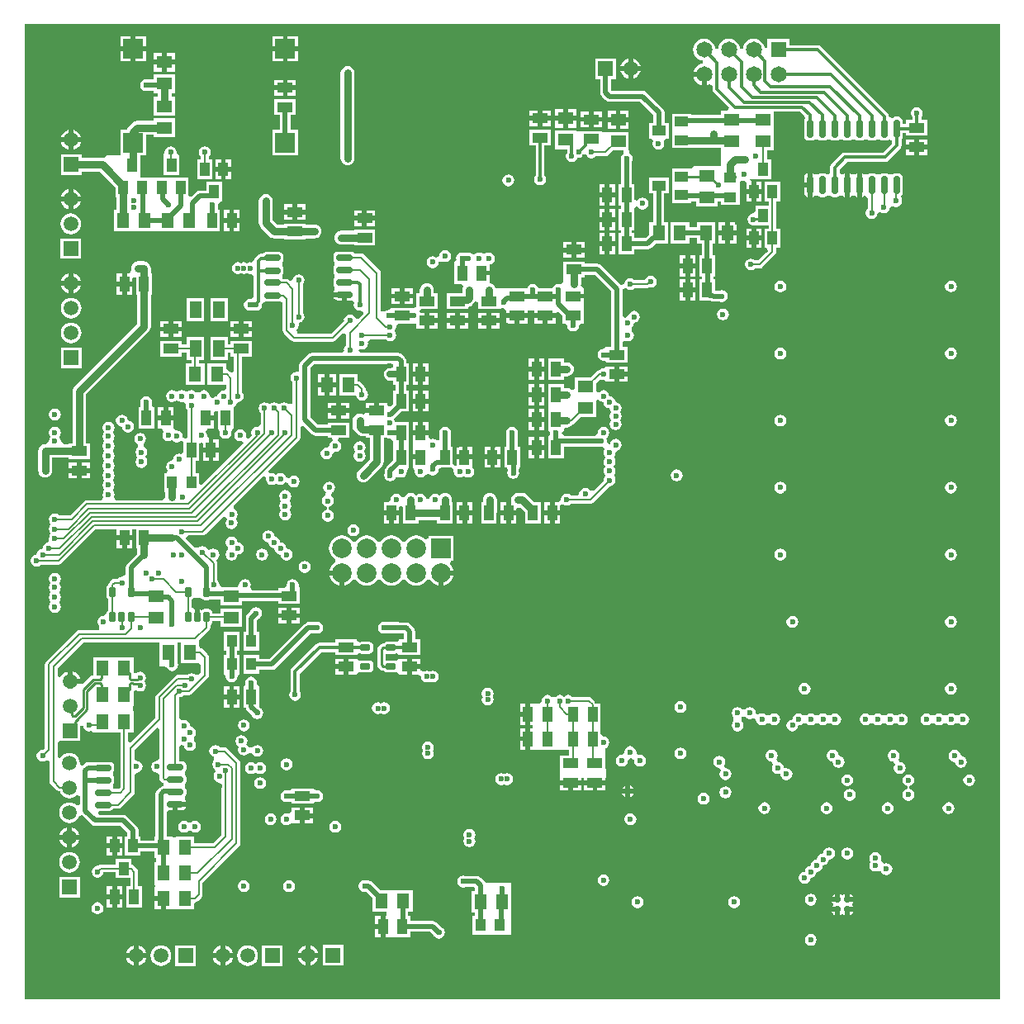
<source format=gbl>
G04*
G04 #@! TF.GenerationSoftware,Altium Limited,Altium Designer,23.2.1 (34)*
G04*
G04 Layer_Physical_Order=4*
G04 Layer_Color=16711680*
%FSLAX42Y42*%
%MOMM*%
G71*
G04*
G04 #@! TF.SameCoordinates,D42B7736-0A14-4BE5-A4A9-6633498721EE*
G04*
G04*
G04 #@! TF.FilePolarity,Positive*
G04*
G01*
G75*
%ADD10C,0.20*%
%ADD11C,0.25*%
%ADD13C,0.50*%
%ADD69R,2.00X2.00*%
%ADD74R,1.00X1.60*%
%ADD75R,1.00X1.30*%
%ADD76R,1.30X1.00*%
%ADD90R,1.60X1.00*%
%ADD100R,1.30X1.60*%
%ADD101R,1.60X1.30*%
%ADD107C,0.50*%
%ADD108C,0.80*%
%ADD110C,0.35*%
%ADD111C,0.25*%
%ADD112C,0.40*%
%ADD114C,0.70*%
%ADD115R,5.50X5.50*%
%ADD116R,1.50X1.50*%
%ADD117C,1.50*%
%ADD118C,2.00*%
%ADD119C,1.65*%
%ADD120R,1.65X1.65*%
%ADD121R,1.50X1.50*%
%ADD122C,5.50*%
%ADD123C,0.60*%
%ADD124C,4.50*%
G04:AMPARAMS|DCode=125|XSize=0.6mm|YSize=1.7mm|CornerRadius=0.15mm|HoleSize=0mm|Usage=FLASHONLY|Rotation=90.000|XOffset=0mm|YOffset=0mm|HoleType=Round|Shape=RoundedRectangle|*
%AMROUNDEDRECTD125*
21,1,0.60,1.40,0,0,90.0*
21,1,0.30,1.70,0,0,90.0*
1,1,0.30,0.70,0.15*
1,1,0.30,0.70,-0.15*
1,1,0.30,-0.70,-0.15*
1,1,0.30,-0.70,0.15*
%
%ADD125ROUNDEDRECTD125*%
G04:AMPARAMS|DCode=126|XSize=0.6mm|YSize=1.1mm|CornerRadius=0.15mm|HoleSize=0mm|Usage=FLASHONLY|Rotation=90.000|XOffset=0mm|YOffset=0mm|HoleType=Round|Shape=RoundedRectangle|*
%AMROUNDEDRECTD126*
21,1,0.60,0.80,0,0,90.0*
21,1,0.30,1.10,0,0,90.0*
1,1,0.30,0.40,0.15*
1,1,0.30,0.40,-0.15*
1,1,0.30,-0.40,-0.15*
1,1,0.30,-0.40,0.15*
%
%ADD126ROUNDEDRECTD126*%
G04:AMPARAMS|DCode=127|XSize=0.6mm|YSize=1.85mm|CornerRadius=0.15mm|HoleSize=0mm|Usage=FLASHONLY|Rotation=0.000|XOffset=0mm|YOffset=0mm|HoleType=Round|Shape=RoundedRectangle|*
%AMROUNDEDRECTD127*
21,1,0.60,1.55,0,0,0.0*
21,1,0.30,1.85,0,0,0.0*
1,1,0.30,0.15,-0.78*
1,1,0.30,-0.15,-0.78*
1,1,0.30,-0.15,0.78*
1,1,0.30,0.15,0.78*
%
%ADD127ROUNDEDRECTD127*%
%ADD128R,1.20X1.80*%
G04:AMPARAMS|DCode=129|XSize=0.6mm|YSize=1.1mm|CornerRadius=0.15mm|HoleSize=0mm|Usage=FLASHONLY|Rotation=0.000|XOffset=0mm|YOffset=0mm|HoleType=Round|Shape=RoundedRectangle|*
%AMROUNDEDRECTD129*
21,1,0.60,0.80,0,0,0.0*
21,1,0.30,1.10,0,0,0.0*
1,1,0.30,0.15,-0.40*
1,1,0.30,-0.15,-0.40*
1,1,0.30,-0.15,0.40*
1,1,0.30,0.15,0.40*
%
%ADD129ROUNDEDRECTD129*%
%ADD130R,1.00X1.40*%
%ADD131R,1.40X1.00*%
%ADD132C,0.30*%
%ADD133C,0.70*%
G36*
X10000Y0D02*
X0D01*
Y10000D01*
X10000D01*
Y0D01*
D02*
G37*
%LPC*%
G36*
X2805Y9878D02*
X2700D01*
Y9773D01*
X2805D01*
Y9878D01*
D02*
G37*
G36*
X1245D02*
X1140D01*
Y9773D01*
X1245D01*
Y9878D01*
D02*
G37*
G36*
X1090D02*
X985D01*
Y9773D01*
X1090D01*
Y9878D01*
D02*
G37*
G36*
X2650D02*
X2545D01*
Y9773D01*
X2650D01*
Y9878D01*
D02*
G37*
G36*
X7477Y9853D02*
X7448Y9849D01*
X7420Y9838D01*
X7397Y9820D01*
X7379Y9796D01*
X7367Y9769D01*
X7366Y9757D01*
X7365Y9752D01*
X7335D01*
X7334Y9757D01*
X7333Y9769D01*
X7321Y9796D01*
X7303Y9820D01*
X7280Y9838D01*
X7252Y9849D01*
X7223Y9853D01*
X7194Y9849D01*
X7166Y9838D01*
X7143Y9820D01*
X7125Y9796D01*
X7113Y9769D01*
X7112Y9757D01*
X7111Y9752D01*
X7081D01*
X7080Y9757D01*
X7079Y9769D01*
X7067Y9796D01*
X7049Y9820D01*
X7026Y9838D01*
X6998Y9849D01*
X6969Y9853D01*
X6940Y9849D01*
X6912Y9838D01*
X6889Y9820D01*
X6871Y9796D01*
X6859Y9769D01*
X6856Y9739D01*
X6859Y9710D01*
X6871Y9683D01*
X6889Y9659D01*
X6912Y9641D01*
X6940Y9630D01*
X6951Y9628D01*
X6957Y9628D01*
Y9597D01*
X6951Y9597D01*
X6940Y9595D01*
X6912Y9584D01*
X6889Y9566D01*
X6871Y9542D01*
X6859Y9515D01*
X6859Y9511D01*
X6969D01*
Y9486D01*
X6994D01*
Y9375D01*
X6998Y9376D01*
X7026Y9387D01*
X7054Y9371D01*
Y9338D01*
X7058Y9320D01*
X7068Y9305D01*
X7225Y9147D01*
X7213Y9118D01*
X7140D01*
Y9069D01*
X6838D01*
Y9082D01*
X6638D01*
Y8925D01*
Y8893D01*
Y8732D01*
X6838D01*
Y8737D01*
X7139D01*
X7140Y8707D01*
X7140Y8707D01*
Y8665D01*
X7140Y8665D01*
X7140Y8665D01*
Y8543D01*
X7140Y8543D01*
X6860D01*
X6838Y8520D01*
X6638D01*
Y8360D01*
Y8330D01*
Y8170D01*
X6838D01*
Y8183D01*
X6890D01*
Y8132D01*
X7110D01*
Y8183D01*
X7143D01*
Y8147D01*
X7332D01*
Y8307D01*
Y8385D01*
X7352Y8397D01*
X7381Y8398D01*
X7400Y8376D01*
X7400Y8360D01*
X7400D01*
X7400Y8358D01*
Y8307D01*
X7455D01*
Y8382D01*
X7455D01*
X7440Y8412D01*
X7495D01*
X7495Y8412D01*
X7655D01*
Y8612D01*
X7616D01*
Y8707D01*
X7685D01*
Y8897D01*
Y8928D01*
Y9104D01*
X7956D01*
X7994Y9066D01*
X8007Y9040D01*
X7997Y9025D01*
X7994Y9007D01*
Y8853D01*
X7997Y8835D01*
X8007Y8820D01*
X8022Y8810D01*
X8039Y8807D01*
X8069D01*
X8087Y8810D01*
X8102Y8820D01*
X8134D01*
X8149Y8810D01*
X8167Y8807D01*
X8196D01*
X8214Y8810D01*
X8229Y8820D01*
X8261D01*
X8276Y8810D01*
X8293Y8807D01*
X8324D01*
X8341Y8810D01*
X8356Y8820D01*
X8388D01*
X8403Y8810D01*
X8421Y8807D01*
X8450D01*
X8468Y8810D01*
X8483Y8820D01*
X8515D01*
X8530Y8810D01*
X8547Y8807D01*
X8578D01*
X8595Y8810D01*
X8610Y8820D01*
X8642D01*
X8657Y8810D01*
X8675Y8807D01*
X8704D01*
X8722Y8810D01*
X8737Y8820D01*
X8769D01*
X8784Y8810D01*
X8801Y8807D01*
X8832D01*
X8849Y8810D01*
X8861Y8818D01*
X8867Y8820D01*
X8868Y8820D01*
X8895Y8806D01*
Y8776D01*
X8805Y8686D01*
X8412D01*
X8394Y8682D01*
X8378Y8672D01*
X8274Y8568D01*
X8264Y8552D01*
X8260Y8533D01*
Y8474D01*
X8233Y8460D01*
X8232Y8460D01*
X8226Y8462D01*
X8214Y8470D01*
X8196Y8473D01*
X8167D01*
X8149Y8470D01*
X8137Y8462D01*
X8134Y8460D01*
X8102Y8460D01*
X8099Y8462D01*
X8087Y8470D01*
X8079Y8471D01*
Y8350D01*
Y8229D01*
X8087Y8230D01*
X8099Y8238D01*
X8102Y8240D01*
X8134Y8240D01*
X8137Y8238D01*
X8149Y8230D01*
X8167Y8227D01*
X8196D01*
X8214Y8230D01*
X8226Y8238D01*
X8229Y8240D01*
X8261Y8240D01*
X8264Y8238D01*
X8276Y8230D01*
X8293Y8227D01*
X8324D01*
X8341Y8230D01*
X8353Y8238D01*
X8356Y8240D01*
X8388Y8240D01*
X8391Y8238D01*
X8403Y8230D01*
X8411Y8229D01*
Y8350D01*
Y8471D01*
X8403Y8470D01*
X8391Y8462D01*
X8385Y8460D01*
X8384Y8460D01*
X8357Y8474D01*
Y8513D01*
X8433Y8589D01*
X8825D01*
X8844Y8593D01*
X8859Y8603D01*
X8978Y8722D01*
X8978Y8722D01*
X8988Y8737D01*
X8992Y8756D01*
X8992Y8756D01*
Y8822D01*
X9001Y8835D01*
X9004Y8853D01*
Y8882D01*
X9040D01*
Y8857D01*
X9260D01*
Y9018D01*
X9198D01*
Y9052D01*
X9207Y9064D01*
X9211Y9088D01*
X9207Y9111D01*
X9193Y9131D01*
X9173Y9144D01*
X9150Y9149D01*
X9127Y9144D01*
X9107Y9131D01*
X9093Y9111D01*
X9089Y9088D01*
X9093Y9064D01*
X9102Y9052D01*
Y9018D01*
X9040D01*
Y8978D01*
X9004D01*
Y9007D01*
X9001Y9025D01*
X8991Y9040D01*
X8976Y9050D01*
X8958Y9053D01*
X8929D01*
X8911Y9050D01*
X8899Y9042D01*
X8896Y9040D01*
X8892D01*
X8862Y9058D01*
X8859Y9076D01*
X8849Y9091D01*
X8168Y9772D01*
X8153Y9782D01*
X8136Y9785D01*
X7843D01*
Y9852D01*
X7618D01*
Y9756D01*
X7589Y9754D01*
X7587Y9769D01*
X7575Y9796D01*
X7557Y9820D01*
X7534Y9838D01*
X7506Y9849D01*
X7477Y9853D01*
D02*
G37*
G36*
X1548Y9705D02*
X1462D01*
Y9635D01*
X1548D01*
Y9705D01*
D02*
G37*
G36*
X1412D02*
X1327D01*
Y9635D01*
X1412D01*
Y9705D01*
D02*
G37*
G36*
X2805Y9723D02*
X2700D01*
Y9618D01*
X2805D01*
Y9723D01*
D02*
G37*
G36*
X2650D02*
X2545D01*
Y9618D01*
X2650D01*
Y9723D01*
D02*
G37*
G36*
X1245D02*
X1140D01*
Y9618D01*
X1245D01*
Y9723D01*
D02*
G37*
G36*
X1090D02*
X985D01*
Y9618D01*
X1090D01*
Y9723D01*
D02*
G37*
G36*
X6240Y9648D02*
Y9570D01*
X6317D01*
X6317Y9572D01*
X6306Y9598D01*
X6289Y9620D01*
X6267Y9637D01*
X6242Y9647D01*
X6240Y9648D01*
D02*
G37*
G36*
X6190Y9648D02*
X6187Y9647D01*
X6162Y9637D01*
X6140Y9620D01*
X6123Y9598D01*
X6112Y9572D01*
X6112Y9570D01*
X6190D01*
Y9648D01*
D02*
G37*
G36*
X1548Y9585D02*
X1462D01*
Y9515D01*
X1548D01*
Y9585D01*
D02*
G37*
G36*
X1412D02*
X1327D01*
Y9515D01*
X1412D01*
Y9585D01*
D02*
G37*
G36*
X6317Y9520D02*
X6240D01*
Y9442D01*
X6242Y9443D01*
X6267Y9453D01*
X6289Y9470D01*
X6306Y9492D01*
X6317Y9518D01*
X6317Y9520D01*
D02*
G37*
G36*
X6190D02*
X6112D01*
X6112Y9518D01*
X6123Y9492D01*
X6140Y9470D01*
X6162Y9453D01*
X6187Y9443D01*
X6190Y9442D01*
Y9520D01*
D02*
G37*
G36*
X1548Y9485D02*
X1327D01*
Y9433D01*
X1266D01*
X1250Y9436D01*
X1227Y9432D01*
X1207Y9418D01*
X1193Y9398D01*
X1189Y9375D01*
X1193Y9352D01*
X1207Y9332D01*
X1227Y9318D01*
X1250Y9314D01*
X1273Y9318D01*
X1277Y9321D01*
X1327D01*
Y9295D01*
X1367D01*
Y9255D01*
X1327D01*
Y9065D01*
X1548D01*
Y9255D01*
X1508D01*
Y9295D01*
X1548D01*
Y9485D01*
D02*
G37*
G36*
X6944Y9461D02*
X6859D01*
X6859Y9456D01*
X6871Y9429D01*
X6889Y9405D01*
X6912Y9387D01*
X6940Y9376D01*
X6944Y9375D01*
Y9461D01*
D02*
G37*
G36*
X2785Y9430D02*
X2700D01*
Y9375D01*
X2785D01*
Y9430D01*
D02*
G37*
G36*
X2650D02*
X2565D01*
Y9375D01*
X2650D01*
Y9430D01*
D02*
G37*
G36*
X2785Y9325D02*
X2700D01*
Y9270D01*
X2785D01*
Y9325D01*
D02*
G37*
G36*
X2650D02*
X2565D01*
Y9270D01*
X2650D01*
Y9325D01*
D02*
G37*
G36*
X5397Y9118D02*
X5312D01*
Y9062D01*
X5397D01*
Y9118D01*
D02*
G37*
G36*
X5262D02*
X5178D01*
Y9062D01*
X5262D01*
Y9118D01*
D02*
G37*
G36*
X5660Y9130D02*
X5575D01*
Y9060D01*
X5660D01*
Y9130D01*
D02*
G37*
G36*
X5525D02*
X5440D01*
Y9060D01*
X5525D01*
Y9130D01*
D02*
G37*
G36*
X5922Y9105D02*
X5838D01*
Y9050D01*
X5922D01*
Y9105D01*
D02*
G37*
G36*
X5788D02*
X5703D01*
Y9050D01*
X5788D01*
Y9105D01*
D02*
G37*
G36*
X6197Y9118D02*
X6112D01*
Y9048D01*
X6197D01*
Y9118D01*
D02*
G37*
G36*
X6062D02*
X5978D01*
Y9048D01*
X6062D01*
Y9118D01*
D02*
G37*
G36*
X5397Y9012D02*
X5312D01*
Y8957D01*
X5397D01*
Y9012D01*
D02*
G37*
G36*
X5262D02*
X5178D01*
Y8957D01*
X5262D01*
Y9012D01*
D02*
G37*
G36*
X5922Y9000D02*
X5838D01*
Y8945D01*
X5922D01*
Y9000D01*
D02*
G37*
G36*
X5788D02*
X5703D01*
Y8945D01*
X5788D01*
Y9000D01*
D02*
G37*
G36*
X5660Y9010D02*
X5575D01*
Y8940D01*
X5660D01*
Y9010D01*
D02*
G37*
G36*
X5525D02*
X5440D01*
Y8940D01*
X5525D01*
Y9010D01*
D02*
G37*
G36*
X6197Y8998D02*
X6112D01*
Y8928D01*
X6197D01*
Y8998D01*
D02*
G37*
G36*
X6062D02*
X5978D01*
Y8928D01*
X6062D01*
Y8998D01*
D02*
G37*
G36*
X1548Y9035D02*
X1327D01*
Y9011D01*
X1159D01*
X1141Y9008D01*
X1124Y9001D01*
X1109Y8990D01*
X1063Y8943D01*
X1051Y8928D01*
X1047Y8918D01*
X985D01*
Y8657D01*
X844D01*
X815Y8629D01*
X797Y8631D01*
X585D01*
Y8665D01*
X375D01*
Y8456D01*
X585D01*
Y8490D01*
X768D01*
X932Y8325D01*
Y8225D01*
X942D01*
Y8097D01*
X918D01*
Y7878D01*
X1845D01*
X1845Y7878D01*
X2005D01*
Y8097D01*
X1988D01*
X1982Y8127D01*
X1986Y8150D01*
X1986Y8153D01*
X2009Y8182D01*
X2025D01*
Y8382D01*
X1865D01*
Y8294D01*
X1800D01*
X1779Y8289D01*
X1760Y8277D01*
X1712Y8229D01*
X1683Y8242D01*
Y8425D01*
X1188D01*
Y8455D01*
X1188Y8455D01*
Y8655D01*
X1216Y8657D01*
X1245D01*
Y8869D01*
X1327D01*
Y8845D01*
X1548D01*
Y9035D01*
D02*
G37*
G36*
X505Y8917D02*
Y8839D01*
X583D01*
X582Y8842D01*
X572Y8867D01*
X555Y8889D01*
X533Y8906D01*
X507Y8917D01*
X505Y8917D01*
D02*
G37*
G36*
X455Y8917D02*
X453Y8917D01*
X427Y8906D01*
X405Y8889D01*
X388Y8867D01*
X378Y8842D01*
X377Y8839D01*
X455D01*
Y8917D01*
D02*
G37*
G36*
X9260Y8818D02*
X9175D01*
Y8763D01*
X9260D01*
Y8818D01*
D02*
G37*
G36*
X9125D02*
X9040D01*
Y8763D01*
X9125D01*
Y8818D01*
D02*
G37*
G36*
X6065Y9650D02*
X5856D01*
Y9440D01*
X5904D01*
Y9302D01*
X5909Y9281D01*
X5921Y9262D01*
X5960Y9223D01*
X5979Y9211D01*
X6000Y9206D01*
X6314D01*
X6451Y9069D01*
Y8988D01*
X6407D01*
Y8828D01*
X6427D01*
X6443Y8798D01*
X6443Y8797D01*
X6439Y8775D01*
X6443Y8752D01*
X6457Y8732D01*
X6477Y8718D01*
X6500Y8714D01*
X6523Y8718D01*
X6543Y8732D01*
X6557Y8752D01*
X6561Y8775D01*
X6557Y8797D01*
X6557Y8798D01*
X6573Y8828D01*
X6607D01*
Y8988D01*
X6564D01*
Y9093D01*
X6559Y9114D01*
X6547Y9132D01*
X6377Y9302D01*
X6359Y9314D01*
X6338Y9319D01*
X6023D01*
X6017Y9325D01*
Y9440D01*
X6065D01*
Y9650D01*
D02*
G37*
G36*
X583Y8789D02*
X505D01*
Y8712D01*
X507Y8712D01*
X533Y8723D01*
X555Y8740D01*
X572Y8762D01*
X582Y8787D01*
X583Y8789D01*
D02*
G37*
G36*
X455D02*
X377D01*
X378Y8787D01*
X388Y8762D01*
X405Y8740D01*
X427Y8723D01*
X453Y8712D01*
X455Y8712D01*
Y8789D01*
D02*
G37*
G36*
X9260Y8713D02*
X9175D01*
Y8657D01*
X9260D01*
Y8713D01*
D02*
G37*
G36*
X9125D02*
X9040D01*
Y8657D01*
X9125D01*
Y8713D01*
D02*
G37*
G36*
X2785Y9230D02*
X2565D01*
Y9070D01*
X2619D01*
Y8918D01*
X2545D01*
Y8657D01*
X2805D01*
Y8918D01*
X2731D01*
Y9070D01*
X2785D01*
Y9230D01*
D02*
G37*
G36*
X3312Y9571D02*
X3294Y9568D01*
X3277Y9561D01*
X3263Y9550D01*
X3251Y9535D01*
X3244Y9518D01*
X3242Y9500D01*
Y9438D01*
Y8688D01*
Y8625D01*
X3244Y8607D01*
X3251Y8590D01*
X3263Y8575D01*
X3277Y8564D01*
X3294Y8557D01*
X3312Y8554D01*
X3331Y8557D01*
X3348Y8564D01*
X3362Y8575D01*
X3374Y8590D01*
X3381Y8607D01*
X3383Y8625D01*
Y8688D01*
Y9438D01*
Y9500D01*
X3381Y9518D01*
X3374Y9535D01*
X3362Y9550D01*
X3348Y9561D01*
X3331Y9568D01*
X3312Y9571D01*
D02*
G37*
G36*
X2120Y8612D02*
X2065D01*
Y8538D01*
X2120D01*
Y8612D01*
D02*
G37*
G36*
X2015D02*
X1960D01*
Y8538D01*
X2015D01*
Y8612D01*
D02*
G37*
G36*
X8958Y8473D02*
X8929D01*
X8911Y8470D01*
X8899Y8462D01*
X8896Y8460D01*
X8864Y8460D01*
X8861Y8462D01*
X8849Y8470D01*
X8832Y8473D01*
X8801D01*
X8784Y8470D01*
X8772Y8462D01*
X8769Y8460D01*
X8737Y8460D01*
X8734Y8462D01*
X8722Y8470D01*
X8704Y8473D01*
X8675D01*
X8657Y8470D01*
X8645Y8462D01*
X8642Y8460D01*
X8610Y8460D01*
X8607Y8462D01*
X8595Y8470D01*
X8588Y8471D01*
Y8350D01*
Y8229D01*
X8595Y8230D01*
X8607Y8238D01*
X8610Y8240D01*
X8619D01*
X8648Y8212D01*
Y8108D01*
X8644Y8106D01*
X8631Y8086D01*
X8626Y8062D01*
X8631Y8039D01*
X8644Y8019D01*
X8664Y8006D01*
X8688Y8001D01*
X8711Y8006D01*
X8731Y8019D01*
X8744Y8039D01*
X8749Y8062D01*
X8750Y8063D01*
X8776Y8077D01*
X8789Y8068D01*
X8812Y8064D01*
X8836Y8068D01*
X8856Y8082D01*
X8869Y8102D01*
X8874Y8125D01*
X8875Y8126D01*
X8901Y8139D01*
X8914Y8131D01*
X8938Y8126D01*
X8961Y8131D01*
X8981Y8144D01*
X8994Y8164D01*
X8999Y8188D01*
X8994Y8211D01*
X8991Y8240D01*
X9001Y8255D01*
X9004Y8272D01*
Y8428D01*
X9001Y8445D01*
X8991Y8460D01*
X8976Y8470D01*
X8958Y8473D01*
D02*
G37*
G36*
X8538Y8471D02*
X8530Y8470D01*
X8518Y8462D01*
X8515Y8460D01*
X8483Y8460D01*
X8480Y8462D01*
X8468Y8470D01*
X8461Y8471D01*
Y8350D01*
Y8229D01*
X8468Y8230D01*
X8480Y8238D01*
X8483Y8240D01*
X8515Y8240D01*
X8518Y8238D01*
X8530Y8230D01*
X8538Y8229D01*
Y8350D01*
Y8471D01*
D02*
G37*
G36*
X1500Y8749D02*
X1477Y8744D01*
X1457Y8731D01*
X1443Y8711D01*
X1439Y8688D01*
X1439Y8685D01*
X1427Y8655D01*
X1427D01*
Y8455D01*
X1588D01*
Y8655D01*
X1584D01*
X1561Y8685D01*
X1561Y8688D01*
X1557Y8711D01*
X1543Y8731D01*
X1523Y8744D01*
X1500Y8749D01*
D02*
G37*
G36*
X2120Y8488D02*
X2065D01*
Y8412D01*
X2120D01*
Y8488D01*
D02*
G37*
G36*
X2015D02*
X1960D01*
Y8412D01*
X2015D01*
Y8488D01*
D02*
G37*
G36*
X1850Y8749D02*
X1827Y8744D01*
X1807Y8731D01*
X1793Y8711D01*
X1789Y8688D01*
X1793Y8664D01*
X1807Y8644D01*
X1809Y8643D01*
Y8612D01*
X1770D01*
Y8412D01*
X1930D01*
Y8612D01*
X1891D01*
Y8643D01*
X1893Y8644D01*
X1907Y8664D01*
X1911Y8688D01*
X1907Y8711D01*
X1893Y8731D01*
X1873Y8744D01*
X1850Y8749D01*
D02*
G37*
G36*
X8029Y8471D02*
X8022Y8470D01*
X8007Y8460D01*
X7997Y8445D01*
X7994Y8428D01*
Y8375D01*
X8029D01*
Y8471D01*
D02*
G37*
G36*
X5397Y8918D02*
X5178D01*
Y8757D01*
X5242D01*
Y8449D01*
X5231Y8433D01*
X5226Y8410D01*
X5231Y8387D01*
X5244Y8367D01*
X5264Y8353D01*
X5288Y8349D01*
X5311Y8353D01*
X5331Y8367D01*
X5344Y8387D01*
X5349Y8410D01*
X5344Y8433D01*
X5333Y8449D01*
Y8757D01*
X5397D01*
Y8918D01*
D02*
G37*
G36*
X4962Y8461D02*
X4939Y8457D01*
X4919Y8443D01*
X4906Y8423D01*
X4901Y8400D01*
X4906Y8377D01*
X4919Y8357D01*
X4939Y8343D01*
X4962Y8339D01*
X4986Y8343D01*
X5006Y8357D01*
X5019Y8377D01*
X5024Y8400D01*
X5019Y8423D01*
X5006Y8443D01*
X4986Y8457D01*
X4962Y8461D01*
D02*
G37*
G36*
X7505Y8382D02*
Y8307D01*
X7560D01*
Y8382D01*
X7505D01*
D02*
G37*
G36*
X6055Y8360D02*
X6000D01*
Y8275D01*
X6055D01*
Y8360D01*
D02*
G37*
G36*
X5950D02*
X5895D01*
Y8275D01*
X5950D01*
Y8360D01*
D02*
G37*
G36*
X500Y8311D02*
Y8233D01*
X578D01*
X577Y8235D01*
X567Y8261D01*
X550Y8283D01*
X528Y8300D01*
X502Y8310D01*
X500Y8311D01*
D02*
G37*
G36*
X450Y8311D02*
X448Y8310D01*
X422Y8300D01*
X400Y8283D01*
X383Y8261D01*
X373Y8235D01*
X372Y8233D01*
X450D01*
Y8311D01*
D02*
G37*
G36*
X8029Y8325D02*
X7994D01*
Y8272D01*
X7997Y8255D01*
X8007Y8240D01*
X8022Y8230D01*
X8029Y8229D01*
Y8325D01*
D02*
G37*
G36*
X7560Y8257D02*
X7505D01*
Y8182D01*
X7560D01*
Y8257D01*
D02*
G37*
G36*
X7455D02*
X7400D01*
Y8182D01*
X7455D01*
Y8257D01*
D02*
G37*
G36*
X6055Y8225D02*
X6000D01*
Y8140D01*
X6055D01*
Y8225D01*
D02*
G37*
G36*
X5950D02*
X5895D01*
Y8140D01*
X5950D01*
Y8225D01*
D02*
G37*
G36*
X450Y8183D02*
X372D01*
X373Y8181D01*
X383Y8155D01*
X400Y8133D01*
X422Y8116D01*
X448Y8106D01*
X450Y8105D01*
Y8183D01*
D02*
G37*
G36*
X578D02*
X500D01*
Y8105D01*
X502Y8106D01*
X528Y8116D01*
X550Y8133D01*
X567Y8155D01*
X577Y8181D01*
X578Y8183D01*
D02*
G37*
G36*
X2885Y8155D02*
X2800D01*
Y8100D01*
X2885D01*
Y8155D01*
D02*
G37*
G36*
X2750D02*
X2665D01*
Y8100D01*
X2750D01*
Y8155D01*
D02*
G37*
G36*
X3597Y8093D02*
X3512D01*
Y8038D01*
X3597D01*
Y8093D01*
D02*
G37*
G36*
X3462D02*
X3378D01*
Y8038D01*
X3462D01*
Y8093D01*
D02*
G37*
G36*
X6055Y8110D02*
X6000D01*
Y8025D01*
X6055D01*
Y8110D01*
D02*
G37*
G36*
X5950D02*
X5895D01*
Y8025D01*
X5950D01*
Y8110D01*
D02*
G37*
G36*
X2205Y8097D02*
X2150D01*
Y8012D01*
X2205D01*
Y8097D01*
D02*
G37*
G36*
X2100D02*
X2045D01*
Y8012D01*
X2100D01*
Y8097D01*
D02*
G37*
G36*
X2885Y8050D02*
X2800D01*
Y7995D01*
X2885D01*
Y8050D01*
D02*
G37*
G36*
X2750D02*
X2665D01*
Y7995D01*
X2750D01*
Y8050D01*
D02*
G37*
G36*
X3597Y7988D02*
X3512D01*
Y7932D01*
X3597D01*
Y7988D01*
D02*
G37*
G36*
X3462D02*
X3378D01*
Y7932D01*
X3462D01*
Y7988D01*
D02*
G37*
G36*
X7085Y7972D02*
X6895D01*
Y7919D01*
X6818D01*
Y7972D01*
X6628D01*
Y7753D01*
X6818D01*
Y7806D01*
X6895D01*
Y7753D01*
X6944D01*
Y7635D01*
X6920D01*
Y7415D01*
X6950D01*
Y7385D01*
X6920D01*
Y7165D01*
X7020D01*
X7025Y7164D01*
X7036D01*
X7041Y7161D01*
X7062Y7156D01*
X7126D01*
X7127Y7156D01*
X7150Y7151D01*
X7173Y7156D01*
X7193Y7169D01*
X7207Y7189D01*
X7211Y7212D01*
X7207Y7236D01*
X7193Y7256D01*
X7173Y7269D01*
X7150Y7274D01*
X7127Y7269D01*
X7126Y7269D01*
X7081D01*
X7080Y7269D01*
Y7385D01*
X7062D01*
Y7415D01*
X7080D01*
Y7635D01*
X7056D01*
Y7753D01*
X7085D01*
Y7972D01*
D02*
G37*
G36*
X6055Y7975D02*
X6000D01*
Y7890D01*
X6055D01*
Y7975D01*
D02*
G37*
G36*
X5950D02*
X5895D01*
Y7890D01*
X5950D01*
Y7975D01*
D02*
G37*
G36*
X7305Y7972D02*
X7235D01*
Y7888D01*
X7305D01*
Y7972D01*
D02*
G37*
G36*
X7185D02*
X7115D01*
Y7888D01*
X7185D01*
Y7972D01*
D02*
G37*
G36*
X2205Y7962D02*
X2150D01*
Y7878D01*
X2205D01*
Y7962D01*
D02*
G37*
G36*
X2100D02*
X2045D01*
Y7878D01*
X2100D01*
Y7962D01*
D02*
G37*
G36*
X475Y8060D02*
X448Y8056D01*
X422Y8046D01*
X400Y8029D01*
X383Y8007D01*
X373Y7981D01*
X369Y7954D01*
X373Y7927D01*
X383Y7901D01*
X400Y7879D01*
X422Y7862D01*
X448Y7852D01*
X475Y7848D01*
X502Y7852D01*
X528Y7862D01*
X550Y7879D01*
X567Y7901D01*
X577Y7927D01*
X581Y7954D01*
X577Y7981D01*
X567Y8007D01*
X550Y8029D01*
X528Y8046D01*
X502Y8056D01*
X475Y8060D01*
D02*
G37*
G36*
X7560Y7907D02*
X7505D01*
Y7832D01*
X7560D01*
Y7907D01*
D02*
G37*
G36*
X7455D02*
X7400D01*
Y7832D01*
X7455D01*
Y7907D01*
D02*
G37*
G36*
X2475Y8258D02*
X2457Y8256D01*
X2440Y8249D01*
X2425Y8237D01*
X2414Y8223D01*
X2407Y8206D01*
X2404Y8188D01*
Y8125D01*
Y7962D01*
X2407Y7944D01*
X2414Y7927D01*
X2425Y7913D01*
X2513Y7825D01*
X2527Y7814D01*
X2544Y7807D01*
X2562Y7804D01*
X2665D01*
Y7795D01*
X2885D01*
Y7804D01*
X2975D01*
X2993Y7807D01*
X3010Y7814D01*
X3025Y7825D01*
X3036Y7840D01*
X3043Y7857D01*
X3046Y7875D01*
X3043Y7893D01*
X3036Y7910D01*
X3025Y7925D01*
X3010Y7936D01*
X2993Y7943D01*
X2975Y7946D01*
X2885D01*
Y7955D01*
X2665D01*
Y7946D01*
X2592D01*
X2546Y7992D01*
Y8125D01*
Y8188D01*
X2543Y8206D01*
X2536Y8223D01*
X2525Y8237D01*
X2510Y8249D01*
X2493Y8256D01*
X2475Y8258D01*
D02*
G37*
G36*
X6055Y7860D02*
X6000D01*
Y7775D01*
X6055D01*
Y7860D01*
D02*
G37*
G36*
X5950D02*
X5895D01*
Y7775D01*
X5950D01*
Y7860D01*
D02*
G37*
G36*
X7305Y7838D02*
X7235D01*
Y7753D01*
X7305D01*
Y7838D01*
D02*
G37*
G36*
X7185D02*
X7115D01*
Y7753D01*
X7185D01*
Y7838D01*
D02*
G37*
G36*
X3597Y7893D02*
X3378D01*
Y7883D01*
X3250D01*
X3232Y7881D01*
X3215Y7874D01*
X3200Y7862D01*
X3189Y7848D01*
X3182Y7831D01*
X3179Y7812D01*
X3182Y7794D01*
X3189Y7777D01*
X3200Y7763D01*
X3215Y7751D01*
X3232Y7744D01*
X3250Y7742D01*
X3378D01*
Y7732D01*
X3597D01*
Y7893D01*
D02*
G37*
G36*
X5747Y7768D02*
X5662D01*
Y7712D01*
X5747D01*
Y7768D01*
D02*
G37*
G36*
X5612D02*
X5528D01*
Y7712D01*
X5612D01*
Y7768D01*
D02*
G37*
G36*
X7560Y7782D02*
X7505D01*
Y7707D01*
X7560D01*
Y7782D01*
D02*
G37*
G36*
X7455D02*
X7400D01*
Y7707D01*
X7455D01*
Y7782D01*
D02*
G37*
G36*
X4762Y7661D02*
X4739Y7657D01*
X4735Y7654D01*
X4712Y7646D01*
X4690Y7654D01*
X4686Y7657D01*
X4662Y7661D01*
X4639Y7657D01*
X4626Y7648D01*
X4606Y7645D01*
X4586Y7648D01*
X4573Y7657D01*
X4550Y7661D01*
X4527Y7657D01*
X4526Y7656D01*
X4512D01*
X4511Y7657D01*
X4488Y7661D01*
X4464Y7657D01*
X4444Y7643D01*
X4431Y7623D01*
X4426Y7600D01*
X4428Y7590D01*
X4424Y7583D01*
X4408Y7560D01*
X4407Y7560D01*
X4408Y7560D01*
Y7340D01*
X4486D01*
X4501Y7310D01*
X4494Y7293D01*
X4492Y7275D01*
Y7243D01*
X4447D01*
X4443Y7243D01*
X4328D01*
Y7082D01*
X4547D01*
Y7103D01*
X4558Y7104D01*
X4575Y7111D01*
X4589Y7123D01*
X4612Y7146D01*
X4622Y7159D01*
X4626Y7159D01*
X4653Y7147D01*
Y7082D01*
X4872D01*
Y7082D01*
X4903Y7091D01*
X4911Y7089D01*
X4912Y7089D01*
X4940Y7064D01*
Y7038D01*
X5050D01*
X5160D01*
Y7062D01*
X5228D01*
Y7038D01*
X5337D01*
X5447D01*
Y7041D01*
X5475Y7053D01*
X5515Y7013D01*
Y6932D01*
X5547D01*
X5564Y6912D01*
X5568Y6889D01*
X5582Y6869D01*
X5602Y6856D01*
X5625Y6851D01*
X5648Y6856D01*
X5668Y6869D01*
X5682Y6889D01*
X5686Y6912D01*
X5703Y6932D01*
X5735D01*
Y7093D01*
Y7132D01*
Y7188D01*
X5625D01*
Y7238D01*
X5735D01*
Y7293D01*
X5727D01*
X5707Y7317D01*
X5706Y7322D01*
X5708Y7338D01*
Y7407D01*
X5747D01*
Y7431D01*
X5852D01*
X6019Y7264D01*
Y6693D01*
X5965D01*
Y6693D01*
X5938Y6674D01*
X5914Y6669D01*
X5894Y6656D01*
X5881Y6636D01*
X5876Y6612D01*
X5881Y6589D01*
X5894Y6569D01*
X5914Y6556D01*
X5938Y6551D01*
X5965Y6532D01*
Y6532D01*
X6185D01*
Y6693D01*
X6131D01*
Y6742D01*
X6161Y6758D01*
X6164Y6756D01*
X6188Y6751D01*
X6211Y6756D01*
X6231Y6769D01*
X6244Y6789D01*
X6249Y6812D01*
X6244Y6836D01*
X6231Y6856D01*
X6229Y6857D01*
Y6893D01*
X6231Y6894D01*
X6244Y6914D01*
X6250Y6938D01*
X6273Y6943D01*
X6293Y6957D01*
X6307Y6977D01*
X6311Y7000D01*
X6307Y7023D01*
X6293Y7043D01*
X6273Y7057D01*
X6250Y7061D01*
X6227Y7057D01*
X6207Y7043D01*
X6193Y7023D01*
X6188Y7002D01*
X6170Y6995D01*
X6164Y6994D01*
X6162Y6992D01*
X6161Y6992D01*
X6131Y7008D01*
Y7280D01*
X6131Y7284D01*
X6131Y7286D01*
X6133Y7289D01*
X6168Y7296D01*
X6169Y7294D01*
X6171Y7293D01*
X6189Y7281D01*
X6212Y7276D01*
X6236Y7281D01*
X6256Y7294D01*
X6257Y7297D01*
X6391D01*
X6391Y7297D01*
X6406Y7300D01*
X6412Y7303D01*
X6422Y7301D01*
X6446Y7306D01*
X6466Y7319D01*
X6479Y7339D01*
X6484Y7362D01*
X6479Y7386D01*
X6466Y7406D01*
X6446Y7419D01*
X6422Y7424D01*
X6399Y7419D01*
X6379Y7406D01*
X6366Y7386D01*
X6364Y7378D01*
X6257D01*
X6256Y7381D01*
X6236Y7394D01*
X6212Y7399D01*
X6189Y7394D01*
X6169Y7381D01*
X6156Y7361D01*
X6152Y7343D01*
X6151Y7338D01*
X6151Y7337D01*
X6115Y7327D01*
X6115Y7327D01*
X6112Y7330D01*
X5915Y7527D01*
X5896Y7539D01*
X5875Y7544D01*
X5747D01*
Y7568D01*
X5528D01*
Y7407D01*
X5525Y7350D01*
X5502Y7334D01*
X5495Y7332D01*
X5475Y7336D01*
X5452Y7332D01*
X5432Y7318D01*
X5418Y7298D01*
X5417Y7293D01*
X5270D01*
X5269Y7298D01*
X5256Y7318D01*
X5236Y7332D01*
X5212Y7336D01*
X5189Y7332D01*
X5169Y7318D01*
X5156Y7298D01*
X5155Y7293D01*
X4832D01*
X4824Y7310D01*
X4818Y7317D01*
X4812Y7325D01*
X4798Y7336D01*
X4781Y7343D01*
X4767Y7345D01*
Y7425D01*
X4688D01*
Y7475D01*
X4767D01*
Y7540D01*
X4786Y7543D01*
X4806Y7557D01*
X4819Y7577D01*
X4824Y7600D01*
X4819Y7623D01*
X4806Y7643D01*
X4786Y7657D01*
X4762Y7661D01*
D02*
G37*
G36*
X5660Y8910D02*
X5440D01*
Y8720D01*
X5564D01*
Y8686D01*
X5556Y8673D01*
X5551Y8650D01*
X5556Y8627D01*
X5569Y8607D01*
X5589Y8593D01*
X5612Y8589D01*
X5636Y8593D01*
X5656Y8607D01*
X5669Y8627D01*
X5670Y8632D01*
X5681Y8630D01*
X5705Y8635D01*
X5724Y8648D01*
X5729Y8655D01*
X5731Y8655D01*
X5763Y8654D01*
X5769Y8644D01*
X5789Y8631D01*
X5812Y8626D01*
X5836Y8631D01*
X5856Y8644D01*
X5857Y8647D01*
X5957D01*
X5958Y8647D01*
X5973Y8650D01*
X5986Y8659D01*
X6035Y8707D01*
X6140D01*
X6146Y8678D01*
X6132Y8668D01*
X6118Y8648D01*
X6114Y8625D01*
X6118Y8602D01*
X6119Y8601D01*
Y8360D01*
X6095D01*
Y8140D01*
X6119D01*
Y8110D01*
X6095D01*
Y7890D01*
X6119D01*
Y7860D01*
X6095D01*
Y7640D01*
X6255D01*
Y7694D01*
X6390D01*
X6411Y7698D01*
X6430Y7710D01*
X6472Y7753D01*
X6597D01*
Y7972D01*
X6561D01*
Y8265D01*
X6607D01*
Y8425D01*
X6407D01*
Y8265D01*
X6449D01*
Y7972D01*
X6407D01*
Y7847D01*
X6367Y7806D01*
X6255D01*
Y7860D01*
X6231D01*
Y7890D01*
X6255D01*
Y8110D01*
X6255D01*
X6255Y8111D01*
X6280Y8133D01*
X6285Y8133D01*
X6294Y8119D01*
X6314Y8106D01*
X6338Y8101D01*
X6361Y8106D01*
X6381Y8119D01*
X6394Y8139D01*
X6399Y8162D01*
X6394Y8186D01*
X6381Y8206D01*
X6361Y8219D01*
X6338Y8224D01*
X6314Y8219D01*
X6294Y8206D01*
X6285Y8192D01*
X6255Y8197D01*
Y8360D01*
X6231D01*
Y8601D01*
X6232Y8602D01*
X6236Y8625D01*
X6232Y8648D01*
X6218Y8668D01*
X6202Y8679D01*
X6198Y8707D01*
X6197Y8710D01*
X6197Y8712D01*
Y8897D01*
X5930D01*
X5922Y8905D01*
X5665D01*
X5660Y8910D01*
D02*
G37*
G36*
X6055Y7725D02*
X6000D01*
Y7640D01*
X6055D01*
Y7725D01*
D02*
G37*
G36*
X5950D02*
X5895D01*
Y7640D01*
X5950D01*
Y7725D01*
D02*
G37*
G36*
X4312Y7686D02*
X4289Y7682D01*
X4269Y7668D01*
X4256Y7648D01*
X4251Y7625D01*
X4250Y7624D01*
X4224Y7611D01*
X4211Y7619D01*
X4188Y7624D01*
X4164Y7619D01*
X4144Y7606D01*
X4131Y7586D01*
X4126Y7562D01*
X4131Y7539D01*
X4144Y7519D01*
X4164Y7506D01*
X4188Y7501D01*
X4211Y7506D01*
X4231Y7519D01*
X4244Y7539D01*
X4249Y7562D01*
X4250Y7563D01*
X4276Y7577D01*
X4289Y7568D01*
X4312Y7564D01*
X4336Y7568D01*
X4356Y7582D01*
X4369Y7602D01*
X4374Y7625D01*
X4369Y7648D01*
X4356Y7668D01*
X4336Y7682D01*
X4312Y7686D01*
D02*
G37*
G36*
X5747Y7662D02*
X5662D01*
Y7607D01*
X5747D01*
Y7662D01*
D02*
G37*
G36*
X5612D02*
X5528D01*
Y7607D01*
X5612D01*
Y7662D01*
D02*
G37*
G36*
X580Y7805D02*
X370D01*
Y7595D01*
X580D01*
Y7805D01*
D02*
G37*
G36*
X7750Y8382D02*
X7590D01*
Y8182D01*
X7629D01*
Y8138D01*
X7495D01*
Y8078D01*
X7475Y8061D01*
X7452Y8057D01*
X7432Y8043D01*
X7418Y8023D01*
X7414Y8000D01*
X7418Y7977D01*
X7432Y7957D01*
X7452Y7943D01*
X7465Y7941D01*
X7466Y7941D01*
X7466Y7941D01*
X7475Y7939D01*
X7495Y7937D01*
X7495Y7938D01*
X7629D01*
Y7907D01*
X7590D01*
Y7707D01*
X7607D01*
X7620Y7678D01*
X7604Y7661D01*
X7604Y7661D01*
X7523Y7580D01*
X7493Y7581D01*
X7473Y7594D01*
X7450Y7599D01*
X7427Y7594D01*
X7407Y7581D01*
X7393Y7561D01*
X7389Y7538D01*
X7393Y7514D01*
X7407Y7494D01*
X7427Y7481D01*
X7450Y7476D01*
X7473Y7481D01*
X7493Y7494D01*
X7495Y7497D01*
X7537D01*
X7538Y7497D01*
X7553Y7500D01*
X7566Y7509D01*
X7661Y7604D01*
X7661Y7604D01*
X7699Y7641D01*
X7699Y7641D01*
X7708Y7654D01*
X7711Y7670D01*
Y7707D01*
X7750D01*
Y7907D01*
X7711D01*
Y8182D01*
X7750D01*
Y8382D01*
D02*
G37*
G36*
X6880Y7635D02*
X6825D01*
Y7550D01*
X6880D01*
Y7635D01*
D02*
G37*
G36*
X6775D02*
X6720D01*
Y7550D01*
X6775D01*
Y7635D01*
D02*
G37*
G36*
X6880Y7500D02*
X6825D01*
Y7415D01*
X6880D01*
Y7500D01*
D02*
G37*
G36*
X6775D02*
X6720D01*
Y7415D01*
X6775D01*
Y7500D01*
D02*
G37*
G36*
X505Y7446D02*
Y7368D01*
X583D01*
X582Y7371D01*
X572Y7396D01*
X555Y7418D01*
X533Y7435D01*
X507Y7446D01*
X505Y7446D01*
D02*
G37*
G36*
X455D02*
X453Y7446D01*
X427Y7435D01*
X405Y7418D01*
X388Y7396D01*
X378Y7371D01*
X377Y7368D01*
X455D01*
Y7446D01*
D02*
G37*
G36*
X1000Y7447D02*
X945D01*
Y7362D01*
X1000D01*
Y7447D01*
D02*
G37*
G36*
X6880Y7385D02*
X6825D01*
Y7300D01*
X6880D01*
Y7385D01*
D02*
G37*
G36*
X6775D02*
X6720D01*
Y7300D01*
X6775D01*
Y7385D01*
D02*
G37*
G36*
X9500Y7374D02*
X9477Y7369D01*
X9457Y7356D01*
X9443Y7336D01*
X9439Y7312D01*
X9443Y7289D01*
X9457Y7269D01*
X9477Y7256D01*
X9500Y7251D01*
X9523Y7256D01*
X9543Y7269D01*
X9557Y7289D01*
X9561Y7312D01*
X9557Y7336D01*
X9543Y7356D01*
X9523Y7369D01*
X9500Y7374D01*
D02*
G37*
G36*
X7750D02*
X7727Y7369D01*
X7707Y7356D01*
X7693Y7336D01*
X7689Y7312D01*
X7693Y7289D01*
X7707Y7269D01*
X7727Y7256D01*
X7750Y7251D01*
X7773Y7256D01*
X7793Y7269D01*
X7807Y7289D01*
X7811Y7312D01*
X7807Y7336D01*
X7793Y7356D01*
X7773Y7369D01*
X7750Y7374D01*
D02*
G37*
G36*
X583Y7318D02*
X505D01*
Y7241D01*
X507Y7241D01*
X533Y7252D01*
X555Y7269D01*
X572Y7291D01*
X582Y7316D01*
X583Y7318D01*
D02*
G37*
G36*
X455D02*
X377D01*
X378Y7316D01*
X388Y7291D01*
X405Y7269D01*
X427Y7252D01*
X453Y7241D01*
X455Y7241D01*
Y7318D01*
D02*
G37*
G36*
X3985Y7293D02*
X3900D01*
Y7238D01*
X3985D01*
Y7293D01*
D02*
G37*
G36*
X3850D02*
X3765D01*
Y7238D01*
X3850D01*
Y7293D01*
D02*
G37*
G36*
X1105Y7312D02*
X1050D01*
Y7228D01*
X1105D01*
Y7312D01*
D02*
G37*
G36*
X1000D02*
X945D01*
Y7228D01*
X1000D01*
Y7312D01*
D02*
G37*
G36*
X3258Y7204D02*
X3169D01*
X3170Y7196D01*
X3180Y7181D01*
X3195Y7171D01*
X3212Y7168D01*
X3258D01*
Y7204D01*
D02*
G37*
G36*
X6880Y7250D02*
X6825D01*
Y7165D01*
X6880D01*
Y7250D01*
D02*
G37*
G36*
X6775D02*
X6720D01*
Y7165D01*
X6775D01*
Y7250D01*
D02*
G37*
G36*
X3985Y7188D02*
X3900D01*
Y7132D01*
X3985D01*
Y7188D01*
D02*
G37*
G36*
X3850D02*
X3765D01*
Y7132D01*
X3850D01*
Y7188D01*
D02*
G37*
G36*
X4872Y7043D02*
X4788D01*
Y6988D01*
X4872D01*
Y7043D01*
D02*
G37*
G36*
X4547D02*
X4462D01*
Y6988D01*
X4547D01*
Y7043D01*
D02*
G37*
G36*
X4738D02*
X4653D01*
Y6988D01*
X4738D01*
Y7043D01*
D02*
G37*
G36*
X4412D02*
X4328D01*
Y6988D01*
X4412D01*
Y7043D01*
D02*
G37*
G36*
X4235D02*
X4150D01*
Y6988D01*
X4235D01*
Y7043D01*
D02*
G37*
G36*
X480Y7195D02*
X453Y7192D01*
X427Y7181D01*
X405Y7164D01*
X388Y7142D01*
X378Y7117D01*
X374Y7089D01*
X378Y7062D01*
X388Y7037D01*
X405Y7015D01*
X427Y6998D01*
X453Y6987D01*
X480Y6984D01*
X507Y6987D01*
X533Y6998D01*
X555Y7015D01*
X572Y7037D01*
X582Y7062D01*
X586Y7089D01*
X582Y7117D01*
X572Y7142D01*
X555Y7164D01*
X533Y7181D01*
X507Y7192D01*
X480Y7195D01*
D02*
G37*
G36*
X3353Y7670D02*
X3212D01*
X3195Y7667D01*
X3180Y7657D01*
X3170Y7642D01*
X3167Y7625D01*
Y7594D01*
X3170Y7577D01*
X3180Y7562D01*
Y7530D01*
X3170Y7515D01*
X3167Y7497D01*
Y7468D01*
X3170Y7450D01*
X3180Y7435D01*
Y7403D01*
X3170Y7388D01*
X3167Y7371D01*
Y7340D01*
X3170Y7323D01*
X3180Y7308D01*
Y7276D01*
X3170Y7261D01*
X3169Y7254D01*
X3283D01*
Y7229D01*
X3308D01*
Y7168D01*
X3353D01*
X3359Y7169D01*
X3370Y7159D01*
X3380Y7145D01*
X3376Y7125D01*
X3381Y7102D01*
X3394Y7082D01*
X3414Y7068D01*
X3438Y7064D01*
X3441Y7064D01*
X3474Y7044D01*
X3474Y7043D01*
X3476Y7033D01*
X3425Y6983D01*
X3413Y6984D01*
X3391Y6991D01*
X3381Y7006D01*
X3361Y7019D01*
X3338Y7024D01*
X3314Y7019D01*
X3294Y7006D01*
X3281Y6986D01*
X3276Y6962D01*
X3277Y6960D01*
X3146Y6828D01*
X2809D01*
X2801Y6839D01*
X2793Y6869D01*
X2807Y6889D01*
X2811Y6912D01*
X2812Y6937D01*
X2833Y6943D01*
X2836Y6943D01*
X2856Y6957D01*
X2869Y6977D01*
X2874Y7000D01*
X2869Y7023D01*
X2856Y7043D01*
X2853Y7045D01*
Y7330D01*
X2856Y7332D01*
X2869Y7352D01*
X2874Y7375D01*
X2869Y7398D01*
X2856Y7418D01*
X2836Y7432D01*
X2812Y7436D01*
X2789Y7432D01*
X2769Y7418D01*
X2756Y7398D01*
X2753Y7384D01*
X2727Y7373D01*
X2723Y7373D01*
X2716Y7379D01*
X2703Y7388D01*
X2688Y7391D01*
X2687Y7391D01*
X2648D01*
X2647Y7393D01*
X2645Y7399D01*
Y7428D01*
X2655Y7443D01*
X2658Y7461D01*
Y7490D01*
X2655Y7508D01*
X2645Y7523D01*
Y7555D01*
X2655Y7570D01*
X2658Y7588D01*
Y7618D01*
X2655Y7635D01*
X2645Y7650D01*
X2630Y7660D01*
X2612Y7663D01*
X2473D01*
X2455Y7660D01*
X2440Y7650D01*
X2439Y7648D01*
X2425D01*
X2406Y7645D01*
X2391Y7634D01*
X2366Y7609D01*
X2355Y7594D01*
X2353Y7581D01*
X2347Y7573D01*
X2322Y7559D01*
X2312Y7561D01*
X2289Y7557D01*
X2281Y7551D01*
X2273Y7557D01*
X2250Y7561D01*
X2227Y7557D01*
X2219Y7551D01*
X2211Y7557D01*
X2188Y7561D01*
X2164Y7557D01*
X2144Y7543D01*
X2131Y7523D01*
X2126Y7500D01*
X2131Y7477D01*
X2144Y7457D01*
X2164Y7443D01*
X2188Y7439D01*
X2211Y7443D01*
X2219Y7449D01*
X2227Y7443D01*
X2250Y7439D01*
X2273Y7443D01*
X2281Y7449D01*
X2289Y7443D01*
X2312Y7439D01*
X2322Y7441D01*
X2352Y7421D01*
Y7207D01*
X2349Y7203D01*
X2322Y7184D01*
X2312Y7186D01*
X2289Y7182D01*
X2269Y7168D01*
X2256Y7148D01*
X2251Y7125D01*
X2256Y7102D01*
X2269Y7082D01*
X2289Y7068D01*
X2312Y7064D01*
X2336Y7068D01*
X2337Y7069D01*
X2351D01*
X2352Y7068D01*
X2375Y7064D01*
X2398Y7068D01*
X2418Y7082D01*
X2432Y7102D01*
X2436Y7125D01*
X2436Y7125D01*
X2445Y7138D01*
X2473Y7161D01*
X2612D01*
X2619Y7162D01*
X2645Y7146D01*
X2649Y7141D01*
Y6860D01*
X2649Y6860D01*
X2652Y6844D01*
X2661Y6831D01*
X2734Y6759D01*
X2734Y6759D01*
X2747Y6750D01*
X2762Y6747D01*
X3162D01*
X3162Y6747D01*
X3178Y6750D01*
X3191Y6759D01*
X3267Y6834D01*
X3297Y6822D01*
Y6707D01*
X3294Y6706D01*
X3281Y6686D01*
X3276Y6662D01*
X3277Y6661D01*
X3253Y6631D01*
X2950D01*
X2929Y6627D01*
X2910Y6615D01*
X2835Y6540D01*
X2823Y6521D01*
X2819Y6500D01*
Y6462D01*
X2818Y6461D01*
X2818Y6458D01*
X2812Y6437D01*
X2788Y6436D01*
X2764Y6432D01*
X2744Y6418D01*
X2731Y6398D01*
X2726Y6375D01*
X2731Y6352D01*
X2744Y6332D01*
X2747Y6330D01*
Y6112D01*
X2741Y6107D01*
X2706Y6106D01*
X2686Y6119D01*
X2662Y6124D01*
X2639Y6119D01*
X2635Y6116D01*
X2612Y6108D01*
X2590Y6116D01*
X2586Y6119D01*
X2562Y6124D01*
X2539Y6119D01*
X2535Y6116D01*
X2512Y6108D01*
X2490Y6116D01*
X2486Y6119D01*
X2462Y6124D01*
X2439Y6119D01*
X2419Y6106D01*
X2406Y6086D01*
X2401Y6062D01*
X2406Y6039D01*
X2419Y6019D01*
X2422Y6018D01*
Y5895D01*
X2392Y5873D01*
X2388Y5874D01*
X2364Y5869D01*
X2344Y5856D01*
X2331Y5836D01*
X2326Y5812D01*
X2331Y5789D01*
X2331Y5789D01*
X2295Y5753D01*
X2291Y5755D01*
X2270Y5770D01*
X2274Y5788D01*
X2269Y5811D01*
X2256Y5831D01*
X2236Y5844D01*
X2212Y5849D01*
X2189Y5844D01*
X2169Y5831D01*
X2156Y5811D01*
X2151Y5788D01*
X2156Y5764D01*
X2169Y5744D01*
X2189Y5731D01*
X2212Y5726D01*
X2230Y5730D01*
X2245Y5709D01*
X2247Y5705D01*
X1820Y5278D01*
X1792Y5289D01*
Y5395D01*
X1753D01*
Y5528D01*
X1792D01*
Y5699D01*
X1812Y5711D01*
X1833Y5699D01*
Y5662D01*
X1888D01*
Y5753D01*
X1872Y5778D01*
X1874Y5788D01*
X1869Y5811D01*
X1861Y5822D01*
X1872Y5849D01*
X1875Y5853D01*
X1942D01*
Y5938D01*
X1862D01*
Y5988D01*
X1942D01*
Y6020D01*
X1973Y6039D01*
X1983Y6034D01*
Y5853D01*
X1984D01*
X2003Y5822D01*
X2001Y5812D01*
X2006Y5789D01*
X2019Y5769D01*
X2039Y5756D01*
X2062Y5751D01*
X2086Y5756D01*
X2106Y5769D01*
X2119Y5789D01*
X2124Y5812D01*
X2122Y5822D01*
X2141Y5853D01*
X2142D01*
Y6072D01*
X2142Y6072D01*
X2142D01*
X2151Y6078D01*
X2156Y6082D01*
X2163Y6092D01*
X2169Y6102D01*
X2188Y6126D01*
X2211Y6131D01*
X2231Y6144D01*
X2244Y6164D01*
X2249Y6188D01*
X2244Y6211D01*
X2231Y6231D01*
X2228Y6232D01*
Y6595D01*
X2335D01*
Y6755D01*
X2115D01*
Y6716D01*
X2085D01*
Y6795D01*
X1905D01*
Y6555D01*
X2085D01*
Y6634D01*
X2115D01*
Y6595D01*
X2147D01*
Y6441D01*
X2117Y6428D01*
X2104Y6441D01*
X2091Y6450D01*
X2075Y6453D01*
X2067Y6482D01*
Y6522D01*
X1877D01*
Y6303D01*
X2067D01*
X2072Y6274D01*
Y6269D01*
X2042Y6245D01*
X2041Y6245D01*
X2018Y6240D01*
X1998Y6227D01*
X1985Y6207D01*
X1980Y6185D01*
X1975Y6186D01*
X1952Y6182D01*
X1936Y6171D01*
X1932Y6168D01*
X1931Y6168D01*
X1928Y6167D01*
X1899Y6185D01*
X1899Y6188D01*
X1899Y6190D01*
X1894Y6211D01*
X1881Y6231D01*
X1861Y6244D01*
X1838Y6249D01*
X1814Y6244D01*
X1795Y6231D01*
X1793Y6229D01*
X1757D01*
X1756Y6231D01*
X1736Y6244D01*
X1712Y6249D01*
X1689Y6244D01*
X1685Y6241D01*
X1662Y6233D01*
X1640Y6241D01*
X1636Y6244D01*
X1612Y6249D01*
X1589Y6244D01*
X1585Y6241D01*
X1562Y6233D01*
X1540Y6241D01*
X1536Y6244D01*
X1512Y6249D01*
X1489Y6244D01*
X1469Y6231D01*
X1456Y6211D01*
X1451Y6188D01*
X1456Y6164D01*
X1469Y6144D01*
X1489Y6131D01*
X1512Y6126D01*
X1536Y6131D01*
X1540Y6134D01*
X1562Y6142D01*
X1585Y6134D01*
X1589Y6131D01*
X1612Y6126D01*
X1633Y6130D01*
X1645Y6120D01*
X1655Y6108D01*
X1651Y6088D01*
X1656Y6064D01*
X1669Y6044D01*
X1672Y6043D01*
Y5765D01*
X1645Y5756D01*
X1624Y5776D01*
X1619Y5798D01*
X1606Y5818D01*
X1586Y5832D01*
X1562Y5836D01*
X1552Y5834D01*
X1530Y5859D01*
Y5938D01*
X1370D01*
Y5853D01*
X1413D01*
X1416Y5849D01*
X1426Y5822D01*
X1418Y5811D01*
X1414Y5788D01*
X1418Y5764D01*
X1432Y5744D01*
X1452Y5731D01*
X1475Y5726D01*
X1498Y5731D01*
X1513Y5741D01*
X1519Y5732D01*
X1539Y5718D01*
X1562Y5714D01*
X1586Y5718D01*
X1602Y5730D01*
X1617Y5726D01*
X1633Y5718D01*
Y5616D01*
X1626Y5609D01*
X1602Y5596D01*
X1588Y5599D01*
X1564Y5594D01*
X1544Y5581D01*
X1531Y5561D01*
X1526Y5538D01*
X1499Y5521D01*
X1489Y5519D01*
X1469Y5506D01*
X1456Y5486D01*
X1451Y5462D01*
X1456Y5439D01*
X1465Y5425D01*
X1459Y5404D01*
X1452Y5395D01*
X1432D01*
Y5205D01*
X1442D01*
Y5150D01*
X1419Y5121D01*
X935D01*
X918Y5151D01*
X919Y5152D01*
X924Y5175D01*
X919Y5198D01*
X916Y5203D01*
X908Y5225D01*
X916Y5247D01*
X919Y5252D01*
X924Y5275D01*
X919Y5298D01*
X916Y5303D01*
X908Y5325D01*
X916Y5347D01*
X919Y5352D01*
X924Y5375D01*
X919Y5398D01*
X916Y5403D01*
X908Y5425D01*
X916Y5447D01*
X919Y5452D01*
X924Y5475D01*
X919Y5498D01*
X916Y5503D01*
X908Y5525D01*
X916Y5547D01*
X919Y5552D01*
X924Y5575D01*
X919Y5598D01*
X916Y5603D01*
X908Y5625D01*
X916Y5647D01*
X919Y5652D01*
X924Y5675D01*
X919Y5698D01*
X916Y5703D01*
X908Y5725D01*
X916Y5747D01*
X919Y5752D01*
X924Y5775D01*
X919Y5798D01*
X906Y5818D01*
X919Y5839D01*
X924Y5863D01*
X919Y5886D01*
X906Y5906D01*
X886Y5919D01*
X863Y5924D01*
X839Y5919D01*
X819Y5906D01*
X806Y5886D01*
X801Y5863D01*
X806Y5839D01*
X819Y5819D01*
X806Y5798D01*
X801Y5775D01*
X806Y5752D01*
X809Y5747D01*
X817Y5725D01*
X809Y5703D01*
X806Y5698D01*
X801Y5675D01*
X806Y5652D01*
X809Y5647D01*
X817Y5625D01*
X809Y5603D01*
X806Y5598D01*
X801Y5575D01*
X806Y5552D01*
X809Y5547D01*
X817Y5525D01*
X809Y5503D01*
X806Y5498D01*
X801Y5475D01*
X806Y5452D01*
X809Y5447D01*
X817Y5425D01*
X809Y5403D01*
X806Y5398D01*
X801Y5375D01*
X806Y5352D01*
X809Y5347D01*
X817Y5325D01*
X809Y5303D01*
X806Y5298D01*
X801Y5275D01*
X806Y5252D01*
X809Y5247D01*
X817Y5225D01*
X809Y5203D01*
X806Y5198D01*
X801Y5175D01*
X806Y5152D01*
X807Y5151D01*
X790Y5121D01*
X643D01*
X643Y5121D01*
X627Y5118D01*
X614Y5109D01*
X471Y4966D01*
X357D01*
X356Y4968D01*
X336Y4982D01*
X312Y4986D01*
X289Y4982D01*
X269Y4968D01*
X256Y4948D01*
X251Y4925D01*
X256Y4902D01*
X259Y4897D01*
X267Y4875D01*
X259Y4853D01*
X256Y4848D01*
X251Y4825D01*
X256Y4802D01*
X259Y4797D01*
X267Y4775D01*
X259Y4753D01*
X256Y4748D01*
X251Y4725D01*
X253Y4715D01*
X251Y4698D01*
X233Y4683D01*
X227Y4682D01*
X207Y4668D01*
X193Y4648D01*
X189Y4625D01*
X164Y4619D01*
X144Y4606D01*
X131Y4586D01*
X126Y4562D01*
X102Y4557D01*
X82Y4543D01*
X68Y4523D01*
X64Y4500D01*
X68Y4477D01*
X82Y4457D01*
X102Y4443D01*
X125Y4439D01*
X148Y4443D01*
X168Y4457D01*
X170Y4459D01*
X351D01*
X351Y4459D01*
X366Y4462D01*
X379Y4471D01*
X730Y4822D01*
X945D01*
Y4763D01*
X1025D01*
X1105D01*
Y4822D01*
X1145D01*
Y4628D01*
X1154D01*
Y4571D01*
X1054Y4470D01*
X1042Y4452D01*
X1037Y4431D01*
Y4356D01*
X1007Y4335D01*
X1000Y4336D01*
X977Y4332D01*
X957Y4318D01*
X955Y4316D01*
X925D01*
X925Y4316D01*
X909Y4313D01*
X896Y4304D01*
X896Y4304D01*
X874Y4282D01*
X866Y4269D01*
X863Y4257D01*
X856Y4252D01*
X846Y4238D01*
X842Y4220D01*
Y4140D01*
X846Y4122D01*
X856Y4108D01*
X863Y4103D01*
Y3997D01*
X856Y3992D01*
X846Y3978D01*
X842Y3960D01*
X812Y3936D01*
X789Y3932D01*
X769Y3918D01*
X756Y3898D01*
X751Y3875D01*
X756Y3852D01*
X769Y3832D01*
X768Y3797D01*
X763Y3791D01*
X562D01*
X547Y3788D01*
X534Y3779D01*
X534Y3779D01*
X221Y3466D01*
X212Y3453D01*
X209Y3438D01*
X209Y3437D01*
Y2581D01*
X188Y2561D01*
X164Y2557D01*
X144Y2543D01*
X131Y2523D01*
X126Y2500D01*
X131Y2477D01*
X144Y2457D01*
X164Y2443D01*
X188Y2439D01*
X211Y2443D01*
X229Y2456D01*
X238Y2454D01*
X259Y2445D01*
Y2238D01*
X259Y2238D01*
X262Y2222D01*
X271Y2209D01*
X334Y2146D01*
X347Y2137D01*
X362Y2134D01*
X363Y2134D01*
X364D01*
X371Y2118D01*
X388Y2096D01*
X410Y2079D01*
X435Y2068D01*
X462Y2065D01*
X490Y2068D01*
X515Y2079D01*
X537Y2096D01*
X539Y2098D01*
X569Y2087D01*
Y2000D01*
X539Y1989D01*
X537Y1991D01*
X515Y2008D01*
X490Y2019D01*
X462Y2022D01*
X435Y2019D01*
X410Y2008D01*
X388Y1991D01*
X371Y1969D01*
X360Y1944D01*
X357Y1917D01*
X360Y1889D01*
X371Y1864D01*
X388Y1842D01*
X410Y1825D01*
X435Y1814D01*
X462Y1811D01*
X490Y1814D01*
X515Y1825D01*
X537Y1842D01*
X554Y1864D01*
X561Y1881D01*
X564Y1883D01*
X585Y1889D01*
X595Y1888D01*
X685Y1798D01*
X704Y1786D01*
X725Y1781D01*
X989D01*
X1056Y1714D01*
Y1675D01*
X1032D01*
Y1475D01*
X1193D01*
Y1519D01*
X1332D01*
Y1452D01*
X1350D01*
Y1410D01*
X1332D01*
Y1190D01*
X1332Y1190D01*
X1342Y1160D01*
X1332Y1148D01*
X1332Y1140D01*
Y1062D01*
X1427D01*
Y1038D01*
X1452D01*
Y927D01*
X1512D01*
X1553Y927D01*
Y927D01*
X1742D01*
Y968D01*
X1750Y997D01*
X1766Y1000D01*
X1779Y1009D01*
X1816Y1046D01*
X1816Y1046D01*
X1825Y1059D01*
X1828Y1075D01*
Y1196D01*
X2204Y1571D01*
X2213Y1584D01*
X2216Y1600D01*
X2216Y1600D01*
Y2425D01*
X2216Y2425D01*
X2213Y2441D01*
X2204Y2454D01*
X2204Y2454D01*
X2081Y2576D01*
X2068Y2585D01*
X2052Y2588D01*
X2052Y2588D01*
X2002D01*
X2001Y2591D01*
X1981Y2604D01*
X1958Y2609D01*
X1934Y2604D01*
X1914Y2591D01*
X1901Y2571D01*
X1896Y2548D01*
X1901Y2524D01*
X1914Y2504D01*
X1934Y2491D01*
X1941Y2490D01*
X1947Y2458D01*
X1944Y2456D01*
X1931Y2436D01*
X1926Y2412D01*
X1931Y2389D01*
X1944Y2369D01*
X1952Y2364D01*
X1957Y2332D01*
X1955Y2329D01*
X1943Y2311D01*
X1939Y2288D01*
X1943Y2264D01*
X1957Y2244D01*
X1977Y2231D01*
X2000Y2226D01*
X2022Y2209D01*
Y1692D01*
X1933Y1603D01*
X1742D01*
Y1673D01*
X1552D01*
Y1662D01*
X1523D01*
Y1673D01*
X1456D01*
Y1916D01*
X1475Y1943D01*
X1520D01*
Y2003D01*
X1545D01*
Y2028D01*
X1659D01*
X1657Y2036D01*
X1647Y2051D01*
Y2083D01*
X1657Y2098D01*
X1661Y2116D01*
Y2145D01*
X1657Y2163D01*
X1649Y2175D01*
X1647Y2178D01*
X1647Y2210D01*
X1649Y2213D01*
X1657Y2225D01*
X1661Y2242D01*
Y2273D01*
X1657Y2290D01*
X1647Y2305D01*
Y2337D01*
X1657Y2352D01*
X1661Y2369D01*
Y2400D01*
X1657Y2417D01*
X1647Y2432D01*
X1633Y2442D01*
X1615Y2445D01*
X1586D01*
Y2595D01*
X1610Y2614D01*
X1611Y2614D01*
X1638Y2604D01*
X1641Y2589D01*
X1654Y2569D01*
X1674Y2556D01*
X1698Y2551D01*
X1721Y2556D01*
X1741Y2569D01*
X1754Y2589D01*
X1759Y2612D01*
X1754Y2636D01*
X1741Y2656D01*
X1739Y2657D01*
Y2693D01*
X1741Y2694D01*
X1754Y2714D01*
X1759Y2738D01*
X1754Y2761D01*
X1741Y2781D01*
X1721Y2794D01*
X1699Y2805D01*
X1694Y2828D01*
X1681Y2848D01*
X1661Y2862D01*
X1638Y2866D01*
X1616Y2862D01*
X1614Y2862D01*
X1586Y2879D01*
Y3100D01*
X1588Y3101D01*
X1611Y3106D01*
X1631Y3119D01*
X1632Y3122D01*
X1687D01*
X1688Y3122D01*
X1703Y3125D01*
X1716Y3134D01*
X1879Y3296D01*
X1879Y3296D01*
X1888Y3309D01*
X1891Y3325D01*
Y3512D01*
X1891Y3512D01*
X1888Y3528D01*
X1879Y3541D01*
X1829Y3591D01*
X1816Y3600D01*
X1800Y3603D01*
X1792Y3632D01*
Y3672D01*
X1792D01*
X1789Y3681D01*
X1896Y3788D01*
X1896Y3788D01*
X1904Y3801D01*
X1907Y3817D01*
Y3843D01*
X1914Y3848D01*
X1924Y3862D01*
X1927Y3879D01*
X2013D01*
Y3820D01*
X2233D01*
Y4010D01*
X2013D01*
Y3961D01*
X1927D01*
X1924Y3978D01*
X1914Y3992D01*
X1899Y4002D01*
X1882Y4006D01*
X1852D01*
X1834Y4002D01*
X1819Y3992D01*
X1819D01*
X1804Y4002D01*
X1797Y4004D01*
Y3920D01*
X1747D01*
Y4004D01*
X1724Y4018D01*
X1717Y4024D01*
Y4099D01*
X1723Y4107D01*
X1724Y4108D01*
X1735Y4122D01*
X1809D01*
X1819Y4108D01*
X1834Y4098D01*
X1852Y4094D01*
X1882D01*
X1899Y4098D01*
X1912Y4106D01*
X2013D01*
Y4040D01*
X2233D01*
Y4086D01*
X2602D01*
Y4058D01*
X2823D01*
Y4217D01*
X2823Y4217D01*
X2811Y4247D01*
X2811Y4250D01*
X2807Y4273D01*
X2793Y4293D01*
X2773Y4307D01*
X2750Y4311D01*
X2727Y4307D01*
X2707Y4293D01*
X2693Y4273D01*
X2689Y4250D01*
X2689Y4247D01*
X2666Y4217D01*
X2602D01*
Y4199D01*
X2336D01*
X2319Y4226D01*
X2319Y4229D01*
X2324Y4250D01*
X2319Y4273D01*
X2306Y4293D01*
X2286Y4307D01*
X2262Y4311D01*
X2239Y4307D01*
X2219Y4293D01*
X2206Y4273D01*
X2201Y4250D01*
X2185Y4230D01*
X2027D01*
X2002Y4249D01*
X1999Y4254D01*
X1995Y4274D01*
X1982Y4294D01*
X1980Y4296D01*
Y4474D01*
X1980Y4474D01*
X1977Y4489D01*
X1968Y4502D01*
X1969Y4511D01*
X1981Y4519D01*
X1994Y4539D01*
X1999Y4562D01*
X1994Y4586D01*
X1981Y4606D01*
X1961Y4619D01*
X1938Y4624D01*
X1914Y4619D01*
X1911Y4617D01*
X1887Y4612D01*
X1872Y4625D01*
X1868Y4631D01*
X1848Y4644D01*
X1825Y4649D01*
X1802Y4644D01*
X1782Y4631D01*
X1747Y4632D01*
X1657Y4722D01*
X1657Y4731D01*
X1682Y4759D01*
X1825D01*
X1825Y4759D01*
X1841Y4762D01*
X1854Y4771D01*
X2035Y4952D01*
X2064Y4946D01*
X2075Y4919D01*
X2067Y4908D01*
X2063Y4885D01*
X2067Y4862D01*
X2080Y4842D01*
X2100Y4828D01*
X2124Y4824D01*
X2147Y4828D01*
X2167Y4842D01*
X2180Y4862D01*
X2185Y4885D01*
X2180Y4908D01*
X2168Y4932D01*
X2182Y4952D01*
X2186Y4975D01*
X2182Y4998D01*
X2168Y5018D01*
X2153Y5028D01*
X2147Y5051D01*
X2145Y5063D01*
X2455Y5372D01*
X2459Y5370D01*
X2480Y5355D01*
X2476Y5338D01*
X2481Y5314D01*
X2494Y5294D01*
X2514Y5281D01*
X2538Y5276D01*
X2561Y5281D01*
X2581Y5294D01*
X2602Y5281D01*
X2625Y5276D01*
X2648Y5281D01*
X2668Y5294D01*
X2673Y5301D01*
X2705Y5295D01*
X2706Y5289D01*
X2719Y5269D01*
X2739Y5256D01*
X2762Y5251D01*
X2786Y5256D01*
X2806Y5269D01*
X2819Y5289D01*
X2824Y5312D01*
X2819Y5336D01*
X2806Y5356D01*
X2786Y5369D01*
X2762Y5374D01*
X2739Y5369D01*
X2719Y5356D01*
X2715Y5349D01*
X2683Y5355D01*
X2682Y5361D01*
X2668Y5381D01*
X2648Y5394D01*
X2625Y5399D01*
X2602Y5394D01*
X2581Y5381D01*
X2561Y5394D01*
X2538Y5399D01*
X2520Y5395D01*
X2505Y5416D01*
X2503Y5420D01*
X2816Y5734D01*
X2816Y5734D01*
X2825Y5747D01*
X2828Y5762D01*
Y5875D01*
X2858Y5887D01*
X2948Y5798D01*
X2966Y5786D01*
X2988Y5781D01*
X3088D01*
X3089Y5781D01*
X3112Y5776D01*
X3115Y5774D01*
Y5758D01*
X3153D01*
X3158Y5728D01*
X3144Y5718D01*
X3131Y5698D01*
X3126Y5675D01*
X3100Y5661D01*
X3077Y5657D01*
X3057Y5643D01*
X3044Y5623D01*
X3039Y5600D01*
X3044Y5577D01*
X3057Y5557D01*
X3077Y5544D01*
X3100Y5539D01*
X3123Y5544D01*
X3143Y5557D01*
X3157Y5577D01*
X3161Y5600D01*
X3188Y5614D01*
X3211Y5618D01*
X3231Y5632D01*
X3244Y5652D01*
X3249Y5675D01*
X3244Y5698D01*
X3231Y5718D01*
X3217Y5728D01*
X3222Y5758D01*
X3335D01*
Y5917D01*
X3115D01*
Y5901D01*
X3112Y5899D01*
X3089Y5894D01*
X3088Y5894D01*
X3011D01*
X2931Y5973D01*
Y6413D01*
X2932Y6414D01*
X2936Y6438D01*
X2932Y6461D01*
X2931Y6462D01*
Y6477D01*
X2973Y6519D01*
X3783D01*
Y6478D01*
X3750D01*
X3733Y6476D01*
X3717Y6469D01*
X3704Y6459D01*
X3693Y6445D01*
X3687Y6429D01*
X3684Y6412D01*
X3687Y6396D01*
X3693Y6380D01*
X3704Y6366D01*
X3717Y6356D01*
X3733Y6349D01*
X3750Y6347D01*
X3783D01*
Y6303D01*
X3806D01*
Y6247D01*
X3783D01*
Y6107D01*
X3753Y6077D01*
X3722Y6089D01*
Y6117D01*
X3637D01*
Y6037D01*
X3612D01*
Y6012D01*
X3500D01*
X3473Y5999D01*
X3456Y6006D01*
X3438Y6008D01*
X3419Y6006D01*
X3402Y5999D01*
X3388Y5987D01*
X3376Y5973D01*
X3369Y5956D01*
X3367Y5938D01*
Y5875D01*
X3369Y5857D01*
X3376Y5840D01*
X3388Y5825D01*
X3415Y5798D01*
X3430Y5786D01*
X3447Y5779D01*
X3465Y5777D01*
X3503D01*
Y5758D01*
X3542D01*
Y5542D01*
X3425Y5425D01*
X3414Y5410D01*
X3407Y5393D01*
X3404Y5375D01*
X3407Y5357D01*
X3414Y5340D01*
X3425Y5325D01*
X3440Y5314D01*
X3457Y5307D01*
X3475Y5304D01*
X3493Y5307D01*
X3510Y5314D01*
X3525Y5325D01*
X3662Y5463D01*
X3674Y5477D01*
X3681Y5494D01*
X3683Y5512D01*
Y5758D01*
X3722D01*
X3722Y5758D01*
X3725Y5756D01*
X3727Y5756D01*
X3750Y5751D01*
X3753Y5752D01*
X3783Y5729D01*
Y5672D01*
Y5532D01*
X3710Y5460D01*
X3698Y5441D01*
X3694Y5420D01*
Y5399D01*
X3693Y5398D01*
X3689Y5375D01*
X3693Y5352D01*
X3707Y5332D01*
X3727Y5318D01*
X3750Y5314D01*
X3773Y5318D01*
X3793Y5332D01*
X3803Y5347D01*
X3807Y5352D01*
X3838Y5357D01*
X3839Y5356D01*
X3862Y5351D01*
X3886Y5356D01*
X3906Y5369D01*
X3919Y5389D01*
X3924Y5412D01*
X3922Y5422D01*
X3941Y5453D01*
X3942D01*
Y5672D01*
Y5703D01*
Y5922D01*
X3806D01*
X3796Y5923D01*
X3787Y5952D01*
X3789Y5954D01*
X3793Y5957D01*
X3798Y5963D01*
X3862Y6028D01*
X3942D01*
Y6247D01*
X3919D01*
Y6303D01*
X3942D01*
Y6522D01*
X3919D01*
Y6546D01*
X3914Y6567D01*
X3902Y6585D01*
X3873Y6615D01*
X3855Y6627D01*
X3833Y6631D01*
X3445D01*
X3426Y6655D01*
X3439Y6668D01*
X3462Y6664D01*
X3486Y6668D01*
X3506Y6682D01*
X3519Y6702D01*
X3524Y6725D01*
X3520Y6742D01*
X3532Y6763D01*
X3540Y6772D01*
X3705D01*
X3707Y6769D01*
X3727Y6756D01*
X3750Y6751D01*
X3773Y6756D01*
X3793Y6769D01*
X3807Y6789D01*
X3811Y6812D01*
X3807Y6836D01*
X3794Y6856D01*
X3807Y6877D01*
X3811Y6900D01*
X3811Y6903D01*
X3834Y6932D01*
X3985D01*
Y6932D01*
X4013Y6928D01*
X4015Y6926D01*
Y6882D01*
X4100D01*
Y6962D01*
Y7043D01*
X4060D01*
X4051Y7053D01*
X4057Y7072D01*
X4068Y7082D01*
X4235D01*
Y7243D01*
X4196D01*
Y7275D01*
X4193Y7293D01*
X4186Y7310D01*
X4175Y7325D01*
X4160Y7336D01*
X4143Y7343D01*
X4125Y7346D01*
X4107Y7343D01*
X4090Y7336D01*
X4075Y7325D01*
X4064Y7310D01*
X4057Y7293D01*
X4054Y7275D01*
Y7243D01*
X4015D01*
Y7099D01*
X4013Y7097D01*
X3985Y7093D01*
Y7093D01*
X3765D01*
Y7093D01*
X3738Y7074D01*
X3714Y7069D01*
X3694Y7056D01*
X3659Y7057D01*
X3653Y7062D01*
Y7450D01*
X3653Y7450D01*
X3650Y7466D01*
X3641Y7479D01*
X3482Y7638D01*
X3469Y7647D01*
X3453Y7650D01*
X3453Y7650D01*
X3389D01*
X3385Y7657D01*
X3370Y7667D01*
X3353Y7670D01*
D02*
G37*
G36*
X7162Y7086D02*
X7139Y7082D01*
X7119Y7068D01*
X7106Y7048D01*
X7101Y7025D01*
X7106Y7002D01*
X7119Y6982D01*
X7139Y6968D01*
X7162Y6964D01*
X7186Y6968D01*
X7206Y6982D01*
X7219Y7002D01*
X7224Y7025D01*
X7219Y7048D01*
X7206Y7068D01*
X7186Y7082D01*
X7162Y7086D01*
D02*
G37*
G36*
X2085Y7195D02*
X1905D01*
Y6955D01*
X2085D01*
Y7195D01*
D02*
G37*
G36*
X1845D02*
X1665D01*
Y6955D01*
X1845D01*
Y7195D01*
D02*
G37*
G36*
X5447Y6988D02*
X5362D01*
Y6932D01*
X5447D01*
Y6988D01*
D02*
G37*
G36*
X5312D02*
X5228D01*
Y6932D01*
X5312D01*
Y6988D01*
D02*
G37*
G36*
X5160Y6988D02*
X5075D01*
Y6932D01*
X5160D01*
Y6988D01*
D02*
G37*
G36*
X5025D02*
X4940D01*
Y6932D01*
X5025D01*
Y6988D01*
D02*
G37*
G36*
X1610Y6955D02*
X1525D01*
Y6900D01*
X1610D01*
Y6955D01*
D02*
G37*
G36*
X1475D02*
X1390D01*
Y6900D01*
X1475D01*
Y6955D01*
D02*
G37*
G36*
X2335Y6955D02*
X2250D01*
Y6900D01*
X2335D01*
Y6955D01*
D02*
G37*
G36*
X2200D02*
X2115D01*
Y6900D01*
X2200D01*
Y6955D01*
D02*
G37*
G36*
X4872Y6938D02*
X4788D01*
Y6882D01*
X4872D01*
Y6938D01*
D02*
G37*
G36*
X4738D02*
X4653D01*
Y6882D01*
X4738D01*
Y6938D01*
D02*
G37*
G36*
X4547D02*
X4462D01*
Y6882D01*
X4547D01*
Y6938D01*
D02*
G37*
G36*
X4412D02*
X4328D01*
Y6882D01*
X4412D01*
Y6938D01*
D02*
G37*
G36*
X4235Y6938D02*
X4150D01*
Y6882D01*
X4235D01*
Y6938D01*
D02*
G37*
G36*
X2335Y6850D02*
X2250D01*
Y6795D01*
X2335D01*
Y6850D01*
D02*
G37*
G36*
X2200D02*
X2115D01*
Y6795D01*
X2200D01*
Y6850D01*
D02*
G37*
G36*
X1610Y6850D02*
X1525D01*
Y6795D01*
X1610D01*
Y6850D01*
D02*
G37*
G36*
X1475D02*
X1390D01*
Y6795D01*
X1475D01*
Y6850D01*
D02*
G37*
G36*
X480Y6941D02*
X453Y6938D01*
X427Y6927D01*
X405Y6910D01*
X388Y6888D01*
X378Y6863D01*
X374Y6836D01*
X378Y6808D01*
X388Y6783D01*
X405Y6761D01*
X427Y6744D01*
X453Y6733D01*
X480Y6730D01*
X507Y6733D01*
X533Y6744D01*
X555Y6761D01*
X572Y6783D01*
X582Y6808D01*
X586Y6836D01*
X582Y6863D01*
X572Y6888D01*
X555Y6910D01*
X533Y6927D01*
X507Y6938D01*
X480Y6941D01*
D02*
G37*
G36*
X1845Y6795D02*
X1665D01*
Y6716D01*
X1610D01*
Y6755D01*
X1390D01*
Y6595D01*
X1610D01*
Y6634D01*
X1665D01*
Y6555D01*
X1712D01*
Y6522D01*
X1658D01*
Y6303D01*
X1848D01*
Y6522D01*
X1793D01*
Y6555D01*
X1845D01*
Y6795D01*
D02*
G37*
G36*
X9500Y6686D02*
X9477Y6682D01*
X9457Y6668D01*
X9443Y6648D01*
X9439Y6625D01*
X9443Y6602D01*
X9457Y6582D01*
X9477Y6568D01*
X9500Y6564D01*
X9523Y6568D01*
X9543Y6582D01*
X9557Y6602D01*
X9561Y6625D01*
X9557Y6648D01*
X9543Y6668D01*
X9523Y6682D01*
X9500Y6686D01*
D02*
G37*
G36*
X7750D02*
X7727Y6682D01*
X7707Y6668D01*
X7693Y6648D01*
X7689Y6625D01*
X7693Y6602D01*
X7707Y6582D01*
X7727Y6568D01*
X7750Y6564D01*
X7773Y6568D01*
X7793Y6582D01*
X7807Y6602D01*
X7811Y6625D01*
X7807Y6648D01*
X7793Y6668D01*
X7773Y6682D01*
X7750Y6686D01*
D02*
G37*
G36*
X5330Y6572D02*
X5275D01*
Y6488D01*
X5330D01*
Y6572D01*
D02*
G37*
G36*
X5225D02*
X5170D01*
Y6488D01*
X5225D01*
Y6572D01*
D02*
G37*
G36*
X585Y6686D02*
X375D01*
Y6476D01*
X585D01*
Y6686D01*
D02*
G37*
G36*
X6185Y6493D02*
X6100D01*
Y6438D01*
X6185D01*
Y6493D01*
D02*
G37*
G36*
X4142Y6522D02*
X4088D01*
Y6438D01*
X4142D01*
Y6522D01*
D02*
G37*
G36*
X4038D02*
X3983D01*
Y6438D01*
X4038D01*
Y6522D01*
D02*
G37*
G36*
X5530Y6572D02*
X5370D01*
Y6353D01*
X5530D01*
Y6392D01*
X5562D01*
X5581Y6394D01*
X5598Y6401D01*
X5612Y6413D01*
X5624Y6427D01*
X5631Y6444D01*
X5633Y6462D01*
X5631Y6481D01*
X5624Y6498D01*
X5612Y6512D01*
X5598Y6524D01*
X5581Y6531D01*
X5562Y6533D01*
X5530D01*
Y6572D01*
D02*
G37*
G36*
X5330Y6438D02*
X5275D01*
Y6353D01*
X5330D01*
Y6438D01*
D02*
G37*
G36*
X5225D02*
X5170D01*
Y6353D01*
X5225D01*
Y6438D01*
D02*
G37*
G36*
X6185Y6388D02*
X6100D01*
Y6333D01*
X6185D01*
Y6388D01*
D02*
G37*
G36*
X5965Y6493D02*
X5938Y6474D01*
X5914Y6469D01*
X5894Y6456D01*
X5893Y6453D01*
X5893D01*
X5877Y6450D01*
X5864Y6441D01*
X5864Y6441D01*
X5802Y6380D01*
X5640D01*
Y6263D01*
X5620Y6254D01*
X5610Y6252D01*
X5598Y6261D01*
X5581Y6268D01*
X5562Y6271D01*
X5530D01*
Y6310D01*
X5370D01*
Y6090D01*
Y6060D01*
Y5840D01*
X5370D01*
X5389Y5812D01*
X5391Y5803D01*
X5386Y5796D01*
X5370Y5772D01*
X5370Y5772D01*
X5370Y5772D01*
Y5553D01*
X5530D01*
Y5669D01*
X5888D01*
X5889Y5669D01*
X5913Y5664D01*
X5928Y5667D01*
X5946Y5647D01*
X5948Y5643D01*
X5943Y5636D01*
X5939Y5612D01*
X5943Y5589D01*
X5946Y5585D01*
X5954Y5562D01*
X5946Y5540D01*
X5943Y5536D01*
X5939Y5512D01*
X5943Y5489D01*
X5956Y5469D01*
X5943Y5448D01*
X5939Y5425D01*
X5943Y5402D01*
X5946Y5397D01*
X5954Y5375D01*
X5946Y5353D01*
X5943Y5348D01*
X5939Y5325D01*
X5939Y5322D01*
X5834Y5216D01*
X5798Y5223D01*
X5793Y5231D01*
X5773Y5244D01*
X5750Y5249D01*
X5727Y5244D01*
X5707Y5231D01*
X5693Y5211D01*
X5689Y5188D01*
X5671Y5166D01*
X5607D01*
X5606Y5168D01*
X5586Y5182D01*
X5562Y5186D01*
X5539Y5182D01*
X5519Y5168D01*
X5506Y5148D01*
X5501Y5125D01*
X5502Y5124D01*
X5476Y5097D01*
X5438D01*
Y5012D01*
X5492D01*
Y5068D01*
X5508Y5076D01*
X5522Y5080D01*
X5539Y5068D01*
X5562Y5064D01*
X5586Y5068D01*
X5606Y5082D01*
X5607Y5084D01*
X5800D01*
X5800Y5084D01*
X5816Y5087D01*
X5829Y5096D01*
X5997Y5264D01*
X6000Y5264D01*
X6023Y5268D01*
X6043Y5282D01*
X6057Y5302D01*
X6061Y5325D01*
X6057Y5348D01*
X6054Y5353D01*
X6046Y5375D01*
X6054Y5397D01*
X6057Y5402D01*
X6061Y5425D01*
X6057Y5448D01*
X6044Y5469D01*
X6057Y5489D01*
X6061Y5512D01*
X6057Y5536D01*
X6054Y5540D01*
X6046Y5562D01*
X6054Y5585D01*
X6057Y5589D01*
X6061Y5612D01*
X6086Y5631D01*
X6106Y5644D01*
X6119Y5664D01*
X6124Y5688D01*
X6119Y5711D01*
X6106Y5731D01*
X6086Y5744D01*
X6062Y5749D01*
X6039Y5744D01*
X6019Y5731D01*
X6006Y5711D01*
X6003Y5695D01*
X5996Y5692D01*
X5972Y5713D01*
X5972Y5715D01*
X5974Y5725D01*
X5969Y5748D01*
X5963Y5757D01*
X5981Y5769D01*
X5994Y5789D01*
X5999Y5812D01*
X5994Y5836D01*
X5981Y5856D01*
X5961Y5869D01*
X5938Y5874D01*
X5914Y5869D01*
X5894Y5856D01*
X5881Y5836D01*
X5876Y5812D01*
X5877Y5811D01*
X5853Y5781D01*
X5535D01*
X5511Y5811D01*
X5511Y5812D01*
X5530Y5840D01*
X5530D01*
X5537Y5867D01*
X5562D01*
X5581Y5869D01*
X5598Y5876D01*
X5612Y5888D01*
X5621Y5899D01*
X5627Y5900D01*
X5640Y5909D01*
X5702Y5970D01*
X5860D01*
Y6134D01*
X5860Y6141D01*
X5884Y6149D01*
X5908Y6135D01*
X5914Y6131D01*
X5938Y6125D01*
X5943Y6102D01*
X5957Y6082D01*
X5977Y6068D01*
X6000Y6063D01*
X6006Y6039D01*
X6017Y6022D01*
X6006Y6006D01*
X6001Y5983D01*
X6006Y5959D01*
X6018Y5941D01*
X6006Y5923D01*
X6001Y5900D01*
X6006Y5877D01*
X6019Y5857D01*
X6039Y5843D01*
X6062Y5839D01*
X6086Y5843D01*
X6106Y5857D01*
X6119Y5877D01*
X6124Y5900D01*
X6119Y5923D01*
X6107Y5941D01*
X6119Y5959D01*
X6124Y5983D01*
X6119Y6006D01*
X6108Y6022D01*
X6119Y6039D01*
X6124Y6062D01*
X6119Y6086D01*
X6106Y6106D01*
X6086Y6119D01*
X6062Y6125D01*
X6057Y6148D01*
X6043Y6168D01*
X6023Y6182D01*
X6000Y6187D01*
X5994Y6211D01*
X5981Y6231D01*
X5961Y6244D01*
X5938Y6249D01*
X5914Y6244D01*
X5894Y6231D01*
X5890Y6224D01*
X5860Y6234D01*
Y6322D01*
X5902Y6364D01*
X5914Y6356D01*
X5938Y6351D01*
X5965Y6333D01*
Y6333D01*
X6050D01*
Y6413D01*
Y6493D01*
X5965D01*
Y6493D01*
D02*
G37*
G36*
X3198Y6410D02*
X3127D01*
Y6325D01*
X3198D01*
Y6410D01*
D02*
G37*
G36*
X3077D02*
X3008D01*
Y6325D01*
X3077D01*
Y6410D01*
D02*
G37*
G36*
X4142Y6388D02*
X4088D01*
Y6303D01*
X4142D01*
Y6388D01*
D02*
G37*
G36*
X4038D02*
X3983D01*
Y6303D01*
X4038D01*
Y6388D01*
D02*
G37*
G36*
X5330Y6310D02*
X5275D01*
Y6225D01*
X5330D01*
Y6310D01*
D02*
G37*
G36*
X5225D02*
X5170D01*
Y6225D01*
X5225D01*
Y6310D01*
D02*
G37*
G36*
X3198Y6275D02*
X3127D01*
Y6190D01*
X3198D01*
Y6275D01*
D02*
G37*
G36*
X3077D02*
X3008D01*
Y6190D01*
X3077D01*
Y6275D01*
D02*
G37*
G36*
X4142Y6247D02*
X4088D01*
Y6162D01*
X4142D01*
Y6247D01*
D02*
G37*
G36*
X4038D02*
X3983D01*
Y6162D01*
X4038D01*
Y6247D01*
D02*
G37*
G36*
X3417Y6410D02*
X3228D01*
Y6190D01*
X3403D01*
X3406Y6177D01*
X3419Y6157D01*
X3439Y6143D01*
X3462Y6139D01*
X3486Y6143D01*
X3506Y6157D01*
X3519Y6177D01*
X3524Y6200D01*
X3519Y6223D01*
X3506Y6243D01*
X3498Y6248D01*
Y6260D01*
X3498Y6260D01*
X3495Y6276D01*
X3486Y6289D01*
X3486Y6289D01*
X3446Y6329D01*
X3433Y6338D01*
X3417Y6341D01*
X3417Y6341D01*
Y6410D01*
D02*
G37*
G36*
X5330Y6175D02*
X5275D01*
Y6090D01*
X5330D01*
Y6175D01*
D02*
G37*
G36*
X5225D02*
X5170D01*
Y6090D01*
X5225D01*
Y6175D01*
D02*
G37*
G36*
X3335Y6117D02*
X3250D01*
Y6062D01*
X3335D01*
Y6117D01*
D02*
G37*
G36*
X3200D02*
X3115D01*
Y6062D01*
X3200D01*
Y6117D01*
D02*
G37*
G36*
X3588D02*
X3503D01*
Y6062D01*
X3588D01*
Y6117D01*
D02*
G37*
G36*
X4142Y6112D02*
X4088D01*
Y6028D01*
X4142D01*
Y6112D01*
D02*
G37*
G36*
X4038D02*
X3983D01*
Y6028D01*
X4038D01*
Y6112D01*
D02*
G37*
G36*
X1530Y6072D02*
X1475D01*
Y5988D01*
X1530D01*
Y6072D01*
D02*
G37*
G36*
X1425D02*
X1370D01*
Y5988D01*
X1425D01*
Y6072D01*
D02*
G37*
G36*
X5330Y6060D02*
X5275D01*
Y5975D01*
X5330D01*
Y6060D01*
D02*
G37*
G36*
X5225D02*
X5170D01*
Y5975D01*
X5225D01*
Y6060D01*
D02*
G37*
G36*
X3335Y6012D02*
X3250D01*
Y5958D01*
X3335D01*
Y6012D01*
D02*
G37*
G36*
X3200D02*
X3115D01*
Y5958D01*
X3200D01*
Y6012D01*
D02*
G37*
G36*
X312Y6061D02*
X289Y6057D01*
X269Y6043D01*
X256Y6023D01*
X251Y6000D01*
X256Y5977D01*
X269Y5957D01*
X289Y5943D01*
X312Y5939D01*
X336Y5943D01*
X356Y5957D01*
X369Y5977D01*
X374Y6000D01*
X369Y6023D01*
X356Y6043D01*
X336Y6057D01*
X312Y6061D01*
D02*
G37*
G36*
X9500Y5999D02*
X9477Y5994D01*
X9457Y5981D01*
X9443Y5961D01*
X9439Y5938D01*
X9443Y5914D01*
X9457Y5894D01*
X9477Y5881D01*
X9500Y5876D01*
X9523Y5881D01*
X9543Y5894D01*
X9557Y5914D01*
X9561Y5938D01*
X9557Y5961D01*
X9543Y5981D01*
X9523Y5994D01*
X9500Y5999D01*
D02*
G37*
G36*
X7750D02*
X7727Y5994D01*
X7707Y5981D01*
X7693Y5961D01*
X7689Y5938D01*
X7693Y5914D01*
X7707Y5894D01*
X7727Y5881D01*
X7750Y5876D01*
X7773Y5881D01*
X7793Y5894D01*
X7807Y5914D01*
X7811Y5938D01*
X7807Y5961D01*
X7793Y5981D01*
X7773Y5994D01*
X7750Y5999D01*
D02*
G37*
G36*
X1250Y6186D02*
X1227Y6182D01*
X1207Y6168D01*
X1193Y6148D01*
X1189Y6125D01*
X1193Y6102D01*
X1187Y6072D01*
X1170D01*
Y5853D01*
X1330D01*
Y6072D01*
X1313D01*
X1307Y6102D01*
X1311Y6125D01*
X1307Y6148D01*
X1293Y6168D01*
X1273Y6182D01*
X1250Y6186D01*
D02*
G37*
G36*
X5330Y5925D02*
X5275D01*
Y5840D01*
X5330D01*
Y5925D01*
D02*
G37*
G36*
X5225D02*
X5170D01*
Y5840D01*
X5225D01*
Y5925D01*
D02*
G37*
G36*
X4142Y5922D02*
X4088D01*
Y5838D01*
X4142D01*
Y5922D01*
D02*
G37*
G36*
X4038D02*
X3983D01*
Y5838D01*
X4038D01*
Y5922D01*
D02*
G37*
G36*
X1000Y5999D02*
X977Y5994D01*
X957Y5981D01*
X943Y5961D01*
X939Y5938D01*
X943Y5914D01*
X957Y5894D01*
X977Y5881D01*
X1001Y5875D01*
X1006Y5852D01*
X1019Y5832D01*
X1039Y5818D01*
X1062Y5814D01*
X1086Y5818D01*
X1106Y5832D01*
X1119Y5852D01*
X1124Y5875D01*
X1119Y5898D01*
X1106Y5918D01*
X1086Y5932D01*
X1061Y5938D01*
X1057Y5961D01*
X1043Y5981D01*
X1023Y5994D01*
X1000Y5999D01*
D02*
G37*
G36*
X4312Y5874D02*
X4289Y5869D01*
X4269Y5856D01*
X4256Y5836D01*
X4251Y5812D01*
X4256Y5789D01*
X4256Y5788D01*
Y5746D01*
X4244Y5739D01*
X4226Y5734D01*
X4211Y5744D01*
X4188Y5749D01*
X4172Y5746D01*
X4149Y5759D01*
X4142Y5766D01*
Y5788D01*
X4062D01*
X3983D01*
Y5703D01*
Y5672D01*
Y5588D01*
X4062D01*
Y5538D01*
X3983D01*
Y5453D01*
X3984D01*
X4003Y5422D01*
X4001Y5412D01*
X4006Y5389D01*
X4019Y5369D01*
X4039Y5356D01*
X4062Y5351D01*
X4086Y5356D01*
X4106Y5369D01*
X4115Y5384D01*
X4132Y5390D01*
X4150Y5390D01*
X4164Y5381D01*
X4188Y5376D01*
X4211Y5381D01*
X4231Y5394D01*
X4244Y5414D01*
X4249Y5438D01*
X4276Y5453D01*
X4370Y5453D01*
X4371D01*
X4371D01*
X4381Y5453D01*
X4387Y5449D01*
X4396Y5437D01*
X4396Y5437D01*
X4399Y5434D01*
X4401Y5412D01*
X4403Y5405D01*
X4406Y5389D01*
X4419Y5369D01*
X4439Y5356D01*
X4462Y5351D01*
X4486Y5356D01*
X4506Y5369D01*
X4527Y5356D01*
X4550Y5351D01*
X4573Y5356D01*
X4593Y5369D01*
X4607Y5389D01*
X4611Y5412D01*
X4607Y5436D01*
X4593Y5456D01*
X4592Y5456D01*
Y5538D01*
X4433D01*
Y5485D01*
X4422Y5476D01*
X4413Y5476D01*
X4406Y5479D01*
X4392Y5493D01*
Y5672D01*
X4369D01*
Y5788D01*
X4369Y5789D01*
X4374Y5812D01*
X4369Y5836D01*
X4356Y5856D01*
X4336Y5869D01*
X4312Y5874D01*
D02*
G37*
G36*
X1225Y7571D02*
X1162D01*
X1144Y7568D01*
X1127Y7561D01*
X1113Y7550D01*
X1101Y7535D01*
X1094Y7518D01*
X1092Y7500D01*
X1094Y7482D01*
X1096Y7478D01*
X1081Y7450D01*
X1077Y7447D01*
X1050D01*
Y7362D01*
X1105D01*
Y7397D01*
X1135Y7414D01*
X1145Y7407D01*
Y7228D01*
X1154D01*
Y7125D01*
Y6929D01*
X513Y6287D01*
X501Y6273D01*
X494Y6256D01*
X492Y6238D01*
Y5705D01*
X453D01*
Y5696D01*
X398D01*
X374Y5725D01*
X369Y5748D01*
X356Y5769D01*
X369Y5789D01*
X374Y5812D01*
X369Y5836D01*
X356Y5856D01*
X336Y5869D01*
X312Y5874D01*
X289Y5869D01*
X269Y5856D01*
X256Y5836D01*
X251Y5812D01*
X256Y5789D01*
X269Y5769D01*
X256Y5748D01*
X251Y5725D01*
X227Y5696D01*
X212D01*
X194Y5693D01*
X177Y5686D01*
X163Y5675D01*
X151Y5660D01*
X144Y5643D01*
X142Y5625D01*
Y5525D01*
Y5425D01*
X144Y5407D01*
X151Y5390D01*
X163Y5375D01*
X177Y5364D01*
X194Y5357D01*
X212Y5354D01*
X231Y5357D01*
X248Y5364D01*
X262Y5375D01*
X274Y5390D01*
X281Y5407D01*
X283Y5425D01*
Y5554D01*
X453D01*
Y5545D01*
X672D01*
Y5705D01*
X633D01*
Y6208D01*
X1275Y6850D01*
X1286Y6865D01*
X1293Y6882D01*
X1296Y6900D01*
Y7125D01*
Y7228D01*
X1305D01*
Y7447D01*
X1296D01*
Y7500D01*
X1293Y7518D01*
X1286Y7535D01*
X1275Y7550D01*
X1260Y7561D01*
X1243Y7568D01*
X1225Y7571D01*
D02*
G37*
G36*
X5330Y5772D02*
X5275D01*
Y5687D01*
X5330D01*
Y5772D01*
D02*
G37*
G36*
X5225D02*
X5170D01*
Y5687D01*
X5225D01*
Y5772D01*
D02*
G37*
G36*
X1992Y5747D02*
X1938D01*
Y5662D01*
X1992D01*
Y5747D01*
D02*
G37*
G36*
X4880Y5672D02*
X4825D01*
Y5588D01*
X4880D01*
Y5672D01*
D02*
G37*
G36*
X4775D02*
X4720D01*
Y5588D01*
X4775D01*
Y5672D01*
D02*
G37*
G36*
X4592D02*
X4538D01*
Y5588D01*
X4592D01*
Y5672D01*
D02*
G37*
G36*
X4488D02*
X4433D01*
Y5588D01*
X4488D01*
Y5672D01*
D02*
G37*
G36*
X5330Y5638D02*
X5275D01*
Y5553D01*
X5330D01*
Y5638D01*
D02*
G37*
G36*
X5225D02*
X5170D01*
Y5553D01*
X5225D01*
Y5638D01*
D02*
G37*
G36*
X1992Y5612D02*
X1938D01*
Y5528D01*
X1992D01*
Y5612D01*
D02*
G37*
G36*
X1888D02*
X1833D01*
Y5528D01*
X1888D01*
Y5612D01*
D02*
G37*
G36*
X3438Y5724D02*
X3414Y5719D01*
X3394Y5706D01*
X3381Y5686D01*
X3376Y5662D01*
X3381Y5639D01*
X3394Y5619D01*
X3381Y5598D01*
X3376Y5575D01*
X3381Y5552D01*
X3394Y5532D01*
X3414Y5519D01*
X3438Y5514D01*
X3461Y5519D01*
X3481Y5532D01*
X3494Y5552D01*
X3499Y5575D01*
X3494Y5598D01*
X3481Y5618D01*
X3494Y5639D01*
X3499Y5662D01*
X3494Y5686D01*
X3481Y5706D01*
X3461Y5719D01*
X3438Y5724D01*
D02*
G37*
G36*
X4880Y5538D02*
X4825D01*
Y5453D01*
X4880D01*
Y5538D01*
D02*
G37*
G36*
X4775D02*
X4720D01*
Y5453D01*
X4775D01*
Y5538D01*
D02*
G37*
G36*
X1188Y5811D02*
X1164Y5807D01*
X1144Y5793D01*
X1131Y5773D01*
X1126Y5750D01*
X1131Y5727D01*
X1144Y5707D01*
X1163Y5694D01*
X1165Y5684D01*
X1167Y5662D01*
X1157Y5656D01*
X1143Y5636D01*
X1139Y5612D01*
X1143Y5589D01*
X1146Y5585D01*
X1157Y5556D01*
X1143Y5536D01*
X1139Y5512D01*
X1143Y5489D01*
X1157Y5469D01*
X1177Y5456D01*
X1200Y5451D01*
X1223Y5456D01*
X1243Y5469D01*
X1257Y5489D01*
X1261Y5512D01*
X1257Y5536D01*
X1254Y5540D01*
X1243Y5569D01*
X1257Y5589D01*
X1261Y5612D01*
X1257Y5636D01*
X1243Y5656D01*
X1225Y5668D01*
X1223Y5678D01*
X1221Y5700D01*
X1231Y5707D01*
X1244Y5727D01*
X1249Y5750D01*
X1244Y5773D01*
X1231Y5793D01*
X1211Y5807D01*
X1188Y5811D01*
D02*
G37*
G36*
X672Y5505D02*
X588D01*
Y5450D01*
X672D01*
Y5505D01*
D02*
G37*
G36*
X538D02*
X453D01*
Y5450D01*
X538D01*
Y5505D01*
D02*
G37*
G36*
X672Y5400D02*
X588D01*
Y5345D01*
X672D01*
Y5400D01*
D02*
G37*
G36*
X538D02*
X453D01*
Y5345D01*
X538D01*
Y5400D01*
D02*
G37*
G36*
X5000Y5874D02*
X4977Y5869D01*
X4957Y5856D01*
X4943Y5836D01*
X4939Y5812D01*
X4943Y5789D01*
X4944Y5788D01*
Y5672D01*
X4920D01*
Y5453D01*
X4949D01*
X4956Y5423D01*
X4951Y5400D01*
X4956Y5377D01*
X4969Y5357D01*
X4989Y5343D01*
X5012Y5339D01*
X5036Y5343D01*
X5056Y5357D01*
X5069Y5377D01*
X5074Y5400D01*
X5069Y5423D01*
X5076Y5453D01*
X5080D01*
Y5672D01*
X5056D01*
Y5788D01*
X5057Y5789D01*
X5061Y5812D01*
X5057Y5836D01*
X5043Y5856D01*
X5023Y5869D01*
X5000Y5874D01*
D02*
G37*
G36*
X6688Y5436D02*
X6664Y5432D01*
X6644Y5418D01*
X6631Y5398D01*
X6626Y5375D01*
X6631Y5352D01*
X6644Y5332D01*
X6664Y5318D01*
X6688Y5314D01*
X6711Y5318D01*
X6731Y5332D01*
X6744Y5352D01*
X6749Y5375D01*
X6744Y5398D01*
X6731Y5418D01*
X6711Y5432D01*
X6688Y5436D01*
D02*
G37*
G36*
X9500Y5311D02*
X9477Y5307D01*
X9457Y5293D01*
X9443Y5273D01*
X9439Y5250D01*
X9443Y5227D01*
X9457Y5207D01*
X9477Y5193D01*
X9500Y5189D01*
X9523Y5193D01*
X9543Y5207D01*
X9557Y5227D01*
X9561Y5250D01*
X9557Y5273D01*
X9543Y5293D01*
X9523Y5307D01*
X9500Y5311D01*
D02*
G37*
G36*
X7750D02*
X7727Y5307D01*
X7707Y5293D01*
X7693Y5273D01*
X7689Y5250D01*
X7693Y5227D01*
X7707Y5207D01*
X7727Y5193D01*
X7750Y5189D01*
X7773Y5193D01*
X7793Y5207D01*
X7807Y5227D01*
X7811Y5250D01*
X7807Y5273D01*
X7793Y5293D01*
X7773Y5307D01*
X7750Y5311D01*
D02*
G37*
G36*
X4312Y5196D02*
X4294Y5193D01*
X4277Y5186D01*
X4263Y5175D01*
X4261Y5172D01*
X4256Y5168D01*
X4256D01*
X4236Y5182D01*
X4213Y5186D01*
X4189Y5182D01*
X4169Y5168D01*
X4156Y5148D01*
X4153Y5132D01*
X4122D01*
X4119Y5148D01*
X4106Y5168D01*
X4086Y5182D01*
X4062Y5186D01*
X4039Y5182D01*
X4019Y5168D01*
X4019D01*
X4015Y5172D01*
X4012Y5175D01*
X3998Y5186D01*
X3981Y5193D01*
X3962Y5196D01*
X3944Y5193D01*
X3927Y5186D01*
X3913Y5175D01*
X3901Y5160D01*
X3899Y5154D01*
X3883Y5151D01*
X3867Y5152D01*
X3856Y5168D01*
X3836Y5182D01*
X3812Y5186D01*
X3789Y5182D01*
X3769Y5168D01*
X3756Y5148D01*
X3751Y5125D01*
X3726Y5097D01*
X3683D01*
Y5012D01*
X3763D01*
X3842D01*
Y5052D01*
X3853Y5062D01*
X3871Y5057D01*
X3883Y5045D01*
Y4878D01*
X4042D01*
Y4917D01*
X4233D01*
Y4878D01*
X4392D01*
Y5097D01*
X4383D01*
Y5125D01*
X4381Y5143D01*
X4374Y5160D01*
X4362Y5175D01*
X4348Y5186D01*
X4331Y5193D01*
X4312Y5196D01*
D02*
G37*
G36*
X5388Y5097D02*
X5333D01*
Y5012D01*
X5388D01*
Y5097D01*
D02*
G37*
G36*
X4938D02*
X4883D01*
Y5012D01*
X4938D01*
Y5097D01*
D02*
G37*
G36*
X4592D02*
X4538D01*
Y5012D01*
X4592D01*
Y5097D01*
D02*
G37*
G36*
X4488D02*
X4433D01*
Y5012D01*
X4488D01*
Y5097D01*
D02*
G37*
G36*
X2675Y5224D02*
X2652Y5219D01*
X2632Y5206D01*
X2618Y5186D01*
X2614Y5162D01*
X2618Y5139D01*
X2621Y5135D01*
X2629Y5112D01*
X2621Y5090D01*
X2618Y5086D01*
X2614Y5062D01*
X2618Y5039D01*
X2632Y5018D01*
X2618Y4998D01*
X2614Y4975D01*
X2618Y4952D01*
X2632Y4932D01*
X2652Y4918D01*
X2675Y4914D01*
X2698Y4918D01*
X2718Y4932D01*
X2732Y4952D01*
X2736Y4975D01*
X2732Y4998D01*
X2718Y5019D01*
X2732Y5039D01*
X2736Y5062D01*
X2732Y5086D01*
X2729Y5090D01*
X2721Y5112D01*
X2729Y5135D01*
X2732Y5139D01*
X2736Y5162D01*
X2732Y5186D01*
X2718Y5206D01*
X2698Y5219D01*
X2675Y5224D01*
D02*
G37*
G36*
X3125Y5311D02*
X3102Y5307D01*
X3082Y5293D01*
X3068Y5273D01*
X3064Y5250D01*
X3068Y5227D01*
X3082Y5207D01*
X3092Y5200D01*
X3090Y5178D01*
X3088Y5168D01*
X3069Y5156D01*
X3056Y5136D01*
X3051Y5112D01*
X3056Y5089D01*
X3069Y5069D01*
X3089Y5056D01*
X3105Y5053D01*
Y5022D01*
X3089Y5019D01*
X3069Y5006D01*
X3056Y4986D01*
X3051Y4962D01*
X3056Y4939D01*
X3069Y4919D01*
X3089Y4906D01*
X3112Y4901D01*
X3136Y4906D01*
X3156Y4919D01*
X3169Y4939D01*
X3174Y4962D01*
X3169Y4986D01*
X3156Y5006D01*
X3136Y5019D01*
X3120Y5022D01*
Y5053D01*
X3136Y5056D01*
X3156Y5069D01*
X3169Y5089D01*
X3174Y5112D01*
X3169Y5136D01*
X3156Y5156D01*
X3146Y5162D01*
X3148Y5184D01*
X3150Y5194D01*
X3168Y5207D01*
X3182Y5227D01*
X3186Y5250D01*
X3182Y5273D01*
X3168Y5293D01*
X3148Y5307D01*
X3125Y5311D01*
D02*
G37*
G36*
X5492Y4962D02*
X5438D01*
Y4878D01*
X5492D01*
Y4962D01*
D02*
G37*
G36*
X5388D02*
X5333D01*
Y4878D01*
X5388D01*
Y4962D01*
D02*
G37*
G36*
X5105Y5196D02*
X5062D01*
X5044Y5193D01*
X5027Y5186D01*
X5013Y5175D01*
X5001Y5160D01*
X4994Y5143D01*
X4992Y5125D01*
X4988Y5120D01*
Y5012D01*
X5042D01*
Y5027D01*
X5052Y5040D01*
X5088Y5042D01*
X5133Y4998D01*
Y4878D01*
X5292D01*
Y5097D01*
X5232D01*
X5155Y5175D01*
X5140Y5186D01*
X5123Y5193D01*
X5105Y5196D01*
D02*
G37*
G36*
X5042Y4962D02*
X4988D01*
Y4878D01*
X5042D01*
Y4962D01*
D02*
G37*
G36*
X4938D02*
X4883D01*
Y4878D01*
X4938D01*
Y4962D01*
D02*
G37*
G36*
X4772Y5196D02*
X4754Y5193D01*
X4737Y5186D01*
X4723Y5175D01*
X4711Y5160D01*
X4704Y5143D01*
X4702Y5125D01*
Y5097D01*
X4683D01*
Y4878D01*
X4842D01*
Y4993D01*
X4843Y4997D01*
Y5125D01*
X4841Y5143D01*
X4834Y5160D01*
X4822Y5175D01*
X4808Y5186D01*
X4791Y5193D01*
X4772Y5196D01*
D02*
G37*
G36*
X4592Y4962D02*
X4538D01*
Y4878D01*
X4592D01*
Y4962D01*
D02*
G37*
G36*
X4488D02*
X4433D01*
Y4878D01*
X4488D01*
Y4962D01*
D02*
G37*
G36*
X3842Y4962D02*
X3788D01*
Y4878D01*
X3842D01*
Y4962D01*
D02*
G37*
G36*
X3738D02*
X3683D01*
Y4878D01*
X3738D01*
Y4962D01*
D02*
G37*
G36*
X3375Y4874D02*
X3352Y4869D01*
X3332Y4856D01*
X3318Y4836D01*
X3314Y4812D01*
X3318Y4789D01*
X3332Y4769D01*
X3352Y4756D01*
X3375Y4751D01*
X3398Y4756D01*
X3418Y4769D01*
X3432Y4789D01*
X3436Y4812D01*
X3432Y4836D01*
X3418Y4856D01*
X3398Y4869D01*
X3375Y4874D01*
D02*
G37*
G36*
X4017Y4758D02*
X3983Y4754D01*
X3951Y4741D01*
X3924Y4720D01*
X3907Y4697D01*
X3890Y4695D01*
X3872Y4697D01*
X3855Y4720D01*
X3828Y4741D01*
X3796Y4754D01*
X3762Y4758D01*
X3729Y4754D01*
X3697Y4741D01*
X3670Y4720D01*
X3653Y4697D01*
X3635Y4695D01*
X3618Y4697D01*
X3601Y4720D01*
X3574Y4741D01*
X3542Y4754D01*
X3508Y4758D01*
X3475Y4754D01*
X3443Y4741D01*
X3416Y4720D01*
X3399Y4697D01*
X3381Y4695D01*
X3364Y4697D01*
X3347Y4720D01*
X3320Y4741D01*
X3288Y4754D01*
X3254Y4758D01*
X3221Y4754D01*
X3189Y4741D01*
X3162Y4720D01*
X3141Y4693D01*
X3128Y4661D01*
X3123Y4627D01*
X3128Y4593D01*
X3141Y4561D01*
X3162Y4534D01*
X3184Y4517D01*
X3187Y4500D01*
X3184Y4483D01*
X3162Y4466D01*
X3141Y4439D01*
X3128Y4407D01*
X3127Y4398D01*
X3255D01*
Y4373D01*
X3280D01*
Y4245D01*
X3288Y4246D01*
X3320Y4259D01*
X3347Y4280D01*
X3364Y4303D01*
X3381Y4305D01*
X3399Y4303D01*
X3416Y4280D01*
X3443Y4259D01*
X3475Y4246D01*
X3508Y4242D01*
X3542Y4246D01*
X3574Y4259D01*
X3601Y4280D01*
X3618Y4303D01*
X3635Y4305D01*
X3653Y4303D01*
X3670Y4280D01*
X3697Y4259D01*
X3729Y4246D01*
X3762Y4242D01*
X3796Y4246D01*
X3828Y4259D01*
X3855Y4280D01*
X3872Y4303D01*
X3890Y4305D01*
X3907Y4303D01*
X3924Y4280D01*
X3951Y4259D01*
X3983Y4246D01*
X4017Y4242D01*
X4050Y4246D01*
X4082Y4259D01*
X4109Y4280D01*
X4126Y4303D01*
X4144Y4305D01*
X4161Y4303D01*
X4178Y4280D01*
X4205Y4259D01*
X4237Y4246D01*
X4246Y4245D01*
Y4373D01*
X4271D01*
Y4398D01*
X4398D01*
X4397Y4407D01*
X4384Y4439D01*
X4363Y4466D01*
X4362Y4467D01*
X4372Y4497D01*
X4401D01*
Y4757D01*
X4140D01*
Y4728D01*
X4110Y4718D01*
X4109Y4720D01*
X4082Y4741D01*
X4050Y4754D01*
X4017Y4758D01*
D02*
G37*
G36*
X1105Y4713D02*
X1050D01*
Y4628D01*
X1105D01*
Y4713D01*
D02*
G37*
G36*
X1000D02*
X945D01*
Y4628D01*
X1000D01*
Y4713D01*
D02*
G37*
G36*
X9500Y4624D02*
X9477Y4619D01*
X9457Y4606D01*
X9443Y4586D01*
X9439Y4562D01*
X9443Y4539D01*
X9457Y4519D01*
X9477Y4506D01*
X9500Y4501D01*
X9523Y4506D01*
X9543Y4519D01*
X9557Y4539D01*
X9561Y4562D01*
X9557Y4586D01*
X9543Y4606D01*
X9523Y4619D01*
X9500Y4624D01*
D02*
G37*
G36*
X7750D02*
X7727Y4619D01*
X7707Y4606D01*
X7693Y4586D01*
X7689Y4562D01*
X7693Y4539D01*
X7707Y4519D01*
X7727Y4506D01*
X7750Y4501D01*
X7773Y4506D01*
X7793Y4519D01*
X7807Y4539D01*
X7811Y4562D01*
X7807Y4586D01*
X7793Y4606D01*
X7773Y4619D01*
X7750Y4624D01*
D02*
G37*
G36*
X2500Y4811D02*
X2477Y4807D01*
X2457Y4793D01*
X2443Y4773D01*
X2439Y4750D01*
X2443Y4727D01*
X2457Y4707D01*
X2477Y4693D01*
X2501Y4688D01*
X2506Y4664D01*
X2519Y4644D01*
X2539Y4631D01*
X2564Y4625D01*
X2568Y4602D01*
X2582Y4582D01*
X2602Y4568D01*
X2626Y4562D01*
X2631Y4539D01*
X2644Y4519D01*
X2664Y4506D01*
X2688Y4501D01*
X2711Y4506D01*
X2731Y4519D01*
X2744Y4539D01*
X2749Y4562D01*
X2744Y4586D01*
X2731Y4606D01*
X2711Y4619D01*
X2686Y4625D01*
X2682Y4648D01*
X2668Y4668D01*
X2648Y4682D01*
X2624Y4688D01*
X2619Y4711D01*
X2606Y4731D01*
X2586Y4744D01*
X2561Y4750D01*
X2557Y4773D01*
X2543Y4793D01*
X2523Y4807D01*
X2500Y4811D01*
D02*
G37*
G36*
X2438Y4624D02*
X2414Y4619D01*
X2394Y4606D01*
X2381Y4586D01*
X2376Y4562D01*
X2381Y4539D01*
X2394Y4519D01*
X2414Y4506D01*
X2438Y4501D01*
X2461Y4506D01*
X2481Y4519D01*
X2494Y4539D01*
X2499Y4562D01*
X2494Y4586D01*
X2481Y4606D01*
X2461Y4619D01*
X2438Y4624D01*
D02*
G37*
G36*
X2125Y4749D02*
X2102Y4744D01*
X2082Y4731D01*
X2068Y4711D01*
X2064Y4688D01*
X2068Y4664D01*
X2082Y4644D01*
X2084Y4643D01*
Y4607D01*
X2082Y4606D01*
X2068Y4586D01*
X2064Y4562D01*
X2068Y4539D01*
X2082Y4519D01*
X2102Y4506D01*
X2125Y4501D01*
X2148Y4506D01*
X2168Y4519D01*
X2182Y4539D01*
X2188Y4564D01*
X2211Y4568D01*
X2231Y4582D01*
X2244Y4602D01*
X2249Y4625D01*
X2244Y4648D01*
X2231Y4668D01*
X2211Y4682D01*
X2188Y4686D01*
X2182Y4711D01*
X2168Y4731D01*
X2148Y4744D01*
X2125Y4749D01*
D02*
G37*
G36*
X2875Y4499D02*
X2852Y4494D01*
X2832Y4481D01*
X2818Y4461D01*
X2814Y4438D01*
X2818Y4414D01*
X2832Y4394D01*
X2852Y4381D01*
X2875Y4376D01*
X2898Y4381D01*
X2918Y4394D01*
X2932Y4414D01*
X2936Y4438D01*
X2932Y4461D01*
X2918Y4481D01*
X2898Y4494D01*
X2875Y4499D01*
D02*
G37*
G36*
X4398Y4348D02*
X4296D01*
Y4245D01*
X4304Y4246D01*
X4336Y4259D01*
X4363Y4280D01*
X4384Y4307D01*
X4397Y4339D01*
X4398Y4348D01*
D02*
G37*
G36*
X3230D02*
X3127D01*
X3128Y4339D01*
X3141Y4307D01*
X3162Y4280D01*
X3189Y4259D01*
X3221Y4246D01*
X3230Y4245D01*
Y4348D01*
D02*
G37*
G36*
X312Y4374D02*
X289Y4369D01*
X269Y4356D01*
X256Y4336D01*
X251Y4312D01*
X256Y4289D01*
X269Y4269D01*
X256Y4248D01*
X251Y4225D01*
X256Y4202D01*
X259Y4197D01*
X267Y4175D01*
X259Y4153D01*
X256Y4148D01*
X251Y4125D01*
X256Y4102D01*
X259Y4097D01*
X267Y4075D01*
X259Y4053D01*
X256Y4048D01*
X251Y4025D01*
X256Y4002D01*
X269Y3982D01*
X289Y3968D01*
X312Y3964D01*
X336Y3968D01*
X356Y3982D01*
X369Y4002D01*
X374Y4025D01*
X369Y4048D01*
X366Y4053D01*
X358Y4075D01*
X366Y4097D01*
X369Y4102D01*
X374Y4125D01*
X369Y4148D01*
X366Y4153D01*
X358Y4175D01*
X366Y4197D01*
X369Y4202D01*
X374Y4225D01*
X369Y4248D01*
X356Y4269D01*
X369Y4289D01*
X374Y4312D01*
X369Y4336D01*
X356Y4356D01*
X336Y4369D01*
X312Y4374D01*
D02*
G37*
G36*
X2823Y4017D02*
X2737D01*
Y3962D01*
X2823D01*
Y4017D01*
D02*
G37*
G36*
X2688D02*
X2602D01*
Y3962D01*
X2688D01*
Y4017D01*
D02*
G37*
G36*
X3812Y3874D02*
X3789Y3869D01*
X3788Y3869D01*
X3774D01*
X3773Y3869D01*
X3750Y3874D01*
X3727Y3869D01*
X3726Y3869D01*
X3712D01*
X3711Y3869D01*
X3688Y3874D01*
X3664Y3869D01*
X3644Y3856D01*
X3631Y3836D01*
X3626Y3812D01*
X3631Y3789D01*
X3644Y3769D01*
X3664Y3756D01*
X3688Y3751D01*
X3711Y3756D01*
X3712Y3756D01*
X3726D01*
X3727Y3756D01*
X3750Y3751D01*
X3773Y3756D01*
X3774Y3756D01*
X3788D01*
X3789Y3756D01*
X3812Y3751D01*
X3829Y3755D01*
X3891D01*
X3894Y3752D01*
Y3692D01*
X3840D01*
Y3682D01*
X3814Y3666D01*
X3810Y3665D01*
X3795Y3668D01*
X3715D01*
X3697Y3665D01*
X3683Y3655D01*
X3680Y3651D01*
X3677D01*
X3661Y3648D01*
X3647Y3638D01*
X3632Y3623D01*
X3622Y3609D01*
X3619Y3593D01*
Y3432D01*
X3622Y3416D01*
X3632Y3402D01*
X3647Y3387D01*
X3661Y3377D01*
X3677Y3374D01*
X3680D01*
X3683Y3370D01*
X3697Y3360D01*
X3715Y3357D01*
X3795D01*
X3810Y3360D01*
X3814Y3359D01*
X3840Y3342D01*
Y3333D01*
X3925D01*
Y3412D01*
X3950D01*
D01*
X3925D01*
Y3492D01*
X3840D01*
Y3492D01*
X3814Y3476D01*
X3810Y3475D01*
X3795Y3478D01*
X3715D01*
X3706Y3486D01*
Y3539D01*
X3715Y3547D01*
X3795D01*
X3810Y3550D01*
X3814Y3549D01*
X3840Y3533D01*
Y3533D01*
X3915D01*
X3920Y3532D01*
X3925Y3533D01*
X4060D01*
Y3692D01*
X4006D01*
Y3775D01*
X4002Y3796D01*
X3990Y3815D01*
X3954Y3850D01*
X3936Y3862D01*
X3914Y3867D01*
X3839D01*
X3836Y3869D01*
X3812Y3874D01*
D02*
G37*
G36*
X2823Y3912D02*
X2737D01*
Y3858D01*
X2823D01*
Y3912D01*
D02*
G37*
G36*
X2688D02*
X2602D01*
Y3858D01*
X2688D01*
Y3912D01*
D02*
G37*
G36*
X9500Y3936D02*
X9477Y3932D01*
X9457Y3918D01*
X9443Y3898D01*
X9439Y3875D01*
X9443Y3852D01*
X9457Y3832D01*
X9477Y3818D01*
X9500Y3814D01*
X9523Y3818D01*
X9543Y3832D01*
X9557Y3852D01*
X9561Y3875D01*
X9557Y3898D01*
X9543Y3918D01*
X9523Y3932D01*
X9500Y3936D01*
D02*
G37*
G36*
X7875D02*
X7852Y3932D01*
X7832Y3918D01*
X7818Y3898D01*
X7814Y3875D01*
X7818Y3852D01*
X7832Y3832D01*
X7852Y3818D01*
X7875Y3814D01*
X7898Y3818D01*
X7918Y3832D01*
X7932Y3852D01*
X7936Y3875D01*
X7932Y3898D01*
X7918Y3918D01*
X7898Y3932D01*
X7875Y3936D01*
D02*
G37*
G36*
X3000Y3874D02*
X2977Y3869D01*
X2976Y3869D01*
X2912D01*
X2891Y3864D01*
X2873Y3852D01*
X2514Y3494D01*
X2405D01*
Y3533D01*
X2245D01*
Y3342D01*
X2405D01*
Y3381D01*
X2538D01*
X2559Y3386D01*
X2577Y3398D01*
X2936Y3756D01*
X2976D01*
X2977Y3756D01*
X3000Y3751D01*
X3023Y3756D01*
X3043Y3769D01*
X3057Y3789D01*
X3061Y3812D01*
X3057Y3836D01*
X3043Y3856D01*
X3023Y3869D01*
X3000Y3874D01*
D02*
G37*
G36*
X3410Y3692D02*
X3190D01*
Y3661D01*
X3025D01*
X3025Y3661D01*
X3006Y3657D01*
X2991Y3647D01*
X2991Y3647D01*
X2741Y3397D01*
X2730Y3381D01*
X2727Y3362D01*
Y3161D01*
X2718Y3148D01*
X2714Y3125D01*
X2718Y3102D01*
X2732Y3082D01*
X2752Y3068D01*
X2775Y3064D01*
X2798Y3068D01*
X2818Y3082D01*
X2832Y3102D01*
X2836Y3125D01*
X2832Y3148D01*
X2823Y3161D01*
Y3342D01*
X3045Y3564D01*
X3190D01*
Y3533D01*
X3410D01*
Y3533D01*
X3436Y3549D01*
X3440Y3550D01*
X3455Y3547D01*
X3535D01*
X3553Y3550D01*
X3567Y3560D01*
X3577Y3575D01*
X3581Y3592D01*
Y3622D01*
X3577Y3640D01*
X3567Y3655D01*
X3553Y3665D01*
X3535Y3668D01*
X3455D01*
X3440Y3665D01*
X3436Y3666D01*
X3410Y3682D01*
Y3692D01*
D02*
G37*
G36*
X2375Y4024D02*
X2352Y4019D01*
X2332Y4006D01*
X2318Y3986D01*
X2318Y3982D01*
X2285Y3949D01*
X2273Y3931D01*
X2269Y3910D01*
Y3770D01*
X2245D01*
Y3580D01*
X2405D01*
Y3770D01*
X2381D01*
Y3887D01*
X2405Y3910D01*
X2418Y3919D01*
X2432Y3939D01*
X2436Y3962D01*
X2432Y3986D01*
X2418Y4006D01*
X2398Y4019D01*
X2375Y4024D01*
D02*
G37*
G36*
X4060Y3492D02*
X3975D01*
Y3438D01*
X4060D01*
Y3492D01*
D02*
G37*
G36*
X3275D02*
X3190D01*
Y3438D01*
X3275D01*
Y3492D01*
D02*
G37*
G36*
X3410Y3492D02*
Y3492D01*
X3325D01*
Y3412D01*
X3300D01*
D01*
X3325D01*
Y3333D01*
X3410D01*
Y3342D01*
X3436Y3359D01*
X3440Y3360D01*
X3455Y3357D01*
X3535D01*
X3553Y3360D01*
X3567Y3370D01*
X3577Y3385D01*
X3581Y3403D01*
Y3433D01*
X3577Y3450D01*
X3567Y3465D01*
X3553Y3475D01*
X3535Y3478D01*
X3455D01*
X3440Y3475D01*
X3436Y3476D01*
X3410Y3492D01*
D02*
G37*
G36*
X3275Y3388D02*
X3190D01*
Y3333D01*
X3275D01*
Y3388D01*
D02*
G37*
G36*
X4060Y3388D02*
X3975D01*
Y3333D01*
X4037D01*
X4064Y3312D01*
X4065Y3305D01*
X4068Y3289D01*
X4082Y3269D01*
X4102Y3256D01*
X4125Y3251D01*
X4148Y3256D01*
X4156Y3261D01*
X4164Y3256D01*
X4188Y3251D01*
X4211Y3256D01*
X4231Y3269D01*
X4244Y3289D01*
X4249Y3312D01*
X4244Y3336D01*
X4231Y3356D01*
X4211Y3369D01*
X4188Y3374D01*
X4164Y3369D01*
X4156Y3364D01*
X4148Y3369D01*
X4125Y3374D01*
X4102Y3369D01*
X4090Y3361D01*
X4063Y3372D01*
X4060Y3375D01*
Y3388D01*
D02*
G37*
G36*
X2205Y3770D02*
X2045D01*
Y3580D01*
X2069D01*
Y3533D01*
X2045D01*
Y3342D01*
X2045D01*
X2064Y3312D01*
X2068Y3289D01*
X2082Y3269D01*
X2102Y3256D01*
X2125Y3251D01*
X2148Y3256D01*
X2168Y3269D01*
X2182Y3289D01*
X2186Y3312D01*
X2205Y3342D01*
X2205D01*
Y3533D01*
X2181D01*
Y3580D01*
X2205D01*
Y3770D01*
D02*
G37*
G36*
X9500Y3249D02*
X9477Y3244D01*
X9457Y3231D01*
X9443Y3211D01*
X9439Y3188D01*
X9443Y3164D01*
X9457Y3144D01*
X9477Y3131D01*
X9500Y3126D01*
X9523Y3131D01*
X9543Y3144D01*
X9557Y3164D01*
X9561Y3188D01*
X9557Y3211D01*
X9543Y3231D01*
X9523Y3244D01*
X9500Y3249D01*
D02*
G37*
G36*
X8000D02*
X7977Y3244D01*
X7957Y3231D01*
X7943Y3211D01*
X7939Y3188D01*
X7943Y3164D01*
X7957Y3144D01*
X7977Y3131D01*
X8000Y3126D01*
X8023Y3131D01*
X8043Y3144D01*
X8057Y3164D01*
X8061Y3188D01*
X8057Y3211D01*
X8043Y3231D01*
X8023Y3244D01*
X8000Y3249D01*
D02*
G37*
G36*
X2205Y3210D02*
X2150D01*
Y3125D01*
X2205D01*
Y3210D01*
D02*
G37*
G36*
X2100D02*
X2045D01*
Y3125D01*
X2100D01*
Y3210D01*
D02*
G37*
G36*
X5575Y3124D02*
X5552Y3119D01*
X5532Y3106D01*
X5511Y3119D01*
X5488Y3124D01*
X5464Y3119D01*
X5444Y3106D01*
X5443Y3104D01*
X5407D01*
X5406Y3106D01*
X5386Y3119D01*
X5362Y3124D01*
X5339Y3119D01*
X5319Y3106D01*
X5306Y3086D01*
X5301Y3062D01*
X5283Y3035D01*
X5272Y3031D01*
X5242Y3035D01*
Y3035D01*
X5188D01*
Y2925D01*
Y2815D01*
X5212D01*
Y2785D01*
X5187D01*
Y2675D01*
Y2565D01*
X5212D01*
Y2562D01*
X5300D01*
Y2565D01*
X5584D01*
Y2505D01*
X5490D01*
Y2362D01*
X5488D01*
Y2275D01*
X5490D01*
Y2250D01*
X5600D01*
X5710D01*
Y2275D01*
X5740D01*
Y2250D01*
X5850D01*
X5960D01*
Y2275D01*
X5962D01*
Y2362D01*
X5960D01*
Y2505D01*
X5960Y2579D01*
X5964Y2582D01*
X5981Y2594D01*
X5983Y2597D01*
X5994Y2614D01*
X5999Y2638D01*
X5994Y2661D01*
X5981Y2681D01*
X5961Y2694D01*
X5938Y2699D01*
X5935Y2698D01*
X5905Y2721D01*
Y2815D01*
Y3035D01*
X5864D01*
X5863Y3041D01*
X5854Y3054D01*
X5854Y3054D01*
X5816Y3091D01*
X5803Y3100D01*
X5787Y3103D01*
X5787Y3103D01*
X5620D01*
X5618Y3106D01*
X5598Y3119D01*
X5575Y3124D01*
D02*
G37*
G36*
X3688Y3049D02*
X3664Y3044D01*
X3656Y3039D01*
X3648Y3044D01*
X3625Y3049D01*
X3602Y3044D01*
X3582Y3031D01*
X3568Y3011D01*
X3564Y2988D01*
X3568Y2964D01*
X3582Y2944D01*
X3602Y2931D01*
X3625Y2926D01*
X3648Y2931D01*
X3656Y2936D01*
X3664Y2931D01*
X3688Y2926D01*
X3711Y2931D01*
X3731Y2944D01*
X3744Y2964D01*
X3749Y2988D01*
X3744Y3011D01*
X3731Y3031D01*
X3711Y3044D01*
X3688Y3049D01*
D02*
G37*
G36*
X4750Y3199D02*
X4727Y3194D01*
X4707Y3181D01*
X4693Y3161D01*
X4689Y3138D01*
X4693Y3114D01*
X4699Y3106D01*
X4693Y3098D01*
X4689Y3075D01*
X4693Y3052D01*
X4707Y3032D01*
X4727Y3018D01*
X4750Y3014D01*
X4773Y3018D01*
X4793Y3032D01*
X4807Y3052D01*
X4811Y3075D01*
X4807Y3098D01*
X4801Y3106D01*
X4807Y3114D01*
X4811Y3138D01*
X4807Y3161D01*
X4793Y3181D01*
X4773Y3194D01*
X4750Y3199D01*
D02*
G37*
G36*
X2205Y3075D02*
X2150D01*
Y2990D01*
X2205D01*
Y3075D01*
D02*
G37*
G36*
X2100D02*
X2045D01*
Y2990D01*
X2100D01*
Y3075D01*
D02*
G37*
G36*
X7438Y2999D02*
X7414Y2994D01*
X7394Y2981D01*
X7393Y2979D01*
X7357D01*
X7356Y2981D01*
X7336Y2994D01*
X7312Y2999D01*
X7289Y2994D01*
X7269Y2981D01*
X7256Y2961D01*
X7251Y2938D01*
X7256Y2914D01*
X7269Y2894D01*
X7271Y2893D01*
Y2857D01*
X7269Y2856D01*
X7256Y2836D01*
X7251Y2812D01*
X7256Y2789D01*
X7269Y2769D01*
X7289Y2756D01*
X7312Y2751D01*
X7336Y2756D01*
X7356Y2769D01*
X7369Y2789D01*
X7374Y2812D01*
X7369Y2836D01*
X7356Y2856D01*
X7354Y2857D01*
Y2893D01*
X7356Y2894D01*
X7357Y2896D01*
X7393D01*
X7394Y2894D01*
X7414Y2881D01*
X7438Y2876D01*
X7461Y2881D01*
X7474Y2889D01*
X7500Y2876D01*
X7501Y2875D01*
X7506Y2852D01*
X7519Y2832D01*
X7539Y2818D01*
X7562Y2814D01*
X7586Y2818D01*
X7606Y2832D01*
X7607Y2834D01*
X7643D01*
X7644Y2832D01*
X7664Y2818D01*
X7688Y2814D01*
X7711Y2818D01*
X7731Y2832D01*
X7744Y2852D01*
X7749Y2875D01*
X7744Y2898D01*
X7731Y2918D01*
X7711Y2932D01*
X7688Y2936D01*
X7664Y2932D01*
X7644Y2918D01*
X7643Y2916D01*
X7607D01*
X7606Y2918D01*
X7586Y2932D01*
X7562Y2936D01*
X7539Y2932D01*
X7526Y2923D01*
X7500Y2937D01*
X7499Y2938D01*
X7494Y2961D01*
X7481Y2981D01*
X7461Y2994D01*
X7438Y2999D01*
D02*
G37*
G36*
X5138Y3035D02*
X5083D01*
Y2950D01*
X5138D01*
Y3035D01*
D02*
G37*
G36*
X6725Y3061D02*
X6702Y3057D01*
X6682Y3043D01*
X6668Y3023D01*
X6664Y3000D01*
X6668Y2977D01*
X6682Y2957D01*
X6702Y2943D01*
X6725Y2939D01*
X6748Y2943D01*
X6768Y2957D01*
X6782Y2977D01*
X6786Y3000D01*
X6782Y3023D01*
X6768Y3043D01*
X6748Y3057D01*
X6725Y3061D01*
D02*
G37*
G36*
X9625Y2936D02*
X9602Y2932D01*
X9582Y2918D01*
X9581Y2916D01*
X9544D01*
X9543Y2918D01*
X9523Y2932D01*
X9500Y2936D01*
X9477Y2932D01*
X9457Y2918D01*
X9456Y2916D01*
X9419D01*
X9418Y2918D01*
X9398Y2932D01*
X9375Y2936D01*
X9352Y2932D01*
X9332Y2918D01*
X9331Y2916D01*
X9294D01*
X9293Y2918D01*
X9273Y2932D01*
X9250Y2936D01*
X9227Y2932D01*
X9207Y2918D01*
X9193Y2898D01*
X9189Y2875D01*
X9193Y2852D01*
X9207Y2832D01*
X9227Y2818D01*
X9250Y2814D01*
X9273Y2818D01*
X9293Y2832D01*
X9294Y2834D01*
X9331D01*
X9332Y2832D01*
X9352Y2818D01*
X9375Y2814D01*
X9398Y2818D01*
X9418Y2832D01*
X9419Y2834D01*
X9456D01*
X9457Y2832D01*
X9477Y2818D01*
X9500Y2814D01*
X9523Y2818D01*
X9543Y2832D01*
X9544Y2834D01*
X9581D01*
X9582Y2832D01*
X9602Y2818D01*
X9625Y2814D01*
X9648Y2818D01*
X9668Y2832D01*
X9682Y2852D01*
X9686Y2875D01*
X9682Y2898D01*
X9668Y2918D01*
X9648Y2932D01*
X9625Y2936D01*
D02*
G37*
G36*
X8875D02*
X8852Y2932D01*
X8832Y2918D01*
X8831Y2916D01*
X8794D01*
X8793Y2918D01*
X8773Y2932D01*
X8750Y2936D01*
X8727Y2932D01*
X8707Y2918D01*
X8706Y2916D01*
X8669D01*
X8668Y2918D01*
X8648Y2932D01*
X8625Y2936D01*
X8602Y2932D01*
X8582Y2918D01*
X8568Y2898D01*
X8564Y2875D01*
X8568Y2852D01*
X8582Y2832D01*
X8602Y2818D01*
X8625Y2814D01*
X8648Y2818D01*
X8668Y2832D01*
X8669Y2834D01*
X8706D01*
X8707Y2832D01*
X8727Y2818D01*
X8750Y2814D01*
X8773Y2818D01*
X8793Y2832D01*
X8794Y2834D01*
X8831D01*
X8832Y2832D01*
X8852Y2818D01*
X8875Y2814D01*
X8898Y2818D01*
X8917Y2831D01*
X8918Y2832D01*
X8954Y2831D01*
X8955Y2830D01*
X8974Y2816D01*
X8998Y2812D01*
X9021Y2816D01*
X9041Y2830D01*
X9054Y2849D01*
X9059Y2873D01*
X9054Y2896D01*
X9041Y2916D01*
X9021Y2929D01*
X8998Y2934D01*
X8974Y2929D01*
X8955Y2917D01*
X8955Y2916D01*
X8919Y2917D01*
X8918Y2918D01*
X8898Y2932D01*
X8875Y2936D01*
D02*
G37*
G36*
X8312D02*
X8289Y2932D01*
X8269Y2918D01*
X8268Y2916D01*
X8232D01*
X8231Y2918D01*
X8211Y2932D01*
X8188Y2936D01*
X8164Y2932D01*
X8144Y2918D01*
X8143Y2916D01*
X8107D01*
X8106Y2918D01*
X8086Y2932D01*
X8062Y2936D01*
X8039Y2932D01*
X8019Y2918D01*
X8018Y2916D01*
X7982D01*
X7981Y2918D01*
X7961Y2932D01*
X7938Y2936D01*
X7914Y2932D01*
X7894Y2918D01*
X7881Y2898D01*
X7876Y2875D01*
X7852Y2869D01*
X7832Y2856D01*
X7818Y2836D01*
X7814Y2812D01*
X7818Y2789D01*
X7832Y2769D01*
X7852Y2756D01*
X7875Y2751D01*
X7898Y2756D01*
X7918Y2769D01*
X7932Y2789D01*
X7936Y2812D01*
X7961Y2818D01*
X7981Y2832D01*
X7982Y2834D01*
X8018D01*
X8019Y2832D01*
X8039Y2818D01*
X8062Y2814D01*
X8086Y2818D01*
X8106Y2832D01*
X8107Y2834D01*
X8143D01*
X8144Y2832D01*
X8164Y2818D01*
X8188Y2814D01*
X8211Y2818D01*
X8231Y2832D01*
X8232Y2834D01*
X8268D01*
X8269Y2832D01*
X8289Y2818D01*
X8312Y2814D01*
X8336Y2818D01*
X8356Y2832D01*
X8369Y2852D01*
X8374Y2875D01*
X8369Y2898D01*
X8356Y2918D01*
X8336Y2932D01*
X8312Y2936D01*
D02*
G37*
G36*
X2325Y3311D02*
X2302Y3307D01*
X2282Y3293D01*
X2268Y3273D01*
X2264Y3250D01*
X2266Y3240D01*
X2261Y3233D01*
X2245Y3210D01*
X2245Y3210D01*
X2245Y3210D01*
Y2990D01*
X2271D01*
X2273Y2979D01*
X2285Y2960D01*
X2331Y2915D01*
X2331Y2914D01*
X2344Y2894D01*
X2364Y2881D01*
X2388Y2876D01*
X2411Y2881D01*
X2431Y2894D01*
X2444Y2914D01*
X2449Y2938D01*
X2444Y2961D01*
X2431Y2981D01*
X2411Y2994D01*
X2410Y2994D01*
X2405Y2999D01*
Y3210D01*
X2389Y3233D01*
X2384Y3240D01*
X2386Y3250D01*
X2382Y3273D01*
X2368Y3293D01*
X2348Y3307D01*
X2325Y3311D01*
D02*
G37*
G36*
X5138Y2900D02*
X5083D01*
Y2815D01*
X5138D01*
Y2900D01*
D02*
G37*
G36*
X2250Y2874D02*
X2227Y2869D01*
X2207Y2856D01*
X2193Y2836D01*
X2189Y2812D01*
X2193Y2789D01*
X2207Y2769D01*
X2227Y2756D01*
X2250Y2751D01*
X2273Y2756D01*
X2293Y2769D01*
X2307Y2789D01*
X2311Y2812D01*
X2307Y2836D01*
X2293Y2856D01*
X2273Y2869D01*
X2250Y2874D01*
D02*
G37*
G36*
X5138Y2785D02*
X5083D01*
Y2700D01*
X5138D01*
Y2785D01*
D02*
G37*
G36*
Y2650D02*
X5083D01*
Y2565D01*
X5138D01*
Y2650D01*
D02*
G37*
G36*
X6212Y2599D02*
X6189Y2594D01*
X6169Y2581D01*
X6156Y2561D01*
X6151Y2538D01*
X6152Y2536D01*
X6126Y2511D01*
X6125Y2511D01*
X6102Y2507D01*
X6082Y2493D01*
X6068Y2473D01*
X6064Y2450D01*
X6068Y2427D01*
X6082Y2407D01*
X6102Y2393D01*
X6125Y2389D01*
X6148Y2393D01*
X6168Y2407D01*
X6182Y2427D01*
X6186Y2450D01*
X6186Y2451D01*
X6211Y2477D01*
X6212Y2476D01*
X6227Y2479D01*
X6248Y2463D01*
X6253Y2456D01*
X6251Y2450D01*
X6256Y2427D01*
X6269Y2407D01*
X6289Y2393D01*
X6312Y2389D01*
X6336Y2393D01*
X6356Y2407D01*
X6369Y2427D01*
X6374Y2450D01*
X6369Y2473D01*
X6356Y2493D01*
X6336Y2507D01*
X6312Y2511D01*
X6298Y2508D01*
X6277Y2524D01*
X6272Y2531D01*
X6274Y2538D01*
X6269Y2561D01*
X6256Y2581D01*
X6236Y2594D01*
X6212Y2599D01*
D02*
G37*
G36*
X2225Y2711D02*
X2202Y2707D01*
X2182Y2693D01*
X2168Y2673D01*
X2164Y2650D01*
X2168Y2627D01*
X2182Y2607D01*
X2199Y2595D01*
X2193Y2586D01*
X2189Y2562D01*
X2193Y2539D01*
X2207Y2519D01*
X2227Y2506D01*
X2250Y2501D01*
X2273Y2506D01*
X2293Y2519D01*
X2300Y2529D01*
X2322Y2527D01*
X2332Y2525D01*
X2344Y2507D01*
X2364Y2493D01*
X2388Y2489D01*
X2411Y2493D01*
X2431Y2507D01*
X2444Y2527D01*
X2449Y2550D01*
X2444Y2573D01*
X2431Y2593D01*
X2411Y2607D01*
X2388Y2611D01*
X2364Y2607D01*
X2344Y2593D01*
X2338Y2583D01*
X2316Y2585D01*
X2306Y2587D01*
X2293Y2606D01*
X2276Y2618D01*
X2282Y2627D01*
X2286Y2650D01*
X2282Y2673D01*
X2268Y2693D01*
X2248Y2707D01*
X2225Y2711D01*
D02*
G37*
G36*
X6725Y2586D02*
X6702Y2582D01*
X6682Y2568D01*
X6668Y2548D01*
X6664Y2525D01*
X6668Y2502D01*
X6682Y2482D01*
X6702Y2468D01*
X6725Y2464D01*
X6748Y2468D01*
X6768Y2482D01*
X6782Y2502D01*
X6786Y2525D01*
X6782Y2548D01*
X6768Y2568D01*
X6748Y2582D01*
X6725Y2586D01*
D02*
G37*
G36*
X4138Y2649D02*
X4114Y2644D01*
X4094Y2631D01*
X4081Y2611D01*
X4076Y2588D01*
X4081Y2564D01*
X4086Y2556D01*
X4081Y2548D01*
X4076Y2525D01*
X4081Y2502D01*
X4094Y2482D01*
X4114Y2468D01*
X4138Y2464D01*
X4161Y2468D01*
X4181Y2482D01*
X4194Y2502D01*
X4199Y2525D01*
X4194Y2548D01*
X4189Y2556D01*
X4194Y2564D01*
X4199Y2588D01*
X4194Y2611D01*
X4181Y2631D01*
X4161Y2644D01*
X4138Y2649D01*
D02*
G37*
G36*
X2418Y2436D02*
X2394Y2432D01*
X2375Y2418D01*
X2368D01*
X2348Y2432D01*
X2325Y2436D01*
X2302Y2432D01*
X2282Y2418D01*
X2268Y2398D01*
X2264Y2375D01*
X2268Y2352D01*
X2282Y2332D01*
X2302Y2318D01*
X2325Y2314D01*
X2348Y2318D01*
X2368Y2332D01*
X2375D01*
X2394Y2318D01*
X2418Y2314D01*
X2441Y2318D01*
X2461Y2332D01*
X2474Y2352D01*
X2479Y2375D01*
X2474Y2398D01*
X2461Y2418D01*
X2441Y2432D01*
X2418Y2436D01*
D02*
G37*
G36*
X9538Y2561D02*
X9514Y2557D01*
X9494Y2543D01*
X9481Y2523D01*
X9476Y2500D01*
X9481Y2477D01*
X9494Y2457D01*
X9514Y2443D01*
X9538Y2438D01*
X9546Y2414D01*
X9560Y2394D01*
X9580Y2381D01*
X9603Y2376D01*
X9626Y2381D01*
X9646Y2394D01*
X9660Y2414D01*
X9664Y2438D01*
X9660Y2461D01*
X9646Y2481D01*
X9626Y2494D01*
X9603Y2499D01*
X9594Y2523D01*
X9581Y2543D01*
X9561Y2557D01*
X9538Y2561D01*
D02*
G37*
G36*
X8287D02*
X8264Y2557D01*
X8244Y2543D01*
X8231Y2523D01*
X8226Y2500D01*
X8231Y2477D01*
X8244Y2457D01*
X8264Y2443D01*
X8286Y2439D01*
X8286Y2438D01*
X8291Y2414D01*
X8304Y2394D01*
X8324Y2381D01*
X8347Y2376D01*
X8371Y2381D01*
X8391Y2394D01*
X8404Y2414D01*
X8408Y2438D01*
X8404Y2461D01*
X8391Y2481D01*
X8371Y2494D01*
X8348Y2499D01*
X8348Y2500D01*
X8344Y2523D01*
X8331Y2543D01*
X8311Y2557D01*
X8287Y2561D01*
D02*
G37*
G36*
X2688Y2474D02*
X2664Y2469D01*
X2644Y2456D01*
X2631Y2436D01*
X2626Y2412D01*
X2631Y2389D01*
X2644Y2369D01*
X2664Y2356D01*
X2688Y2351D01*
X2711Y2356D01*
X2731Y2369D01*
X2744Y2389D01*
X2749Y2412D01*
X2744Y2436D01*
X2731Y2456D01*
X2711Y2469D01*
X2688Y2474D01*
D02*
G37*
G36*
X8912Y2561D02*
X8889Y2557D01*
X8869Y2543D01*
X8856Y2523D01*
X8851Y2500D01*
X8856Y2477D01*
X8869Y2457D01*
X8889Y2443D01*
X8912Y2439D01*
X8913Y2438D01*
X8927Y2411D01*
X8918Y2398D01*
X8914Y2375D01*
X8918Y2352D01*
X8932Y2332D01*
X8952Y2318D01*
X8975Y2314D01*
X8998Y2318D01*
X9018Y2332D01*
X9032Y2352D01*
X9036Y2375D01*
X9032Y2398D01*
X9018Y2418D01*
X8998Y2432D01*
X8975Y2436D01*
X8974Y2437D01*
X8961Y2464D01*
X8969Y2477D01*
X8974Y2500D01*
X8969Y2523D01*
X8956Y2543D01*
X8936Y2557D01*
X8912Y2561D01*
D02*
G37*
G36*
X4950Y2324D02*
X4927Y2319D01*
X4919Y2314D01*
X4911Y2319D01*
X4888Y2324D01*
X4864Y2319D01*
X4844Y2306D01*
X4831Y2286D01*
X4826Y2262D01*
X4831Y2239D01*
X4844Y2219D01*
X4864Y2206D01*
X4888Y2201D01*
X4911Y2206D01*
X4919Y2211D01*
X4927Y2206D01*
X4950Y2201D01*
X4973Y2206D01*
X4993Y2219D01*
X5007Y2239D01*
X5011Y2262D01*
X5007Y2286D01*
X4993Y2306D01*
X4973Y2319D01*
X4950Y2324D01*
D02*
G37*
G36*
X7662Y2561D02*
X7639Y2557D01*
X7619Y2543D01*
X7606Y2523D01*
X7601Y2500D01*
X7606Y2477D01*
X7619Y2457D01*
X7639Y2443D01*
X7662Y2439D01*
X7663Y2438D01*
X7677Y2411D01*
X7668Y2398D01*
X7664Y2375D01*
X7668Y2352D01*
X7682Y2332D01*
X7702Y2318D01*
X7725Y2314D01*
X7750Y2313D01*
X7755Y2292D01*
X7756Y2289D01*
X7769Y2269D01*
X7789Y2256D01*
X7812Y2251D01*
X7836Y2256D01*
X7856Y2269D01*
X7869Y2289D01*
X7874Y2312D01*
X7869Y2336D01*
X7856Y2356D01*
X7836Y2369D01*
X7812Y2374D01*
X7788Y2375D01*
X7782Y2396D01*
X7782Y2398D01*
X7768Y2418D01*
X7748Y2432D01*
X7725Y2436D01*
X7724Y2437D01*
X7711Y2464D01*
X7719Y2477D01*
X7724Y2500D01*
X7719Y2523D01*
X7706Y2543D01*
X7686Y2557D01*
X7662Y2561D01*
D02*
G37*
G36*
X7125Y2499D02*
X7102Y2494D01*
X7082Y2481D01*
X7068Y2461D01*
X7064Y2438D01*
X7068Y2414D01*
X7082Y2394D01*
X7102Y2381D01*
X7125Y2376D01*
X7126Y2375D01*
X7139Y2349D01*
X7131Y2336D01*
X7126Y2312D01*
X7131Y2289D01*
X7144Y2269D01*
X7164Y2256D01*
X7188Y2251D01*
X7211Y2256D01*
X7231Y2269D01*
X7244Y2289D01*
X7249Y2312D01*
X7244Y2336D01*
X7231Y2356D01*
X7211Y2369D01*
X7188Y2374D01*
X7187Y2375D01*
X7173Y2401D01*
X7182Y2414D01*
X7186Y2438D01*
X7182Y2461D01*
X7168Y2481D01*
X7148Y2494D01*
X7125Y2499D01*
D02*
G37*
G36*
X9688Y2311D02*
X9664Y2307D01*
X9644Y2293D01*
X9631Y2273D01*
X9626Y2250D01*
X9631Y2227D01*
X9644Y2207D01*
X9664Y2193D01*
X9688Y2189D01*
X9711Y2193D01*
X9731Y2207D01*
X9744Y2227D01*
X9749Y2250D01*
X9744Y2273D01*
X9731Y2293D01*
X9711Y2307D01*
X9688Y2311D01*
D02*
G37*
G36*
X8438D02*
X8414Y2307D01*
X8394Y2293D01*
X8381Y2273D01*
X8376Y2250D01*
X8381Y2227D01*
X8394Y2207D01*
X8414Y2193D01*
X8438Y2189D01*
X8461Y2193D01*
X8481Y2207D01*
X8494Y2227D01*
X8499Y2250D01*
X8494Y2273D01*
X8481Y2293D01*
X8461Y2307D01*
X8438Y2311D01*
D02*
G37*
G36*
X6212Y2198D02*
Y2162D01*
X6247D01*
X6244Y2170D01*
X6234Y2184D01*
X6220Y2194D01*
X6212Y2198D01*
D02*
G37*
G36*
X6162Y2198D02*
X6155Y2194D01*
X6141Y2184D01*
X6131Y2170D01*
X6128Y2162D01*
X6162D01*
Y2198D01*
D02*
G37*
G36*
X2418Y2281D02*
X2394Y2277D01*
X2374Y2263D01*
X2361Y2243D01*
X2356Y2220D01*
X2361Y2197D01*
X2374Y2177D01*
X2394Y2163D01*
X2418Y2159D01*
X2441Y2163D01*
X2461Y2177D01*
X2474Y2197D01*
X2479Y2220D01*
X2474Y2243D01*
X2461Y2263D01*
X2441Y2277D01*
X2418Y2281D01*
D02*
G37*
G36*
X5960Y2200D02*
X5875D01*
Y2145D01*
X5960D01*
Y2200D01*
D02*
G37*
G36*
X5825D02*
X5740D01*
Y2145D01*
X5825D01*
Y2200D01*
D02*
G37*
G36*
X5710Y2200D02*
X5625D01*
Y2145D01*
X5710D01*
Y2200D01*
D02*
G37*
G36*
X5575D02*
X5490D01*
Y2145D01*
X5575D01*
Y2200D01*
D02*
G37*
G36*
X2960Y2167D02*
Y2167D01*
X2740D01*
Y2151D01*
X2711Y2144D01*
X2688Y2149D01*
X2664Y2144D01*
X2644Y2131D01*
X2631Y2111D01*
X2626Y2088D01*
X2631Y2064D01*
X2644Y2044D01*
X2664Y2031D01*
X2688Y2026D01*
X2711Y2031D01*
X2740Y2024D01*
Y2008D01*
X2960D01*
X2983Y2024D01*
X2990Y2028D01*
X3000Y2026D01*
X3023Y2031D01*
X3043Y2044D01*
X3057Y2064D01*
X3061Y2088D01*
X3057Y2111D01*
X3043Y2131D01*
X3023Y2144D01*
X3000Y2149D01*
X2990Y2147D01*
X2983Y2151D01*
X2960Y2167D01*
X2960Y2167D01*
D02*
G37*
G36*
X6162Y2112D02*
X6128D01*
X6131Y2105D01*
X6141Y2091D01*
X6155Y2081D01*
X6162Y2077D01*
Y2112D01*
D02*
G37*
G36*
X6247D02*
X6212D01*
Y2077D01*
X6220Y2081D01*
X6234Y2091D01*
X6244Y2105D01*
X6247Y2112D01*
D02*
G37*
G36*
X7188Y2186D02*
X7164Y2182D01*
X7144Y2168D01*
X7131Y2148D01*
X7126Y2125D01*
X7131Y2102D01*
X7144Y2082D01*
X7164Y2068D01*
X7188Y2064D01*
X7211Y2068D01*
X7231Y2082D01*
X7244Y2102D01*
X7249Y2125D01*
X7244Y2148D01*
X7231Y2168D01*
X7211Y2182D01*
X7188Y2186D01*
D02*
G37*
G36*
X9062Y2311D02*
X9039Y2307D01*
X9019Y2293D01*
X9006Y2273D01*
X9001Y2250D01*
X9006Y2227D01*
X9019Y2207D01*
X9039Y2193D01*
X9055Y2190D01*
Y2160D01*
X9039Y2157D01*
X9019Y2143D01*
X9006Y2123D01*
X9001Y2100D01*
X9006Y2077D01*
X9019Y2057D01*
X9039Y2043D01*
X9062Y2039D01*
X9086Y2043D01*
X9106Y2057D01*
X9119Y2077D01*
X9124Y2100D01*
X9119Y2123D01*
X9106Y2143D01*
X9086Y2157D01*
X9070Y2160D01*
Y2190D01*
X9086Y2193D01*
X9106Y2207D01*
X9119Y2227D01*
X9124Y2250D01*
X9119Y2273D01*
X9106Y2293D01*
X9086Y2307D01*
X9062Y2311D01*
D02*
G37*
G36*
X8462Y2161D02*
X8439Y2157D01*
X8419Y2143D01*
X8406Y2123D01*
X8401Y2100D01*
X8406Y2077D01*
X8419Y2057D01*
X8439Y2043D01*
X8462Y2039D01*
X8486Y2043D01*
X8506Y2057D01*
X8519Y2077D01*
X8524Y2100D01*
X8519Y2123D01*
X8506Y2143D01*
X8486Y2157D01*
X8462Y2161D01*
D02*
G37*
G36*
X6962Y2124D02*
X6939Y2119D01*
X6919Y2106D01*
X6906Y2086D01*
X6901Y2062D01*
X6906Y2039D01*
X6919Y2019D01*
X6939Y2006D01*
X6962Y2001D01*
X6986Y2006D01*
X7006Y2019D01*
X7019Y2039D01*
X7024Y2062D01*
X7019Y2086D01*
X7006Y2106D01*
X6986Y2119D01*
X6962Y2124D01*
D02*
G37*
G36*
X1659Y1978D02*
X1570D01*
Y1943D01*
X1615D01*
X1633Y1946D01*
X1647Y1956D01*
X1657Y1971D01*
X1659Y1978D01*
D02*
G37*
G36*
X2960Y1967D02*
X2875D01*
Y1912D01*
X2960D01*
Y1967D01*
D02*
G37*
G36*
X2825D02*
X2740D01*
Y1923D01*
X2711Y1907D01*
X2710Y1907D01*
X2688Y1911D01*
X2664Y1907D01*
X2644Y1893D01*
X2631Y1873D01*
X2626Y1850D01*
X2631Y1827D01*
X2644Y1807D01*
X2664Y1793D01*
X2688Y1789D01*
X2711Y1793D01*
X2715Y1796D01*
X2740Y1808D01*
X2825D01*
Y1888D01*
Y1967D01*
D02*
G37*
G36*
X9475Y2024D02*
X9452Y2019D01*
X9432Y2006D01*
X9418Y1986D01*
X9414Y1962D01*
X9418Y1939D01*
X9432Y1919D01*
X9452Y1906D01*
X9475Y1901D01*
X9498Y1906D01*
X9518Y1919D01*
X9532Y1939D01*
X9536Y1962D01*
X9532Y1986D01*
X9518Y2006D01*
X9498Y2019D01*
X9475Y2024D01*
D02*
G37*
G36*
X8850D02*
X8827Y2019D01*
X8807Y2006D01*
X8793Y1986D01*
X8789Y1962D01*
X8793Y1939D01*
X8807Y1919D01*
X8827Y1906D01*
X8850Y1901D01*
X8873Y1906D01*
X8893Y1919D01*
X8907Y1939D01*
X8911Y1962D01*
X8907Y1986D01*
X8893Y2006D01*
X8873Y2019D01*
X8850Y2024D01*
D02*
G37*
G36*
X8225D02*
X8202Y2019D01*
X8182Y2006D01*
X8168Y1986D01*
X8164Y1962D01*
X8168Y1939D01*
X8182Y1919D01*
X8202Y1906D01*
X8225Y1901D01*
X8248Y1906D01*
X8268Y1919D01*
X8282Y1939D01*
X8286Y1962D01*
X8282Y1986D01*
X8268Y2006D01*
X8248Y2019D01*
X8225Y2024D01*
D02*
G37*
G36*
X7588D02*
X7564Y2019D01*
X7544Y2006D01*
X7531Y1986D01*
X7526Y1962D01*
X7531Y1939D01*
X7544Y1919D01*
X7564Y1906D01*
X7588Y1901D01*
X7611Y1906D01*
X7631Y1919D01*
X7644Y1939D01*
X7649Y1962D01*
X7644Y1986D01*
X7631Y2006D01*
X7611Y2019D01*
X7588Y2024D01*
D02*
G37*
G36*
X1750Y1836D02*
X1727Y1832D01*
X1707Y1818D01*
X1681D01*
X1661Y1832D01*
X1638Y1836D01*
X1614Y1832D01*
X1594Y1818D01*
X1581Y1798D01*
X1576Y1775D01*
X1581Y1752D01*
X1594Y1732D01*
X1614Y1718D01*
X1638Y1714D01*
X1661Y1718D01*
X1681Y1732D01*
X1707D01*
X1727Y1718D01*
X1750Y1714D01*
X1773Y1718D01*
X1793Y1732D01*
X1807Y1752D01*
X1811Y1775D01*
X1807Y1798D01*
X1793Y1818D01*
X1773Y1832D01*
X1750Y1836D01*
D02*
G37*
G36*
X2960Y1862D02*
X2875D01*
Y1808D01*
X2960D01*
Y1862D01*
D02*
G37*
G36*
X2525Y1911D02*
X2502Y1907D01*
X2482Y1893D01*
X2468Y1873D01*
X2464Y1850D01*
X2468Y1827D01*
X2482Y1807D01*
X2502Y1793D01*
X2525Y1789D01*
X2548Y1793D01*
X2568Y1807D01*
X2582Y1827D01*
X2586Y1850D01*
X2582Y1873D01*
X2568Y1893D01*
X2548Y1907D01*
X2525Y1911D01*
D02*
G37*
G36*
X6212Y1911D02*
X6189Y1907D01*
X6169Y1893D01*
X6156Y1873D01*
X6151Y1850D01*
X6156Y1827D01*
X6169Y1807D01*
X6189Y1793D01*
X6212Y1789D01*
X6236Y1793D01*
X6256Y1807D01*
X6269Y1827D01*
X6274Y1850D01*
X6269Y1873D01*
X6256Y1893D01*
X6236Y1907D01*
X6212Y1911D01*
D02*
G37*
G36*
X3188Y1836D02*
X3164Y1832D01*
X3144Y1818D01*
X3131Y1798D01*
X3126Y1775D01*
X3131Y1752D01*
X3144Y1732D01*
X3164Y1718D01*
X3188Y1714D01*
X3211Y1718D01*
X3231Y1732D01*
X3244Y1752D01*
X3249Y1775D01*
X3244Y1798D01*
X3231Y1818D01*
X3211Y1832D01*
X3188Y1836D01*
D02*
G37*
G36*
X488Y1765D02*
Y1688D01*
X565D01*
X565Y1690D01*
X554Y1715D01*
X537Y1737D01*
X515Y1754D01*
X490Y1765D01*
X488Y1765D01*
D02*
G37*
G36*
X438D02*
X435Y1765D01*
X410Y1754D01*
X388Y1737D01*
X371Y1715D01*
X360Y1690D01*
X360Y1688D01*
X438D01*
Y1765D01*
D02*
G37*
G36*
X1002Y1675D02*
X948D01*
Y1600D01*
X1002D01*
Y1675D01*
D02*
G37*
G36*
X898D02*
X843D01*
Y1600D01*
X898D01*
Y1675D01*
D02*
G37*
G36*
X4562Y1749D02*
X4539Y1744D01*
X4519Y1731D01*
X4506Y1711D01*
X4501Y1688D01*
X4506Y1664D01*
X4511Y1656D01*
X4506Y1648D01*
X4501Y1625D01*
X4506Y1602D01*
X4519Y1582D01*
X4539Y1568D01*
X4562Y1564D01*
X4586Y1568D01*
X4606Y1582D01*
X4619Y1602D01*
X4624Y1625D01*
X4619Y1648D01*
X4614Y1656D01*
X4619Y1664D01*
X4624Y1688D01*
X4619Y1711D01*
X4606Y1731D01*
X4586Y1744D01*
X4562Y1749D01*
D02*
G37*
G36*
X565Y1638D02*
X488D01*
Y1560D01*
X490Y1560D01*
X515Y1571D01*
X537Y1588D01*
X554Y1610D01*
X565Y1635D01*
X565Y1638D01*
D02*
G37*
G36*
X438D02*
X360D01*
X360Y1635D01*
X371Y1610D01*
X388Y1588D01*
X410Y1571D01*
X435Y1560D01*
X438Y1560D01*
Y1638D01*
D02*
G37*
G36*
X1002Y1550D02*
X948D01*
Y1475D01*
X1002D01*
Y1550D01*
D02*
G37*
G36*
X898D02*
X843D01*
Y1475D01*
X898D01*
Y1550D01*
D02*
G37*
G36*
X8438Y1561D02*
X8414Y1557D01*
X8394Y1543D01*
X8381Y1523D01*
X8376Y1500D01*
X8381Y1477D01*
X8394Y1457D01*
X8414Y1443D01*
X8438Y1439D01*
X8461Y1443D01*
X8481Y1457D01*
X8494Y1477D01*
X8499Y1500D01*
X8494Y1523D01*
X8481Y1543D01*
X8461Y1557D01*
X8438Y1561D01*
D02*
G37*
G36*
X1098Y1445D02*
X938D01*
Y1386D01*
X784D01*
X784Y1386D01*
X768Y1383D01*
X755Y1374D01*
X755Y1374D01*
X753Y1372D01*
X750Y1372D01*
X727Y1368D01*
X707Y1354D01*
X694Y1334D01*
X689Y1311D01*
X694Y1288D01*
X707Y1268D01*
X727Y1254D01*
X750Y1250D01*
X774Y1254D01*
X793Y1268D01*
X807Y1288D01*
X810Y1304D01*
X938D01*
Y1245D01*
X1084D01*
Y1160D01*
X1045D01*
Y940D01*
X1205D01*
Y1160D01*
X1166D01*
Y1312D01*
X1163Y1328D01*
X1154Y1341D01*
X1154Y1341D01*
X1121Y1374D01*
X1108Y1383D01*
X1098Y1385D01*
Y1445D01*
D02*
G37*
G36*
X462Y1514D02*
X435Y1511D01*
X410Y1500D01*
X388Y1483D01*
X371Y1461D01*
X360Y1436D01*
X357Y1409D01*
X360Y1381D01*
X371Y1356D01*
X388Y1334D01*
X410Y1317D01*
X435Y1306D01*
X462Y1303D01*
X490Y1306D01*
X515Y1317D01*
X537Y1334D01*
X554Y1356D01*
X565Y1381D01*
X568Y1409D01*
X565Y1436D01*
X554Y1461D01*
X537Y1483D01*
X515Y1500D01*
X490Y1511D01*
X462Y1514D01*
D02*
G37*
G36*
X8725Y1511D02*
X8702Y1507D01*
X8682Y1493D01*
X8668Y1473D01*
X8664Y1450D01*
X8668Y1427D01*
X8678Y1412D01*
X8668Y1398D01*
X8664Y1375D01*
X8668Y1352D01*
X8682Y1332D01*
X8702Y1318D01*
X8725Y1314D01*
X8748Y1318D01*
X8749Y1319D01*
X8781Y1314D01*
X8784Y1309D01*
X8794Y1294D01*
X8814Y1281D01*
X8838Y1276D01*
X8861Y1281D01*
X8881Y1294D01*
X8894Y1314D01*
X8899Y1338D01*
X8894Y1361D01*
X8881Y1381D01*
X8861Y1394D01*
X8838Y1399D01*
X8814Y1394D01*
X8790Y1409D01*
X8782Y1427D01*
X8786Y1450D01*
X8782Y1473D01*
X8768Y1493D01*
X8748Y1507D01*
X8725Y1511D01*
D02*
G37*
G36*
X8250Y1561D02*
X8227Y1557D01*
X8207Y1543D01*
X8193Y1523D01*
X8189Y1500D01*
X8164Y1494D01*
X8144Y1481D01*
X8131Y1461D01*
X8126Y1438D01*
X8102Y1432D01*
X8082Y1418D01*
X8068Y1398D01*
X8064Y1375D01*
X8039Y1369D01*
X8019Y1356D01*
X8006Y1336D01*
X8001Y1312D01*
X7977Y1307D01*
X7957Y1293D01*
X7943Y1273D01*
X7939Y1250D01*
X7943Y1227D01*
X7957Y1207D01*
X7977Y1193D01*
X8000Y1189D01*
X8023Y1193D01*
X8043Y1207D01*
X8057Y1227D01*
X8061Y1250D01*
X8086Y1256D01*
X8106Y1269D01*
X8119Y1289D01*
X8124Y1312D01*
X8148Y1318D01*
X8168Y1332D01*
X8182Y1352D01*
X8186Y1375D01*
X8211Y1381D01*
X8231Y1394D01*
X8244Y1414D01*
X8249Y1438D01*
X8273Y1443D01*
X8293Y1457D01*
X8307Y1477D01*
X8311Y1500D01*
X8307Y1523D01*
X8293Y1543D01*
X8273Y1557D01*
X8250Y1561D01*
D02*
G37*
G36*
X5937Y1286D02*
X5914Y1282D01*
X5894Y1268D01*
X5881Y1249D01*
X5876Y1225D01*
X5881Y1202D01*
X5894Y1182D01*
X5914Y1169D01*
X5937Y1164D01*
X5961Y1169D01*
X5981Y1182D01*
X5994Y1202D01*
X5998Y1225D01*
X5994Y1249D01*
X5981Y1268D01*
X5961Y1282D01*
X5937Y1286D01*
D02*
G37*
G36*
X2712Y1224D02*
X2689Y1219D01*
X2669Y1206D01*
X2656Y1186D01*
X2651Y1162D01*
X2656Y1139D01*
X2669Y1119D01*
X2689Y1106D01*
X2712Y1101D01*
X2736Y1106D01*
X2756Y1119D01*
X2769Y1139D01*
X2774Y1162D01*
X2769Y1186D01*
X2756Y1206D01*
X2736Y1219D01*
X2712Y1224D01*
D02*
G37*
G36*
X2250D02*
X2227Y1219D01*
X2207Y1206D01*
X2193Y1186D01*
X2189Y1162D01*
X2193Y1139D01*
X2207Y1119D01*
X2227Y1106D01*
X2250Y1101D01*
X2273Y1106D01*
X2293Y1119D01*
X2307Y1139D01*
X2311Y1162D01*
X2307Y1186D01*
X2293Y1206D01*
X2273Y1219D01*
X2250Y1224D01*
D02*
G37*
G36*
X1005Y1160D02*
X950D01*
Y1075D01*
X1005D01*
Y1160D01*
D02*
G37*
G36*
X900D02*
X845D01*
Y1075D01*
X900D01*
Y1160D01*
D02*
G37*
G36*
X8413Y1085D02*
X8405Y1082D01*
X8388Y1073D01*
X8370Y1082D01*
X8362Y1085D01*
Y1025D01*
X8338D01*
Y1000D01*
X8278D01*
X8281Y992D01*
X8291Y979D01*
Y971D01*
X8281Y958D01*
X8278Y950D01*
X8338D01*
Y925D01*
X8362D01*
Y865D01*
X8370Y868D01*
X8388Y877D01*
X8405Y868D01*
X8413Y865D01*
Y925D01*
X8438D01*
Y950D01*
X8497D01*
X8494Y958D01*
X8484Y971D01*
Y979D01*
X8494Y992D01*
X8497Y1000D01*
X8438D01*
Y1025D01*
X8413D01*
Y1085D01*
D02*
G37*
G36*
X8312Y1085D02*
X8305Y1082D01*
X8291Y1071D01*
X8281Y1058D01*
X8278Y1050D01*
X8312D01*
Y1085D01*
D02*
G37*
G36*
X8463Y1085D02*
Y1050D01*
X8497D01*
X8494Y1058D01*
X8484Y1071D01*
X8470Y1082D01*
X8463Y1085D01*
D02*
G37*
G36*
X568Y1260D02*
X358D01*
Y1049D01*
X568D01*
Y1260D01*
D02*
G37*
G36*
X8062Y1086D02*
X8039Y1082D01*
X8019Y1068D01*
X8006Y1048D01*
X8001Y1025D01*
X8006Y1002D01*
X8019Y982D01*
X8039Y968D01*
X8062Y964D01*
X8086Y968D01*
X8106Y982D01*
X8119Y1002D01*
X8124Y1025D01*
X8119Y1048D01*
X8106Y1068D01*
X8086Y1082D01*
X8062Y1086D01*
D02*
G37*
G36*
X1005Y1025D02*
X950D01*
Y940D01*
X1005D01*
Y1025D01*
D02*
G37*
G36*
X900D02*
X845D01*
Y940D01*
X900D01*
Y1025D01*
D02*
G37*
G36*
X7275Y1061D02*
X7252Y1057D01*
X7232Y1043D01*
X7218Y1023D01*
X7214Y1000D01*
X7218Y977D01*
X7232Y957D01*
X7252Y943D01*
X7275Y939D01*
X7298Y943D01*
X7318Y957D01*
X7332Y977D01*
X7336Y1000D01*
X7332Y1023D01*
X7318Y1043D01*
X7298Y1057D01*
X7275Y1061D01*
D02*
G37*
G36*
X6288D02*
X6264Y1057D01*
X6244Y1043D01*
X6231Y1023D01*
X6226Y1000D01*
X6231Y977D01*
X6244Y957D01*
X6264Y943D01*
X6288Y939D01*
X6311Y943D01*
X6331Y957D01*
X6344Y977D01*
X6349Y1000D01*
X6344Y1023D01*
X6331Y1043D01*
X6311Y1057D01*
X6288Y1061D01*
D02*
G37*
G36*
X1402Y1012D02*
X1332D01*
Y927D01*
X1402D01*
Y1012D01*
D02*
G37*
G36*
X750Y999D02*
X727Y994D01*
X707Y981D01*
X693Y961D01*
X689Y938D01*
X693Y914D01*
X707Y894D01*
X727Y881D01*
X750Y876D01*
X773Y881D01*
X793Y894D01*
X807Y914D01*
X811Y938D01*
X807Y961D01*
X793Y981D01*
X773Y994D01*
X750Y999D01*
D02*
G37*
G36*
X8497Y900D02*
X8463D01*
Y865D01*
X8470Y868D01*
X8484Y879D01*
X8494Y892D01*
X8497Y900D01*
D02*
G37*
G36*
X8312Y900D02*
X8278D01*
X8281Y892D01*
X8291Y879D01*
X8305Y868D01*
X8312Y865D01*
Y900D01*
D02*
G37*
G36*
X3650Y860D02*
X3595D01*
Y775D01*
X3650D01*
Y860D01*
D02*
G37*
G36*
X4500Y1274D02*
X4477Y1269D01*
X4457Y1256D01*
X4443Y1236D01*
X4439Y1212D01*
X4443Y1189D01*
X4457Y1169D01*
X4477Y1156D01*
X4500Y1151D01*
X4523Y1156D01*
X4524Y1156D01*
X4614D01*
X4621Y1149D01*
Y1110D01*
X4583D01*
Y890D01*
X4620D01*
Y857D01*
X4595D01*
Y668D01*
X4712D01*
Y662D01*
X4988D01*
Y890D01*
X4992D01*
Y1110D01*
X4988D01*
Y1200D01*
X4725D01*
X4717Y1212D01*
X4677Y1252D01*
X4659Y1264D01*
X4638Y1269D01*
X4524D01*
X4523Y1269D01*
X4500Y1274D01*
D02*
G37*
G36*
X3650Y725D02*
X3595D01*
Y640D01*
X3650D01*
Y725D01*
D02*
G37*
G36*
X3488Y1224D02*
X3464Y1219D01*
X3444Y1206D01*
X3431Y1186D01*
X3426Y1162D01*
X3431Y1139D01*
X3444Y1119D01*
X3464Y1106D01*
X3488Y1101D01*
X3508Y1105D01*
X3570Y1043D01*
Y902D01*
X3712D01*
Y860D01*
X3700D01*
Y750D01*
Y640D01*
X3712D01*
Y638D01*
X3812D01*
Y640D01*
X3955D01*
Y694D01*
X4162D01*
X4198Y658D01*
X4207Y644D01*
X4227Y631D01*
X4250Y626D01*
X4273Y631D01*
X4293Y644D01*
X4307Y664D01*
X4311Y688D01*
X4307Y711D01*
X4293Y731D01*
X4273Y744D01*
X4269Y745D01*
X4224Y790D01*
X4206Y802D01*
X4185Y806D01*
X3955D01*
Y860D01*
X3936D01*
Y902D01*
X3980D01*
Y1123D01*
X3812D01*
Y1125D01*
X3712D01*
Y1123D01*
X3649D01*
X3570Y1202D01*
X3551Y1214D01*
X3530Y1219D01*
X3512D01*
X3511Y1219D01*
X3488Y1224D01*
D02*
G37*
G36*
X8062Y676D02*
X8039Y672D01*
X8019Y658D01*
X8006Y638D01*
X8001Y615D01*
X8006Y592D01*
X8019Y572D01*
X8039Y558D01*
X8062Y554D01*
X8086Y558D01*
X8106Y572D01*
X8119Y592D01*
X8124Y615D01*
X8119Y638D01*
X8106Y658D01*
X8086Y672D01*
X8062Y676D01*
D02*
G37*
G36*
X2935Y558D02*
Y480D01*
X3013D01*
X3013Y482D01*
X3002Y508D01*
X2985Y530D01*
X2963Y547D01*
X2938Y557D01*
X2935Y558D01*
D02*
G37*
G36*
X2885D02*
X2883Y557D01*
X2858Y547D01*
X2836Y530D01*
X2819Y508D01*
X2808Y482D01*
X2808Y480D01*
X2885D01*
Y558D01*
D02*
G37*
G36*
X2058Y553D02*
Y475D01*
X2136D01*
X2136Y477D01*
X2125Y503D01*
X2108Y525D01*
X2086Y542D01*
X2061Y552D01*
X2058Y553D01*
D02*
G37*
G36*
X2008D02*
X2006Y552D01*
X1981Y542D01*
X1959Y525D01*
X1942Y503D01*
X1931Y477D01*
X1931Y475D01*
X2008D01*
Y553D01*
D02*
G37*
G36*
X1171D02*
Y475D01*
X1249D01*
X1248Y477D01*
X1238Y503D01*
X1221Y525D01*
X1199Y542D01*
X1173Y552D01*
X1171Y553D01*
D02*
G37*
G36*
X1121D02*
X1119Y552D01*
X1093Y542D01*
X1071Y525D01*
X1054Y503D01*
X1044Y477D01*
X1043Y475D01*
X1121D01*
Y553D01*
D02*
G37*
G36*
X3013Y430D02*
X2935D01*
Y352D01*
X2938Y353D01*
X2963Y363D01*
X2985Y380D01*
X3002Y402D01*
X3013Y428D01*
X3013Y430D01*
D02*
G37*
G36*
X2885D02*
X2808D01*
X2808Y428D01*
X2819Y402D01*
X2836Y380D01*
X2858Y363D01*
X2883Y353D01*
X2885Y352D01*
Y430D01*
D02*
G37*
G36*
X3269Y560D02*
X3059D01*
Y350D01*
X3269D01*
Y560D01*
D02*
G37*
G36*
X2136Y425D02*
X2058D01*
Y347D01*
X2061Y348D01*
X2086Y358D01*
X2108Y375D01*
X2125Y397D01*
X2136Y423D01*
X2136Y425D01*
D02*
G37*
G36*
X2008D02*
X1931D01*
X1931Y423D01*
X1942Y397D01*
X1959Y375D01*
X1981Y358D01*
X2006Y348D01*
X2008Y347D01*
Y425D01*
D02*
G37*
G36*
X1249D02*
X1171D01*
Y347D01*
X1173Y348D01*
X1199Y358D01*
X1221Y375D01*
X1238Y397D01*
X1248Y423D01*
X1249Y425D01*
D02*
G37*
G36*
X1121D02*
X1043D01*
X1044Y423D01*
X1054Y397D01*
X1071Y375D01*
X1093Y358D01*
X1119Y348D01*
X1121Y347D01*
Y425D01*
D02*
G37*
G36*
X2647Y555D02*
X2436D01*
Y345D01*
X2647D01*
Y555D01*
D02*
G37*
G36*
X1759D02*
X1549D01*
Y345D01*
X1759D01*
Y555D01*
D02*
G37*
G36*
X2288Y556D02*
X2260Y552D01*
X2235Y542D01*
X2213Y525D01*
X2196Y503D01*
X2185Y477D01*
X2182Y450D01*
X2185Y423D01*
X2196Y397D01*
X2213Y375D01*
X2235Y358D01*
X2260Y348D01*
X2288Y344D01*
X2315Y348D01*
X2340Y358D01*
X2362Y375D01*
X2379Y397D01*
X2390Y423D01*
X2393Y450D01*
X2390Y477D01*
X2379Y503D01*
X2362Y525D01*
X2340Y542D01*
X2315Y552D01*
X2288Y556D01*
D02*
G37*
G36*
X1400D02*
X1373Y552D01*
X1347Y542D01*
X1325Y525D01*
X1308Y503D01*
X1298Y477D01*
X1294Y450D01*
X1298Y423D01*
X1308Y397D01*
X1325Y375D01*
X1347Y358D01*
X1373Y348D01*
X1400Y344D01*
X1427Y348D01*
X1453Y358D01*
X1475Y375D01*
X1492Y397D01*
X1502Y423D01*
X1506Y450D01*
X1502Y477D01*
X1492Y503D01*
X1475Y525D01*
X1453Y542D01*
X1427Y552D01*
X1400Y556D01*
D02*
G37*
%LPD*%
G36*
X1602Y3453D02*
X1792D01*
X1809Y3429D01*
Y3350D01*
X1785Y3328D01*
X1756Y3331D01*
X1736Y3344D01*
X1712Y3349D01*
X1689Y3344D01*
X1669Y3331D01*
X1668Y3328D01*
X1571D01*
X1571Y3328D01*
X1555Y3325D01*
X1542Y3316D01*
X1542Y3316D01*
X1356Y3130D01*
X1347Y3117D01*
X1344Y3101D01*
X1344Y3101D01*
Y2889D01*
X1091Y2636D01*
X1063Y2648D01*
Y2740D01*
X1118D01*
Y2937D01*
X1118Y2960D01*
X1112Y2967D01*
Y3008D01*
X1118Y3015D01*
X1118Y3038D01*
Y3163D01*
X1135Y3172D01*
X1145Y3175D01*
X1147Y3175D01*
X1147Y3175D01*
X1164Y3163D01*
X1188Y3159D01*
X1211Y3163D01*
X1231Y3177D01*
X1244Y3197D01*
X1249Y3220D01*
X1244Y3243D01*
X1233Y3260D01*
X1244Y3277D01*
X1249Y3300D01*
X1244Y3323D01*
X1231Y3343D01*
X1211Y3357D01*
X1188Y3361D01*
X1164Y3357D01*
X1148Y3346D01*
X1138Y3347D01*
X1134Y3347D01*
X1118Y3357D01*
Y3510D01*
X946D01*
X927Y3510D01*
X879Y3510D01*
X707D01*
Y3325D01*
X707D01*
X690Y3322D01*
X676Y3312D01*
X600Y3236D01*
X588Y3242D01*
X493D01*
Y3188D01*
X443D01*
Y3267D01*
Y3369D01*
X440Y3369D01*
X415Y3358D01*
X393Y3341D01*
X376Y3319D01*
X371Y3307D01*
X341Y3313D01*
Y3396D01*
X604Y3659D01*
X1382D01*
Y3453D01*
X1383Y3413D01*
X1384Y3414D01*
X1398D01*
X1428Y3413D01*
Y3413D01*
X1456Y3409D01*
X1457Y3406D01*
X1470Y3387D01*
X1490Y3373D01*
X1514Y3369D01*
X1537Y3373D01*
X1557Y3387D01*
X1570Y3406D01*
X1573Y3423D01*
X1575Y3430D01*
X1573Y3453D01*
X1573D01*
Y3659D01*
X1602D01*
Y3453D01*
D02*
G37*
G36*
X606Y2789D02*
X619Y2769D01*
X639Y2756D01*
X662Y2751D01*
X678Y2754D01*
X707Y2740D01*
Y2740D01*
X879D01*
X898Y2740D01*
X946Y2740D01*
X982D01*
Y2178D01*
X968Y2164D01*
X912D01*
X909Y2168D01*
X907Y2174D01*
Y2203D01*
X909Y2206D01*
X917Y2218D01*
X921Y2235D01*
Y2266D01*
X917Y2283D01*
X907Y2298D01*
Y2330D01*
X917Y2345D01*
X921Y2362D01*
Y2392D01*
X917Y2410D01*
X907Y2425D01*
X893Y2435D01*
X875Y2438D01*
X735D01*
X717Y2435D01*
X716Y2434D01*
X654D01*
X633Y2430D01*
X615Y2418D01*
X595Y2398D01*
X567Y2412D01*
X568Y2425D01*
X565Y2452D01*
X554Y2477D01*
X537Y2499D01*
X515Y2516D01*
X490Y2527D01*
X462Y2530D01*
X435Y2527D01*
X410Y2516D01*
X388Y2499D01*
X371Y2477D01*
X341Y2483D01*
Y2634D01*
X363Y2653D01*
X572D01*
Y2804D01*
X603Y2807D01*
X606Y2789D01*
D02*
G37*
G36*
X1384Y2775D02*
Y2466D01*
X1362Y2449D01*
X1339Y2444D01*
X1319Y2431D01*
X1306Y2411D01*
X1301Y2388D01*
X1306Y2364D01*
X1319Y2344D01*
X1339Y2331D01*
X1362Y2326D01*
X1384Y2309D01*
Y2269D01*
X1384Y2269D01*
X1387Y2254D01*
X1396Y2240D01*
X1408Y2229D01*
X1408Y2229D01*
X1421Y2220D01*
X1423Y2219D01*
Y2189D01*
X1408Y2186D01*
X1390Y2174D01*
X1360Y2144D01*
X1348Y2126D01*
X1344Y2105D01*
Y1673D01*
X1332D01*
Y1631D01*
X1193D01*
Y1675D01*
X1169D01*
Y1738D01*
X1164Y1759D01*
X1152Y1777D01*
X1052Y1877D01*
X1034Y1889D01*
X1012Y1894D01*
X763D01*
X754Y1906D01*
X769Y1936D01*
X875D01*
X893Y1939D01*
X907Y1949D01*
X912Y1956D01*
X959D01*
X959Y1956D01*
X975Y1959D01*
X988Y1968D01*
X1119Y2099D01*
X1119Y2099D01*
X1128Y2112D01*
X1131Y2127D01*
X1131Y2128D01*
Y2311D01*
X1150Y2326D01*
X1173Y2331D01*
X1193Y2344D01*
X1207Y2364D01*
X1211Y2388D01*
X1207Y2411D01*
X1193Y2431D01*
X1173Y2444D01*
X1150Y2449D01*
X1131Y2464D01*
Y2561D01*
X1356Y2786D01*
X1384Y2775D01*
D02*
G37*
%LPC*%
G36*
X493Y3369D02*
Y3292D01*
X570D01*
X570Y3294D01*
X559Y3319D01*
X542Y3341D01*
X520Y3358D01*
X495Y3369D01*
X493Y3369D01*
D02*
G37*
%LPD*%
D10*
X1588Y3162D02*
X1688D01*
X1850Y3325D01*
Y3512D01*
X312Y4925D02*
X488D01*
X643Y5080D02*
X1680D01*
X488Y4925D02*
X643Y5080D01*
X2788Y5762D02*
Y6375D01*
X1612Y4800D02*
X1825D01*
X2788Y5762D01*
X6212Y7338D02*
X6391D01*
X6416Y7362D01*
X6422D01*
X5800Y5125D02*
X6000Y5325D01*
X5562Y5125D02*
X5800D01*
X7670Y7670D02*
Y8282D01*
X7632Y7632D02*
X7670Y7670D01*
X7632Y7632D02*
X7632D01*
X7450Y7538D02*
X7538D01*
X7632Y7632D01*
X3538Y7038D02*
Y7388D01*
X3442Y7482D02*
X3538Y7388D01*
X3283Y7482D02*
X3442D01*
X3338Y6838D02*
X3538Y7038D01*
X3700Y6900D02*
X3750D01*
X3612Y6988D02*
Y7450D01*
Y6988D02*
X3700Y6900D01*
X3453Y7610D02*
X3612Y7450D01*
X2812Y7000D02*
Y7375D01*
X2544Y7350D02*
X2688D01*
X2750Y6912D02*
Y7288D01*
X2688Y7350D02*
X2750Y7288D01*
X2690Y6860D02*
X2762Y6788D01*
X2690Y6860D02*
Y7185D01*
X2762Y6788D02*
X3162D01*
X3338Y6962D01*
X2653Y7221D02*
X2690Y7185D01*
X2542Y7221D02*
X2653D01*
X2542Y7349D02*
X2544Y7350D01*
X3338Y6662D02*
Y6838D01*
X3283Y7610D02*
X3453D01*
X1385Y2873D02*
Y3101D01*
X1090Y2577D02*
X1385Y2873D01*
Y3101D02*
X1571Y3288D01*
X1090Y2127D02*
Y2577D01*
X1437Y2258D02*
X1557D01*
X1425Y2269D02*
X1437Y2258D01*
X1425Y2269D02*
Y3085D01*
X1565Y3225D01*
X959Y1997D02*
X1090Y2127D01*
X818Y1997D02*
X959D01*
X805D02*
X818D01*
X1023Y2161D02*
Y2850D01*
X985Y2124D02*
X1023Y2161D01*
X1545Y3120D02*
X1588Y3162D01*
X1545Y2384D02*
Y3120D01*
X1571Y3288D02*
X1712D01*
X805Y2124D02*
X818D01*
X868D02*
X985D01*
X818D02*
X868D01*
X1565Y3225D02*
X1650D01*
X1648Y1038D02*
X1750D01*
X1788Y1075D01*
Y1212D01*
X2175Y1600D01*
X1950Y1562D02*
X2062Y1675D01*
Y2350D01*
X1648Y1562D02*
X1950D01*
X1648Y1038D02*
X1686Y1076D01*
X2175Y1600D02*
Y2425D01*
X2052Y2548D02*
X2175Y2425D01*
X1775Y1300D02*
X2125Y1650D01*
X2088Y2412D02*
X2125Y2375D01*
Y1650D02*
Y2375D01*
X1648Y1300D02*
X1775D01*
X3462Y6812D02*
X3750D01*
X2188Y6638D02*
X2225Y6675D01*
X2188Y6188D02*
Y6638D01*
X1752Y6412D02*
Y6672D01*
X1800Y3562D02*
X1850Y3512D01*
X1698Y3562D02*
X1800D01*
X1958Y2548D02*
X2052D01*
X1988Y2412D02*
X2088D01*
X750Y1311D02*
X784Y1345D01*
X1018D01*
X1093D02*
X1125Y1312D01*
X1018Y1345D02*
X1093D01*
X1125Y1050D02*
Y1312D01*
X662Y2812D02*
X765D01*
X802Y2850D01*
X188Y2500D02*
X250Y2562D01*
Y3438D02*
X562Y3750D01*
X250Y2562D02*
Y3438D01*
X588Y3700D02*
X1750D01*
X300Y3412D02*
X588Y3700D01*
X300Y2238D02*
Y3412D01*
X1038Y3750D02*
X1093Y3806D01*
X562Y3750D02*
X1038D01*
X1500Y6675D02*
X1500Y6675D01*
X1755D01*
X1760Y4950D02*
X2600Y5790D01*
X2562Y6062D02*
X2600Y6025D01*
Y5790D02*
Y6025D01*
X688Y4950D02*
X1760D01*
X1772Y4903D02*
X2675Y5806D01*
X697Y4903D02*
X1772D01*
X357Y4562D02*
X697Y4903D01*
X2675Y5806D02*
Y5812D01*
X351Y4500D02*
X713Y4862D01*
X1810D02*
X2735Y5788D01*
X713Y4862D02*
X1810D01*
X2735Y5788D02*
Y5990D01*
X2462Y5800D02*
Y6062D01*
X654Y5030D02*
X1692D01*
X2462Y5800D01*
X1715Y4990D02*
X2538Y5812D01*
X671Y4990D02*
X1715D01*
X1680Y5080D02*
X2380Y5780D01*
Y5805D02*
X2388Y5812D01*
X2380Y5780D02*
Y5805D01*
X998Y3920D02*
X999Y3919D01*
Y3813D02*
Y3919D01*
Y3813D02*
X1000Y3812D01*
X1093Y3806D02*
Y3920D01*
X1750Y3700D02*
X1867Y3817D01*
X7575Y8512D02*
Y8803D01*
X1825Y4588D02*
X1939Y4474D01*
Y4251D02*
Y4474D01*
X3458Y6205D02*
X3462Y6200D01*
X3458Y6205D02*
Y6260D01*
X3417Y6300D02*
X3458Y6260D01*
X3322Y6300D02*
X3417D01*
X5562Y5938D02*
X5612D01*
X5680Y6010D02*
X5735Y6065D01*
X5680Y6006D02*
Y6010D01*
X5612Y5938D02*
X5680Y6006D01*
X5735Y6065D02*
X5750D01*
X5765Y6285D02*
X5893Y6413D01*
X5938D01*
X5750Y6285D02*
X5765D01*
X5450Y5950D02*
X5462Y5938D01*
X5000Y5562D02*
X5012Y5550D01*
X5000Y5562D02*
X5000Y5562D01*
X5958Y8688D02*
X6072Y8803D01*
X6088D01*
X5812Y8688D02*
X5958D01*
X2062Y5812D02*
Y5962D01*
X1867Y3817D02*
Y3920D01*
X1850Y8512D02*
Y8688D01*
X2662Y6062D02*
X2735Y5990D01*
X1556Y4180D02*
X1677D01*
X1424Y4312D02*
X1556Y4180D01*
X1312Y4312D02*
X1424D01*
X1672Y3925D02*
X1677Y3920D01*
X1712Y5300D02*
Y5638D01*
X903Y4253D02*
X925Y4275D01*
X1000D01*
X903Y3920D02*
Y4253D01*
X1677Y3920D02*
Y4180D01*
X462Y2425D02*
X476D01*
X362Y2175D02*
X458D01*
X462Y2170D01*
X300Y2238D02*
X362Y2175D01*
X2118Y3920D02*
X2123Y3915D01*
X1867Y3920D02*
X2118D01*
X1345D02*
X1350Y3915D01*
X1093Y3920D02*
X1345D01*
X5562Y2925D02*
X5625D01*
X5488Y3000D02*
X5562Y2925D01*
X5488Y3000D02*
Y3062D01*
X5625Y2675D02*
Y2925D01*
X1712Y5638D02*
Y6088D01*
X5362Y2677D02*
Y3062D01*
X5361Y2676D02*
X5362Y2677D01*
X5361Y2676D02*
X5362Y2675D01*
X5575Y3063D02*
X5787D01*
X5825Y3025D01*
Y2925D02*
Y3025D01*
Y2675D02*
Y2925D01*
Y2450D02*
Y2675D01*
Y2450D02*
X5850Y2425D01*
X5625Y2450D02*
Y2675D01*
X5600Y2425D02*
X5625Y2450D01*
X1500Y8562D02*
X1507Y8555D01*
X1500Y8562D02*
Y8688D01*
X1995Y6675D02*
X2225D01*
X1995Y6675D02*
X1995Y6675D01*
X2112Y6125D02*
Y6375D01*
X1973Y6412D02*
X2075D01*
X2112Y6375D01*
X1752Y6672D02*
X1755Y6675D01*
X449Y4825D02*
X654Y5030D01*
X312Y4825D02*
X449D01*
X406Y4725D02*
X671Y4990D01*
X312Y4725D02*
X406D01*
X362Y4625D02*
X688Y4950D01*
X250Y4625D02*
X362D01*
X188Y4562D02*
X357D01*
X125Y4500D02*
X351D01*
X8688Y8062D02*
X8689Y8064D01*
Y8349D01*
X8689Y8350D01*
X8812Y8125D02*
X8814Y8127D01*
Y8348D01*
X8817Y8350D01*
X8940Y8190D02*
Y8347D01*
X8938Y8188D02*
X8940Y8190D01*
Y8347D02*
X8943Y8350D01*
D11*
X3662Y3432D02*
X3677Y3417D01*
Y3608D02*
X3755D01*
X3662Y3593D02*
X3677Y3608D01*
Y3417D02*
X3755D01*
X3662Y3432D02*
Y3593D01*
X7015Y8447D02*
X7112Y8350D01*
X7000Y8447D02*
X7015D01*
X7112Y8350D02*
X7119D01*
X7540Y8002D02*
X7575Y8038D01*
X7477Y8002D02*
X7540D01*
X7475Y8000D02*
X7477Y8002D01*
X6993Y8440D02*
X7000Y8447D01*
X6738Y8440D02*
X6993D01*
D13*
X4467Y6557D02*
D03*
X4578D02*
D03*
X4688D02*
D03*
X4797D02*
D03*
X4908D02*
D03*
X4467Y6447D02*
D03*
X4908D02*
D03*
X4467Y6338D02*
D03*
X4908D02*
D03*
X4467Y6228D02*
D03*
X4908D02*
D03*
X4467Y6117D02*
D03*
X4578D02*
D03*
X4688D02*
D03*
X4797D02*
D03*
X4908D02*
D03*
D69*
X4271Y4627D02*
D03*
X1115Y9747D02*
D03*
Y8788D02*
D03*
X2675Y9747D02*
D03*
Y8788D02*
D03*
D74*
X4512Y5562D02*
D03*
X4312D02*
D03*
X5625Y2675D02*
D03*
X5825D02*
D03*
X5162D02*
D03*
X5362D02*
D03*
X5975Y8250D02*
D03*
X6175D02*
D03*
X1712Y5638D02*
D03*
X1912D02*
D03*
X1862Y5962D02*
D03*
X2062D02*
D03*
X4062Y5812D02*
D03*
X3862D02*
D03*
X5825Y2925D02*
D03*
X5625D02*
D03*
X5162D02*
D03*
X5362D02*
D03*
X6800Y7275D02*
D03*
X7000D02*
D03*
X6175Y8000D02*
D03*
X5975D02*
D03*
X2325Y3100D02*
D03*
X2125D02*
D03*
X4762Y4988D02*
D03*
X4962D02*
D03*
X5212D02*
D03*
X5412D02*
D03*
X3962D02*
D03*
X3762D02*
D03*
X3862Y6138D02*
D03*
X4062D02*
D03*
X3862Y6412D02*
D03*
X4062D02*
D03*
X1225Y7338D02*
D03*
X1025D02*
D03*
X5450Y6200D02*
D03*
X5250D02*
D03*
X5450Y5950D02*
D03*
X5250D02*
D03*
X4488Y7450D02*
D03*
X4688D02*
D03*
X5450Y6462D02*
D03*
X5250D02*
D03*
X1250Y5962D02*
D03*
X1450D02*
D03*
X3862Y5562D02*
D03*
X4062D02*
D03*
X1225Y4738D02*
D03*
X1025D02*
D03*
X4312Y4988D02*
D03*
X4512D02*
D03*
X5000Y5562D02*
D03*
X4800D02*
D03*
X5450Y5662D02*
D03*
X5250D02*
D03*
X925Y1050D02*
D03*
X1125D02*
D03*
X7000Y7525D02*
D03*
X6800D02*
D03*
X5975Y7750D02*
D03*
X6175D02*
D03*
X2125Y7988D02*
D03*
X1925D02*
D03*
X3875Y750D02*
D03*
X3675D02*
D03*
D75*
X1712Y5300D02*
D03*
X1512D02*
D03*
X2325Y3438D02*
D03*
X2125D02*
D03*
X2325Y3675D02*
D03*
X2125D02*
D03*
X4675Y763D02*
D03*
X4875D02*
D03*
D76*
X7238Y8228D02*
D03*
Y8428D02*
D03*
D90*
X3950Y3612D02*
D03*
Y3412D02*
D03*
X3300Y3612D02*
D03*
Y3412D02*
D03*
X5050Y7012D02*
D03*
Y7212D02*
D03*
X4762Y6962D02*
D03*
Y7162D02*
D03*
X3488Y8012D02*
D03*
Y7812D02*
D03*
X2775Y8075D02*
D03*
Y7875D02*
D03*
X5625Y7212D02*
D03*
Y7012D02*
D03*
X2850Y1888D02*
D03*
Y2088D02*
D03*
X5812Y9025D02*
D03*
Y8825D02*
D03*
X5338Y7012D02*
D03*
Y7212D02*
D03*
X5850Y2225D02*
D03*
Y2425D02*
D03*
X5600Y2225D02*
D03*
Y2425D02*
D03*
X5288Y8838D02*
D03*
Y9038D02*
D03*
X9150Y8938D02*
D03*
Y8738D02*
D03*
X3612Y5838D02*
D03*
Y6038D02*
D03*
X5638Y7488D02*
D03*
Y7688D02*
D03*
X6075Y6612D02*
D03*
Y6412D02*
D03*
X4125Y7162D02*
D03*
Y6962D02*
D03*
X3225Y5838D02*
D03*
Y6038D02*
D03*
X4438Y7162D02*
D03*
Y6962D02*
D03*
X562Y5625D02*
D03*
Y5425D02*
D03*
X3875Y7012D02*
D03*
Y7212D02*
D03*
X2712Y4138D02*
D03*
Y3938D02*
D03*
X2675Y9350D02*
D03*
Y9150D02*
D03*
X1500Y6675D02*
D03*
Y6875D02*
D03*
X2225Y6675D02*
D03*
Y6875D02*
D03*
D100*
X802Y2850D02*
D03*
X1023D02*
D03*
X3322Y6300D02*
D03*
X3102D02*
D03*
X1427Y1038D02*
D03*
X1648D02*
D03*
X1698Y3562D02*
D03*
X1477D02*
D03*
X1752Y6412D02*
D03*
X1973D02*
D03*
X6990Y7862D02*
D03*
X7210D02*
D03*
X6503D02*
D03*
X6722D02*
D03*
X1427Y1562D02*
D03*
X1648D02*
D03*
X1427Y1300D02*
D03*
X1648D02*
D03*
X1232Y7988D02*
D03*
X1012D02*
D03*
X1465D02*
D03*
X1685D02*
D03*
X802Y3125D02*
D03*
X1023D02*
D03*
X802Y3400D02*
D03*
X1023D02*
D03*
X3885Y1012D02*
D03*
X3665D02*
D03*
X4678Y1000D02*
D03*
X4897D02*
D03*
D101*
X1438Y9160D02*
D03*
Y8940D02*
D03*
Y9610D02*
D03*
Y9390D02*
D03*
X5750Y6065D02*
D03*
Y6285D02*
D03*
X6088Y9022D02*
D03*
Y8803D02*
D03*
X5550Y9035D02*
D03*
Y8815D02*
D03*
X7000Y8447D02*
D03*
Y8228D02*
D03*
X7575Y8803D02*
D03*
Y9022D02*
D03*
X7250Y9022D02*
D03*
Y8803D02*
D03*
X2123Y3915D02*
D03*
Y4135D02*
D03*
X1350Y3915D02*
D03*
Y4135D02*
D03*
D107*
X2912Y3812D02*
X3000D01*
X2325Y3438D02*
X2538D01*
X2912Y3812D01*
X1500Y5288D02*
X1512Y5275D01*
X1864Y4170D02*
Y4436D01*
X1429Y2134D02*
X1542D01*
X1545Y2131D01*
X1400Y1600D02*
Y2105D01*
X1429Y2134D01*
X1112Y1575D02*
X1425D01*
X1400Y1600D02*
X1425Y1575D01*
X1012Y1838D02*
X1112Y1738D01*
X725Y1838D02*
X1012D01*
X1112Y1575D02*
Y1738D01*
X626Y2250D02*
X805D01*
X805Y2250D01*
X625Y2250D02*
X626Y2250D01*
X654Y2378D02*
X805D01*
X805Y2377D01*
X625Y2349D02*
X654Y2378D01*
X625Y2250D02*
Y2349D01*
X2312Y7125D02*
X2375D01*
X1427Y1300D02*
Y1562D01*
X3862Y6138D02*
Y6412D01*
Y6108D02*
Y6138D01*
X2325Y3000D02*
X2388Y2938D01*
X2325Y3000D02*
Y3100D01*
X2325Y3250D02*
X2325Y3250D01*
Y3100D02*
Y3250D01*
X625Y1938D02*
Y2250D01*
Y1938D02*
X725Y1838D01*
X3950Y3612D02*
Y3775D01*
X3914Y3811D02*
X3950Y3775D01*
X3812Y3812D02*
X3814Y3811D01*
X3914D01*
X3750Y3812D02*
X3812D01*
X3688D02*
X3750D01*
X3750Y6000D02*
X3752Y6002D01*
X3757D01*
X3862Y6108D01*
X6800Y7275D02*
X6800Y7275D01*
Y7150D02*
Y7275D01*
X1514Y3430D02*
Y3526D01*
X2125Y3312D02*
Y3438D01*
X2950Y6575D02*
X3833D01*
X1477Y3562D02*
X1514Y3526D01*
X2875Y6438D02*
Y6500D01*
Y5950D02*
Y6438D01*
X1512Y3850D02*
Y3912D01*
X1475Y4125D02*
X1512Y4088D01*
Y3912D02*
Y4088D01*
X1360Y4125D02*
X1475D01*
X1350Y4135D02*
X1360Y4125D01*
X1562Y4738D02*
X1864Y4436D01*
X1512Y4738D02*
X1513Y4738D01*
X1562D01*
X1864Y4170D02*
X1872Y4162D01*
X2125Y3438D02*
Y3675D01*
X2096Y4162D02*
X2123Y4135D01*
X1872Y4162D02*
X2096D01*
X2712Y4138D02*
X2725D01*
X2750Y4162D01*
Y4250D01*
X2131Y4142D02*
X2708D01*
X2712Y4138D01*
X2123Y4135D02*
X2131Y4142D01*
X1250Y5962D02*
Y6125D01*
X2875Y6500D02*
X2950Y6575D01*
X3862Y6412D02*
Y6546D01*
X3833Y6575D02*
X3862Y6546D01*
X3112Y5838D02*
X3225D01*
X2875Y5950D02*
X2988Y5838D01*
X5450Y5712D02*
X5463Y5725D01*
X5913D01*
X4947Y7188D02*
X5025D01*
X4914Y7155D02*
X4947Y7188D01*
X4914Y7152D02*
Y7155D01*
X4912Y7150D02*
X4914Y7152D01*
X5025Y7188D02*
X5050Y7212D01*
X5212D01*
Y7275D01*
X3988Y7013D02*
X3988Y7013D01*
X3875Y7013D02*
X3988D01*
X3875Y7012D02*
X3875Y7013D01*
X4488Y7450D02*
Y7600D01*
X4550D01*
X5338Y7212D02*
X5471D01*
X5212D02*
X5338D01*
X2988Y5838D02*
X3112D01*
X1093Y4180D02*
Y4431D01*
Y4167D02*
Y4180D01*
X5638Y7487D02*
X5638Y7487D01*
X5638Y7488D02*
X5875D01*
X6075Y6612D02*
Y7288D01*
X5875Y7488D02*
X6075Y7288D01*
X5638Y7488D02*
X5638Y7487D01*
X5938Y6612D02*
X6075D01*
X5475Y7132D02*
Y7208D01*
X5471Y7212D02*
X5475Y7208D01*
Y7132D02*
X5595Y7012D01*
X5475Y7208D02*
Y7275D01*
X5595Y7012D02*
X5625D01*
Y6912D02*
Y7012D01*
X5450Y5712D02*
Y5812D01*
Y5662D02*
Y5712D01*
Y5652D02*
Y5662D01*
X4312Y5562D02*
Y5812D01*
Y5533D02*
Y5562D01*
X5012Y5400D02*
Y5550D01*
X4228Y5511D02*
X4291D01*
X4189Y5473D02*
X4228Y5511D01*
X4291D02*
X4312Y5533D01*
X4189Y5439D02*
Y5473D01*
X4188Y5438D02*
X4189Y5439D01*
X5000Y5562D02*
Y5812D01*
X3862Y5533D02*
Y5562D01*
X3750Y5420D02*
X3862Y5533D01*
X3750Y5375D02*
Y5420D01*
X3862Y5562D02*
Y5812D01*
X3750D02*
X3862D01*
X3738Y7012D02*
X3875D01*
X1252Y9377D02*
X1424D01*
X1250Y9375D02*
X1252Y9377D01*
X1424D02*
X1438Y9390D01*
X7000Y7245D02*
Y7275D01*
Y7245D02*
X7025Y7220D01*
X7055D01*
X7062Y7212D01*
X7150D01*
X7000Y7275D02*
X7006Y7281D01*
Y7519D01*
X7000Y7525D02*
X7006Y7519D01*
X6990Y7841D02*
Y7862D01*
Y7841D02*
X7000Y7831D01*
Y7532D02*
Y7831D01*
X6968Y7862D02*
X7000Y7831D01*
X6722Y7862D02*
X6990D01*
X6175Y8250D02*
Y8625D01*
Y8000D02*
Y8250D01*
Y7750D02*
Y8000D01*
X6390Y7750D02*
X6447Y7807D01*
X6503Y7847D02*
Y7862D01*
X6462Y7807D02*
X6503Y7847D01*
X6447Y7807D02*
X6462D01*
X6175Y7750D02*
X6390D01*
X6505Y8343D02*
X6507Y8345D01*
X6505Y7865D02*
Y8343D01*
X6503Y7862D02*
X6505Y7865D01*
X2862Y2088D02*
X3000D01*
X2688D02*
X2850D01*
X2375Y3960D02*
Y3962D01*
X2325Y3910D02*
X2375Y3960D01*
X2325Y3675D02*
Y3910D01*
X1093Y4167D02*
X1098Y4162D01*
X1323D02*
X1350Y4135D01*
X1098Y4162D02*
X1323D01*
X1093Y4431D02*
X1225Y4562D01*
X3665Y1012D02*
Y1027D01*
X3530Y1162D02*
X3665Y1027D01*
X3488Y1162D02*
X3530D01*
X3880Y755D02*
Y1007D01*
X3885Y1012D01*
X3875Y750D02*
X3880Y755D01*
X3875Y750D02*
X4185D01*
X4247Y688D01*
X4250D01*
X4886Y989D02*
X4898Y1000D01*
Y1135D02*
X4898Y1135D01*
X4898Y1000D02*
Y1135D01*
X4886Y774D02*
Y989D01*
X4875Y763D02*
X4886Y774D01*
X4676Y764D02*
Y999D01*
X4675Y763D02*
X4676Y764D01*
Y999D02*
X4678Y1000D01*
Y1173D01*
X4638Y1212D02*
X4678Y1173D01*
X4500Y1212D02*
X4638D01*
X1925Y7988D02*
Y8150D01*
X1800Y8238D02*
X1920D01*
X1725Y8028D02*
Y8162D01*
X1800Y8238D01*
X1920D02*
X1945Y8262D01*
X1685Y7988D02*
X1725Y8028D01*
X1945Y8262D02*
Y8282D01*
X1412Y8325D02*
X1418Y8319D01*
Y8209D02*
Y8319D01*
Y8209D02*
X1475Y8153D01*
Y8150D02*
Y8153D01*
X1218Y8003D02*
Y8310D01*
X1202Y8325D02*
X1218Y8310D01*
Y8003D02*
X1232Y7988D01*
X1465D01*
Y8003D02*
X1602Y8140D01*
X1465Y7988D02*
Y8003D01*
X1602Y8140D02*
Y8325D01*
X2675Y8788D02*
Y9150D01*
X6749Y8239D02*
X7226D01*
X6738Y8250D02*
X6749Y8239D01*
X7226D02*
X7238Y8228D01*
X5960Y9302D02*
Y9545D01*
Y9302D02*
X6000Y9262D01*
X6338D02*
X6507Y9093D01*
X6000Y9262D02*
X6338D01*
X6507Y8907D02*
Y9093D01*
X6747Y9012D02*
X7565D01*
X6738Y9003D02*
X6747Y9012D01*
X7565D02*
X7575Y9022D01*
X1500Y5288D02*
X1512Y5300D01*
D108*
X1225Y7338D02*
Y7500D01*
Y6900D02*
Y7125D01*
X562Y6238D02*
X1225Y6900D01*
X4438Y7162D02*
X4447Y7172D01*
X4539D01*
X4562Y7196D01*
Y7275D01*
X5450Y6200D02*
X5562D01*
X5450Y6462D02*
X5562D01*
X3962Y4988D02*
Y5125D01*
Y4988D02*
X4312D01*
X5212D02*
Y5017D01*
X5105Y5125D02*
X5212Y5017D01*
X5062Y5125D02*
X5105D01*
X4762Y4988D02*
X4772Y4997D01*
Y5125D01*
X4312Y4988D02*
Y5125D01*
X5462Y5938D02*
X5562D01*
X4762Y7162D02*
Y7275D01*
X4125Y7162D02*
Y7275D01*
X3612Y5512D02*
Y5838D01*
X3475Y5375D02*
X3612Y5512D01*
X3438Y5875D02*
Y5938D01*
X3603Y5847D02*
X3612Y5838D01*
X3465Y5847D02*
X3603D01*
X3438Y5875D02*
X3465Y5847D01*
X5638Y7338D02*
Y7400D01*
Y7487D01*
X3312Y7812D02*
X3488D01*
X3250D02*
X3312D01*
X2912Y7875D02*
X2975D01*
X2775D02*
X2912D01*
X2475Y7962D02*
Y8125D01*
Y7962D02*
X2562Y7875D01*
X2775D01*
X2475Y8125D02*
Y8188D01*
X3312Y9438D02*
Y9500D01*
Y8688D02*
Y9438D01*
Y8625D02*
Y8688D01*
X7238Y8428D02*
Y8566D01*
X7284Y8612D02*
X7325D01*
X7238Y8566D02*
X7284Y8612D01*
X7325D02*
X7388D01*
X7253Y8428D02*
X7262Y8438D01*
X7238Y8428D02*
X7253D01*
X6743Y8807D02*
X7245D01*
X7062Y8812D02*
Y8875D01*
X6718Y8812D02*
X6728Y8822D01*
X6738Y8812D02*
X6743Y8807D01*
X7245D02*
X7250Y8803D01*
X6718Y8812D02*
X6738D01*
X1225Y7188D02*
Y7338D01*
Y7125D02*
Y7188D01*
X1162Y7500D02*
X1225D01*
X562Y5625D02*
Y6238D01*
X212Y5625D02*
X562D01*
X212Y5625D02*
X212Y5625D01*
X212Y5525D02*
Y5625D01*
Y5425D02*
Y5525D01*
X1225Y4562D02*
Y4738D01*
Y4562D02*
X1225Y4562D01*
X1438Y9160D02*
Y9390D01*
X1112Y8893D02*
X1159Y8940D01*
X1112Y8790D02*
Y8893D01*
X1159Y8940D02*
X1438D01*
X1112Y8790D02*
X1115Y8788D01*
X1111Y8784D02*
X1115Y8788D01*
X1107Y8555D02*
X1111Y8559D01*
Y8784D01*
X1012Y8325D02*
X1012Y8325D01*
Y7988D02*
Y8325D01*
X797Y8561D02*
X1012Y8345D01*
X480Y8561D02*
X797D01*
X1012Y8325D02*
Y8345D01*
X1225Y4738D02*
X1512D01*
Y5150D02*
Y5275D01*
D110*
X3025Y3612D02*
X3300D01*
X2775Y3125D02*
Y3362D01*
X3025Y3612D01*
X3283Y7355D02*
X3417D01*
X3438Y7125D02*
Y7334D01*
X3417Y7355D02*
X3438Y7334D01*
X3283Y7356D02*
X3283Y7355D01*
X2400Y7475D02*
Y7575D01*
Y7157D02*
Y7475D01*
X2400Y7475D02*
X2542D01*
X2400Y7475D02*
X2400Y7475D01*
X2540Y7600D02*
X2542Y7603D01*
X2425Y7600D02*
X2540D01*
X2400Y7575D02*
X2425Y7600D01*
X2375Y7132D02*
X2400Y7157D01*
X2375Y7125D02*
Y7132D01*
X3303Y3610D02*
X3492D01*
X3495Y3608D01*
X3300Y3612D02*
X3303Y3610D01*
X454Y1925D02*
X462Y1917D01*
X3755Y3608D02*
X3758Y3610D01*
X3892D01*
X3920Y3583D01*
X5750Y8793D02*
X5783Y8825D01*
X5750Y8762D02*
Y8793D01*
X5681Y8691D02*
Y8694D01*
X5750Y8762D01*
X5783Y8825D02*
X5812D01*
X5565Y8815D02*
X5612Y8768D01*
Y8650D02*
Y8768D01*
X5550Y8815D02*
X5565D01*
X9150Y8938D02*
Y9088D01*
X8308Y8533D02*
X8412Y8638D01*
X8308Y8350D02*
Y8533D01*
X8412Y8638D02*
X8825D01*
X8943Y8756D01*
Y8930D01*
X9143D01*
D111*
X483Y2919D02*
Y2997D01*
X535Y2867D02*
X642Y2974D01*
Y3163D02*
X723Y3244D01*
X604Y2990D02*
Y3179D01*
X520Y2811D02*
Y2852D01*
X788Y3140D02*
Y3229D01*
X773Y3281D02*
X788Y3296D01*
X468Y3012D02*
X483Y2997D01*
X498Y2904D02*
X519D01*
X707Y3281D02*
X773D01*
X788Y3296D02*
Y3385D01*
X468Y2758D02*
X520Y2811D01*
X604Y3179D02*
X707Y3281D01*
X788Y3385D02*
X802Y3400D01*
X483Y2919D02*
X498Y2904D01*
X519D02*
X604Y2990D01*
X520Y2852D02*
X535Y2867D01*
X773Y3244D02*
X788Y3229D01*
X642Y2974D02*
Y3163D01*
X723Y3244D02*
X773D01*
X535Y2867D02*
X535D01*
X788Y3140D02*
X802Y3125D01*
X1178Y3220D02*
X1188D01*
X1157Y3241D02*
X1178Y3220D01*
X1129Y3279D02*
X1157D01*
X1090Y3281D02*
X1126D01*
X1178Y3300D02*
X1188D01*
X1075Y3296D02*
Y3348D01*
Y3296D02*
X1090Y3281D01*
X1075Y3229D02*
X1090Y3244D01*
X1111D01*
X1113Y3241D02*
X1157D01*
X1111Y3244D02*
X1113Y3241D01*
X1126Y3281D02*
X1129Y3279D01*
X1023Y3400D02*
X1075Y3348D01*
Y3177D02*
Y3229D01*
X1023Y3125D02*
X1075Y3177D01*
X1157Y3279D02*
X1178Y3300D01*
D112*
X3920Y3583D02*
X3950Y3612D01*
D114*
X8338Y925D02*
D03*
X8438Y1025D02*
D03*
X8338D02*
D03*
X8438Y925D02*
D03*
X6188Y2138D02*
D03*
D115*
X4688Y6338D02*
D03*
D116*
X468Y2758D02*
D03*
X480Y8561D02*
D03*
X462Y1155D02*
D03*
X475Y7700D02*
D03*
X480Y6582D02*
D03*
D117*
X468Y3012D02*
D03*
Y3267D02*
D03*
X6215Y9545D02*
D03*
X2910Y455D02*
D03*
X2033Y450D02*
D03*
X2288D02*
D03*
X1146D02*
D03*
X1400D02*
D03*
X480Y8814D02*
D03*
X462Y1917D02*
D03*
Y1409D02*
D03*
Y1662D02*
D03*
Y2170D02*
D03*
Y2425D02*
D03*
X475Y8208D02*
D03*
Y7954D02*
D03*
X480Y7343D02*
D03*
Y7089D02*
D03*
Y6836D02*
D03*
D118*
X3762Y4627D02*
D03*
X4017Y4373D02*
D03*
Y4627D02*
D03*
X4271Y4373D02*
D03*
X3508Y4627D02*
D03*
X3254D02*
D03*
X3508Y4373D02*
D03*
X3762D02*
D03*
X3254D02*
D03*
D119*
X6969Y9486D02*
D03*
X7223D02*
D03*
X6969Y9739D02*
D03*
X7223D02*
D03*
X7731Y9486D02*
D03*
X7477Y9739D02*
D03*
Y9486D02*
D03*
D120*
X7731Y9739D02*
D03*
D121*
X5960Y9545D02*
D03*
X3165Y455D02*
D03*
X2542Y450D02*
D03*
X1654D02*
D03*
D122*
X9500Y500D02*
D03*
Y9500D02*
D03*
X500D02*
D03*
Y500D02*
D03*
D123*
X9812Y8625D02*
D03*
Y8312D02*
D03*
Y8000D02*
D03*
Y7688D02*
D03*
Y7375D02*
D03*
Y7062D02*
D03*
Y6750D02*
D03*
Y6438D02*
D03*
Y6125D02*
D03*
Y5812D02*
D03*
Y5500D02*
D03*
Y5188D02*
D03*
Y4875D02*
D03*
Y4562D02*
D03*
Y4250D02*
D03*
Y3938D02*
D03*
Y3625D02*
D03*
Y3312D02*
D03*
Y3000D02*
D03*
Y2688D02*
D03*
Y2375D02*
D03*
Y2062D02*
D03*
Y1750D02*
D03*
Y1438D02*
D03*
Y1125D02*
D03*
X2562Y6875D02*
D03*
X2812Y7500D02*
D03*
X2938Y7625D02*
D03*
X3750Y8188D02*
D03*
X3250Y8250D02*
D03*
X3062Y1688D02*
D03*
Y1875D02*
D03*
X3500Y938D02*
D03*
X3000D02*
D03*
X2688D02*
D03*
X2188D02*
D03*
X1375Y812D02*
D03*
X188Y1162D02*
D03*
Y1412D02*
D03*
Y1662D02*
D03*
Y1912D02*
D03*
Y2188D02*
D03*
X438Y3438D02*
D03*
X1812Y2000D02*
D03*
X3100Y6175D02*
D03*
X400Y3938D02*
D03*
X562D02*
D03*
X4500Y688D02*
D03*
X4375D02*
D03*
X2475Y2012D02*
D03*
X2312Y2188D02*
D03*
X2000D02*
D03*
X2525Y1850D02*
D03*
X7950Y3812D02*
D03*
X7825Y4500D02*
D03*
X7812Y5188D02*
D03*
X7238Y2988D02*
D03*
X7238Y4340D02*
D03*
X7238Y5125D02*
D03*
Y5350D02*
D03*
X7475Y6600D02*
D03*
X7625Y7300D02*
D03*
X7450Y7138D02*
D03*
X7238Y6525D02*
D03*
X2012Y4800D02*
D03*
X1775Y4738D02*
D03*
X1862Y4675D02*
D03*
X2625Y1688D02*
D03*
X1888Y3025D02*
D03*
X8225Y2238D02*
D03*
X8850Y2250D02*
D03*
X4862Y2162D02*
D03*
X2875Y6938D02*
D03*
X3712Y7388D02*
D03*
X3938Y7700D02*
D03*
X3750D02*
D03*
X3412D02*
D03*
X2612Y6162D02*
D03*
X2262Y6500D02*
D03*
X3100Y6950D02*
D03*
X3062Y7238D02*
D03*
Y7488D02*
D03*
X1838Y7312D02*
D03*
X3125Y1438D02*
D03*
X2625D02*
D03*
X2188D02*
D03*
X6850Y2312D02*
D03*
X7238Y5825D02*
D03*
Y5925D02*
D03*
X7050Y6525D02*
D03*
X6888Y5975D02*
D03*
X7000Y5825D02*
D03*
Y5925D02*
D03*
X6875Y6500D02*
D03*
X9075Y2675D02*
D03*
Y2575D02*
D03*
X3000Y3938D02*
D03*
X675Y3612D02*
D03*
X1000D02*
D03*
X1212Y812D02*
D03*
X2000D02*
D03*
X3312D02*
D03*
X2850D02*
D03*
X2388D02*
D03*
X3938Y1962D02*
D03*
X4962Y600D02*
D03*
X4712D02*
D03*
X7562Y1000D02*
D03*
X7688Y1150D02*
D03*
X7812Y988D02*
D03*
X7388Y6725D02*
D03*
X7075Y6875D02*
D03*
X6900Y7025D02*
D03*
X6700Y5250D02*
D03*
X6425Y4725D02*
D03*
X6700Y4738D02*
D03*
Y4362D02*
D03*
X6638Y3938D02*
D03*
Y3750D02*
D03*
X6388Y6500D02*
D03*
X6250Y5250D02*
D03*
X6750Y9688D02*
D03*
X8438Y9625D02*
D03*
X8312Y9750D02*
D03*
X125Y3012D02*
D03*
Y3462D02*
D03*
X5138Y7625D02*
D03*
X9150Y8500D02*
D03*
X7875Y8612D02*
D03*
X7700D02*
D03*
X6612Y7688D02*
D03*
X6075Y6312D02*
D03*
X6212Y6412D02*
D03*
X6175Y7062D02*
D03*
X6125Y7375D02*
D03*
X6000Y5325D02*
D03*
X7450Y7538D02*
D03*
Y7650D02*
D03*
X3438Y7125D02*
D03*
X2812Y7375D02*
D03*
Y7000D02*
D03*
X2750Y6912D02*
D03*
X3338Y6962D02*
D03*
X1850Y4038D02*
D03*
X1188Y3125D02*
D03*
X1262Y2388D02*
D03*
Y1300D02*
D03*
Y1475D02*
D03*
Y1725D02*
D03*
X1962Y2000D02*
D03*
X950Y2700D02*
D03*
X1312Y3125D02*
D03*
Y3250D02*
D03*
X1688Y3000D02*
D03*
X1188Y3562D02*
D03*
X562D02*
D03*
X662Y2688D02*
D03*
X562Y2562D02*
D03*
X375D02*
D03*
X662Y2500D02*
D03*
X3750Y6900D02*
D03*
X3338Y6662D02*
D03*
X3462Y6725D02*
D03*
Y6812D02*
D03*
X2375Y7125D02*
D03*
X2312D02*
D03*
X3738Y7112D02*
D03*
X1588Y3162D02*
D03*
X1650Y3225D02*
D03*
X1712Y3288D02*
D03*
X2775Y3125D02*
D03*
X625Y2250D02*
D03*
X750Y1311D02*
D03*
X662Y2812D02*
D03*
X188Y2500D02*
D03*
X2312Y2488D02*
D03*
X6725Y2525D02*
D03*
X7312Y2938D02*
D03*
X8962Y1475D02*
D03*
X5938Y6525D02*
D03*
X3188Y2000D02*
D03*
X3113Y3700D02*
D03*
X4188Y2188D02*
D03*
X2875Y8250D02*
D03*
Y8438D02*
D03*
Y8625D02*
D03*
X1475Y6500D02*
D03*
Y6312D02*
D03*
X3188Y5575D02*
D03*
Y5675D02*
D03*
X3100Y5600D02*
D03*
X3100Y5725D02*
D03*
X3750Y5600D02*
D03*
X8750Y7250D02*
D03*
X7438Y7312D02*
D03*
X6500Y8625D02*
D03*
X7000Y8062D02*
D03*
X7312Y7975D02*
D03*
X1750Y8312D02*
D03*
X1812Y7812D02*
D03*
Y7688D02*
D03*
X2188Y7812D02*
D03*
Y7688D02*
D03*
X312Y8062D02*
D03*
X375Y6312D02*
D03*
X312Y6100D02*
D03*
X838Y6350D02*
D03*
X562Y6375D02*
D03*
X1125Y6938D02*
D03*
X1250Y6750D02*
D03*
X2812Y6562D02*
D03*
X125Y8375D02*
D03*
X312Y8250D02*
D03*
Y8500D02*
D03*
Y5062D02*
D03*
Y5188D02*
D03*
Y5312D02*
D03*
X5688Y250D02*
D03*
X5375Y562D02*
D03*
Y312D02*
D03*
X3625Y1475D02*
D03*
X3812Y1625D02*
D03*
Y1312D02*
D03*
X4188Y2875D02*
D03*
X3750Y6000D02*
D03*
X3750Y5912D02*
D03*
X5775Y7375D02*
D03*
X5750Y5188D02*
D03*
X8438Y2575D02*
D03*
Y2675D02*
D03*
X7812Y2562D02*
D03*
X9062Y2338D02*
D03*
X9612Y2325D02*
D03*
X8562Y2938D02*
D03*
Y3250D02*
D03*
X9075Y3812D02*
D03*
X8562Y3688D02*
D03*
Y3938D02*
D03*
X9075Y4500D02*
D03*
X8562Y4375D02*
D03*
Y4625D02*
D03*
X8950Y5062D02*
D03*
Y5288D02*
D03*
X8562Y5062D02*
D03*
Y5312D02*
D03*
X8550Y5750D02*
D03*
Y5938D02*
D03*
X8700D02*
D03*
X8875Y5875D02*
D03*
X9000Y6000D02*
D03*
X8562Y6500D02*
D03*
X9000Y6688D02*
D03*
X8875Y6562D02*
D03*
X8688Y6625D02*
D03*
X9375Y7312D02*
D03*
X9500Y7188D02*
D03*
X9375Y6625D02*
D03*
X9500Y6500D02*
D03*
X9375Y5938D02*
D03*
X9500Y5812D02*
D03*
X9375Y5250D02*
D03*
X9500Y5125D02*
D03*
Y4438D02*
D03*
X9375Y4562D02*
D03*
X9500Y3750D02*
D03*
X9375Y3875D02*
D03*
X9625Y3000D02*
D03*
Y3188D02*
D03*
X7750Y7188D02*
D03*
Y6500D02*
D03*
Y5812D02*
D03*
X7625Y5938D02*
D03*
X7562Y6312D02*
D03*
X7625Y6625D02*
D03*
X7438Y6438D02*
D03*
X7562Y7000D02*
D03*
X7438Y6875D02*
D03*
X8375Y3688D02*
D03*
X8125D02*
D03*
X8375Y3938D02*
D03*
X8125D02*
D03*
X8375Y4375D02*
D03*
X8125D02*
D03*
X8375Y4625D02*
D03*
X8125D02*
D03*
Y5062D02*
D03*
X8375D02*
D03*
Y5312D02*
D03*
X8125D02*
D03*
X8375Y5750D02*
D03*
X8125D02*
D03*
X8375Y6000D02*
D03*
X8125D02*
D03*
X8375Y6438D02*
D03*
X8125D02*
D03*
X8375Y6688D02*
D03*
X8125D02*
D03*
X8375Y7112D02*
D03*
X8125Y7125D02*
D03*
X8375Y7375D02*
D03*
X8125D02*
D03*
Y7812D02*
D03*
X8375D02*
D03*
X9125D02*
D03*
Y7375D02*
D03*
Y7125D02*
D03*
Y6688D02*
D03*
Y6438D02*
D03*
Y6000D02*
D03*
Y5750D02*
D03*
Y5312D02*
D03*
Y5062D02*
D03*
Y4625D02*
D03*
Y4375D02*
D03*
Y3938D02*
D03*
Y3688D02*
D03*
X7788Y2900D02*
D03*
X7812Y2688D02*
D03*
X8125Y3062D02*
D03*
Y3250D02*
D03*
X8438D02*
D03*
Y3062D02*
D03*
Y2875D02*
D03*
X9125Y3250D02*
D03*
Y3062D02*
D03*
Y2875D02*
D03*
X4938Y6912D02*
D03*
X4612D02*
D03*
X4288D02*
D03*
Y7162D02*
D03*
X5125Y8125D02*
D03*
X5375D02*
D03*
X5625D02*
D03*
X6312Y8000D02*
D03*
X6325Y7062D02*
D03*
X6438Y5250D02*
D03*
X9312Y8938D02*
D03*
Y9062D02*
D03*
X4125Y9250D02*
D03*
X4813Y8876D02*
D03*
X4750Y9250D02*
D03*
X4375Y9438D02*
D03*
Y9812D02*
D03*
X3938Y9438D02*
D03*
X3750D02*
D03*
X3938Y9688D02*
D03*
X3750D02*
D03*
X4375Y8625D02*
D03*
X4812D02*
D03*
X6062Y8400D02*
D03*
Y8625D02*
D03*
X5125Y5688D02*
D03*
Y5938D02*
D03*
X4438D02*
D03*
X4625D02*
D03*
X4812D02*
D03*
Y5688D02*
D03*
X4625D02*
D03*
X4438D02*
D03*
X3562Y2438D02*
D03*
X3750D02*
D03*
Y2188D02*
D03*
X3562D02*
D03*
Y3125D02*
D03*
X3750D02*
D03*
Y2875D02*
D03*
X3562D02*
D03*
X4125Y3125D02*
D03*
X4188Y3188D02*
D03*
X4350Y2550D02*
D03*
X4875Y2625D02*
D03*
X4438Y1812D02*
D03*
Y1625D02*
D03*
X4862Y1875D02*
D03*
X4688Y1625D02*
D03*
X4975Y1688D02*
D03*
X5125Y1538D02*
D03*
X5012Y1325D02*
D03*
X5112Y1225D02*
D03*
X5262Y1400D02*
D03*
X5400Y1262D02*
D03*
X5938Y375D02*
D03*
X5688Y1000D02*
D03*
X5500Y812D02*
D03*
X6000Y688D02*
D03*
X5812Y500D02*
D03*
X7875Y1438D02*
D03*
X7688D02*
D03*
X7375Y1938D02*
D03*
X7125Y1438D02*
D03*
X6938D02*
D03*
X7062Y1688D02*
D03*
X7188Y2000D02*
D03*
X8500Y1875D02*
D03*
X8312D02*
D03*
X8562Y1500D02*
D03*
X8438Y1688D02*
D03*
X8562D02*
D03*
X8225Y288D02*
D03*
Y562D02*
D03*
X8562Y788D02*
D03*
X8625Y550D02*
D03*
X8762Y675D02*
D03*
X8825Y938D02*
D03*
Y1188D02*
D03*
X7875Y562D02*
D03*
Y312D02*
D03*
X7688Y562D02*
D03*
Y312D02*
D03*
X6750Y562D02*
D03*
X7062D02*
D03*
X7375D02*
D03*
Y312D02*
D03*
X7062D02*
D03*
X6750D02*
D03*
X6438D02*
D03*
Y562D02*
D03*
X6125Y312D02*
D03*
Y562D02*
D03*
X4812Y1312D02*
D03*
X4625D02*
D03*
X4125Y938D02*
D03*
X4250D02*
D03*
X4375Y1312D02*
D03*
X4125D02*
D03*
X5500Y62D02*
D03*
X5188D02*
D03*
Y312D02*
D03*
X4875Y62D02*
D03*
Y312D02*
D03*
X4562Y62D02*
D03*
Y312D02*
D03*
X4250Y62D02*
D03*
Y312D02*
D03*
X3938Y62D02*
D03*
Y312D02*
D03*
X3625Y62D02*
D03*
Y312D02*
D03*
X3312Y62D02*
D03*
Y312D02*
D03*
X3125Y125D02*
D03*
X3062Y250D02*
D03*
X8812Y9438D02*
D03*
X8562D02*
D03*
X9188Y9188D02*
D03*
X9000Y9375D02*
D03*
X8875Y9188D02*
D03*
X9000Y9062D02*
D03*
X2750Y2312D02*
D03*
X2688Y2188D02*
D03*
X2250Y2938D02*
D03*
X2125Y2750D02*
D03*
X3125Y3438D02*
D03*
Y3188D02*
D03*
X2875D02*
D03*
X3125Y3000D02*
D03*
X2875D02*
D03*
Y2812D02*
D03*
X3125D02*
D03*
Y2625D02*
D03*
X2875D02*
D03*
Y2438D02*
D03*
X3125D02*
D03*
X3138Y2250D02*
D03*
X2875D02*
D03*
X4375Y3938D02*
D03*
X4188D02*
D03*
X3938D02*
D03*
X3312D02*
D03*
X3625D02*
D03*
X3438Y3812D02*
D03*
X5250Y3062D02*
D03*
X5875D02*
D03*
X6500Y2375D02*
D03*
X6062D02*
D03*
Y2562D02*
D03*
X6562Y2938D02*
D03*
X6438Y3112D02*
D03*
Y3375D02*
D03*
Y3562D02*
D03*
X6300Y3125D02*
D03*
Y3225D02*
D03*
X6125Y3250D02*
D03*
X6438Y3750D02*
D03*
X6250Y3688D02*
D03*
X6125D02*
D03*
Y4125D02*
D03*
Y3875D02*
D03*
X6250D02*
D03*
Y4125D02*
D03*
Y4312D02*
D03*
Y4500D02*
D03*
X6238Y4675D02*
D03*
X6055Y4776D02*
D03*
X6250Y4938D02*
D03*
X5988Y4925D02*
D03*
X5862Y5050D02*
D03*
X6000Y5188D02*
D03*
X5812Y5375D02*
D03*
X4312Y8375D02*
D03*
X4125D02*
D03*
X3938D02*
D03*
X3750D02*
D03*
X3938Y8688D02*
D03*
X3750D02*
D03*
X4375Y8750D02*
D03*
X4875Y9900D02*
D03*
X5062D02*
D03*
X5250D02*
D03*
Y9688D02*
D03*
X5062D02*
D03*
X4875D02*
D03*
X5750Y9812D02*
D03*
Y9625D02*
D03*
Y9438D02*
D03*
X6725D02*
D03*
X6500D02*
D03*
X7100Y9112D02*
D03*
X6725Y9225D02*
D03*
X6938D02*
D03*
X6500D02*
D03*
X5950Y9025D02*
D03*
X5912Y9225D02*
D03*
X5750D02*
D03*
X4312Y9250D02*
D03*
Y9000D02*
D03*
X3938Y9250D02*
D03*
Y9000D02*
D03*
X3750Y9250D02*
D03*
Y9000D02*
D03*
X2938Y9250D02*
D03*
X2562Y9000D02*
D03*
X2375Y9250D02*
D03*
Y9000D02*
D03*
X2125Y9250D02*
D03*
Y9000D02*
D03*
X1875Y9250D02*
D03*
Y9000D02*
D03*
X1625Y9250D02*
D03*
Y9000D02*
D03*
X2375Y6875D02*
D03*
X1812D02*
D03*
X2188Y7000D02*
D03*
Y7312D02*
D03*
X1688D02*
D03*
X1625Y7750D02*
D03*
X1375Y7625D02*
D03*
X2338Y8250D02*
D03*
X2250Y8000D02*
D03*
X2088Y8188D02*
D03*
X2150Y8250D02*
D03*
X7438Y1000D02*
D03*
X7100Y912D02*
D03*
Y1088D02*
D03*
X6938Y1188D02*
D03*
X6738D02*
D03*
X6625Y1088D02*
D03*
X6438D02*
D03*
X6625Y912D02*
D03*
X6438D02*
D03*
X6188D02*
D03*
X6000D02*
D03*
X5838D02*
D03*
Y1088D02*
D03*
X6000D02*
D03*
X6188D02*
D03*
X4875Y2375D02*
D03*
X5062Y2250D02*
D03*
Y2062D02*
D03*
Y1875D02*
D03*
X5188Y1750D02*
D03*
X5625Y1425D02*
D03*
X5500Y1500D02*
D03*
X5312Y1625D02*
D03*
X5438D02*
D03*
X5850Y1312D02*
D03*
Y1462D02*
D03*
X6025Y1862D02*
D03*
Y1988D02*
D03*
X6388Y1812D02*
D03*
Y1688D02*
D03*
Y1462D02*
D03*
Y1588D02*
D03*
X6500Y1312D02*
D03*
X6725Y1662D02*
D03*
X6812Y1562D02*
D03*
X6575Y1812D02*
D03*
Y1688D02*
D03*
X6650Y1938D02*
D03*
X6688Y2062D02*
D03*
X6475Y2025D02*
D03*
X6500Y2250D02*
D03*
Y2500D02*
D03*
X6000Y2875D02*
D03*
X6125Y3000D02*
D03*
X6300D02*
D03*
X4500Y3812D02*
D03*
X6062Y3562D02*
D03*
X5088Y3312D02*
D03*
Y3125D02*
D03*
X5125Y3562D02*
D03*
X5000Y3688D02*
D03*
X4875Y3500D02*
D03*
Y3312D02*
D03*
Y3125D02*
D03*
X5938Y3375D02*
D03*
X5750D02*
D03*
X5562D02*
D03*
X5375D02*
D03*
X5188D02*
D03*
X5938Y3750D02*
D03*
X5750D02*
D03*
X5562D02*
D03*
X5375D02*
D03*
X5188D02*
D03*
X5062Y4000D02*
D03*
X4875Y4188D02*
D03*
X4812Y4375D02*
D03*
X4800Y4575D02*
D03*
X4562D02*
D03*
X4762Y5400D02*
D03*
X4650D02*
D03*
X4875D02*
D03*
X5125D02*
D03*
X5250D02*
D03*
X5375D02*
D03*
X5638Y5275D02*
D03*
X5450Y5475D02*
D03*
X5625Y6788D02*
D03*
X5488Y6925D02*
D03*
X5238Y6875D02*
D03*
X5362Y6750D02*
D03*
X5438Y6625D02*
D03*
X5875Y8375D02*
D03*
X5800Y8125D02*
D03*
X5688Y8250D02*
D03*
X5500D02*
D03*
X5312Y8312D02*
D03*
X5125D02*
D03*
X5000Y8188D02*
D03*
X4812Y8375D02*
D03*
X4725Y8288D02*
D03*
X4875Y8062D02*
D03*
Y7912D02*
D03*
Y7688D02*
D03*
X4412D02*
D03*
X3875Y7912D02*
D03*
X3750D02*
D03*
X3938Y7562D02*
D03*
X3750D02*
D03*
X3875Y6900D02*
D03*
X3750Y6725D02*
D03*
Y6500D02*
D03*
Y6312D02*
D03*
Y6162D02*
D03*
Y5688D02*
D03*
X4088Y4875D02*
D03*
X4438Y4688D02*
D03*
X4312Y4812D02*
D03*
X3375Y4938D02*
D03*
X3738Y5200D02*
D03*
X3650Y5375D02*
D03*
Y5225D02*
D03*
X3562Y5300D02*
D03*
X938Y6762D02*
D03*
X125Y3750D02*
D03*
X250Y3625D02*
D03*
X312Y3812D02*
D03*
X250Y3938D02*
D03*
X100Y4375D02*
D03*
Y4125D02*
D03*
Y3938D02*
D03*
X1125Y9450D02*
D03*
Y9250D02*
D03*
X938Y9312D02*
D03*
X1000Y9125D02*
D03*
X750Y9112D02*
D03*
X612Y8938D02*
D03*
Y8688D02*
D03*
X812Y8938D02*
D03*
Y8688D02*
D03*
X612Y7000D02*
D03*
Y7375D02*
D03*
Y7688D02*
D03*
Y8000D02*
D03*
Y8312D02*
D03*
X812D02*
D03*
Y8000D02*
D03*
Y7688D02*
D03*
Y7375D02*
D03*
Y7125D02*
D03*
Y6875D02*
D03*
X800Y6662D02*
D03*
X1250Y6400D02*
D03*
X1188Y6500D02*
D03*
X1100Y6600D02*
D03*
X938Y6438D02*
D03*
X1038Y6312D02*
D03*
X1250D02*
D03*
X2625Y5338D02*
D03*
X2762Y5312D02*
D03*
X3175Y5175D02*
D03*
Y5025D02*
D03*
X3088Y4850D02*
D03*
Y4625D02*
D03*
Y4750D02*
D03*
X3175Y4812D02*
D03*
X3150Y4500D02*
D03*
X2812Y4312D02*
D03*
X2875Y4250D02*
D03*
X2938Y4188D02*
D03*
X3000Y4125D02*
D03*
X1938Y5788D02*
D03*
X2450Y5325D02*
D03*
X2350Y5088D02*
D03*
X2475D02*
D03*
X2438Y4688D02*
D03*
X2350Y4962D02*
D03*
X2562Y5000D02*
D03*
X2250Y2812D02*
D03*
X2388Y2550D02*
D03*
X2325Y2375D02*
D03*
X2418D02*
D03*
X2250Y2562D02*
D03*
X2225Y2650D02*
D03*
X2418Y2220D02*
D03*
X2788Y4500D02*
D03*
X2438Y4562D02*
D03*
X2875Y4438D02*
D03*
X1462Y5700D02*
D03*
X1475Y5788D02*
D03*
X1562Y5775D02*
D03*
X1650Y5788D02*
D03*
X2250Y6062D02*
D03*
X5485Y8633D02*
D03*
X5742Y8640D02*
D03*
X6350Y7200D02*
D03*
X6800Y7150D02*
D03*
X1000Y3812D02*
D03*
X4312Y5412D02*
D03*
X4213Y5125D02*
D03*
X3962Y5412D02*
D03*
X4562Y7275D02*
D03*
X4875Y7562D02*
D03*
X5163Y7538D02*
D03*
X5775Y7275D02*
D03*
X5926Y5904D02*
D03*
X6062Y5983D02*
D03*
Y5900D02*
D03*
X6212Y7338D02*
D03*
X6422Y7362D02*
D03*
X2125Y3312D02*
D03*
X1514Y3430D02*
D03*
X1512Y3850D02*
D03*
Y3912D02*
D03*
X1612Y4800D02*
D03*
X1825Y4588D02*
D03*
X1525Y4562D02*
D03*
X2750Y4250D02*
D03*
X2212Y5788D02*
D03*
X1812D02*
D03*
X1588Y5538D02*
D03*
X1512Y5462D02*
D03*
X2538Y5338D02*
D03*
X1188Y5750D02*
D03*
X1250Y6125D02*
D03*
X5562Y6200D02*
D03*
X3750Y6412D02*
D03*
X3112Y5838D02*
D03*
X2788Y6375D02*
D03*
X5562Y6462D02*
D03*
X3962Y5125D02*
D03*
X3812D02*
D03*
X4062D02*
D03*
X5062D02*
D03*
X4772D02*
D03*
X4312D02*
D03*
X5938Y6413D02*
D03*
X5913Y5725D02*
D03*
X6062Y5688D02*
D03*
X4912Y7150D02*
D03*
X5562Y5938D02*
D03*
X5212Y7275D02*
D03*
X4762Y7275D02*
D03*
Y7600D02*
D03*
X4662D02*
D03*
X3988Y7013D02*
D03*
X4125Y7275D02*
D03*
X4488Y7600D02*
D03*
X4550D02*
D03*
X4188Y7562D02*
D03*
X4312Y7625D02*
D03*
X2875Y6438D02*
D03*
X3475Y5375D02*
D03*
X3438Y5875D02*
D03*
Y5938D02*
D03*
Y5662D02*
D03*
X3438Y5575D02*
D03*
X3125Y5250D02*
D03*
X2975Y7875D02*
D03*
X5638Y7400D02*
D03*
X3312Y7812D02*
D03*
X3250D02*
D03*
X2912Y7875D02*
D03*
X2475Y8188D02*
D03*
Y8125D02*
D03*
X5638Y7338D02*
D03*
X6188Y6938D02*
D03*
X6250Y7000D02*
D03*
X6188Y6812D02*
D03*
X5938Y6612D02*
D03*
X5475Y7275D02*
D03*
X5625Y6912D02*
D03*
X5450Y5812D02*
D03*
X5012Y5400D02*
D03*
X4312Y5812D02*
D03*
X5000D02*
D03*
X4188Y5688D02*
D03*
X4462Y5412D02*
D03*
X4550D02*
D03*
X4188Y5438D02*
D03*
X3750Y5375D02*
D03*
X3462Y6200D02*
D03*
X3750Y5812D02*
D03*
X3738Y7012D02*
D03*
X1125Y8125D02*
D03*
Y8188D02*
D03*
X1250Y9375D02*
D03*
X1000Y5938D02*
D03*
X3312Y9500D02*
D03*
Y9438D02*
D03*
Y8625D02*
D03*
Y8688D02*
D03*
X3750Y6812D02*
D03*
X7150Y7212D02*
D03*
X5288Y8410D02*
D03*
X6175Y8625D02*
D03*
X6338Y8162D02*
D03*
X7119Y8350D02*
D03*
X7475Y8000D02*
D03*
X7038Y8625D02*
D03*
X7388Y8612D02*
D03*
X7325D02*
D03*
X6800Y8625D02*
D03*
X7062Y8875D02*
D03*
Y8812D02*
D03*
X7375Y8462D02*
D03*
X7500Y8650D02*
D03*
X6500Y8775D02*
D03*
X5681Y8691D02*
D03*
X5612Y8650D02*
D03*
X9150Y9088D02*
D03*
X5562Y5125D02*
D03*
X6688Y5375D02*
D03*
X7162Y7025D02*
D03*
X4138Y2588D02*
D03*
Y2525D02*
D03*
X4950Y2262D02*
D03*
X4888D02*
D03*
X4750Y3138D02*
D03*
Y3075D02*
D03*
X8438Y1500D02*
D03*
X8725Y1450D02*
D03*
Y1375D02*
D03*
X8838Y1338D02*
D03*
X8438Y2250D02*
D03*
X7812Y2312D02*
D03*
X7312Y2812D02*
D03*
X7438Y2938D02*
D03*
X7562Y2875D02*
D03*
X7688D02*
D03*
X7875Y2812D02*
D03*
X9688Y2250D02*
D03*
X9062D02*
D03*
X8462Y2100D02*
D03*
X9062D02*
D03*
X2062Y5812D02*
D03*
X2675D02*
D03*
X2538D02*
D03*
X2388D02*
D03*
X5812Y8688D02*
D03*
X4962Y8400D02*
D03*
X1850Y8688D02*
D03*
X750Y938D02*
D03*
X812Y3875D02*
D03*
X1312Y4312D02*
D03*
X1625Y5150D02*
D03*
X2125Y4975D02*
D03*
X1062Y5875D02*
D03*
X1200Y5612D02*
D03*
X862Y5375D02*
D03*
X1000Y4275D02*
D03*
X1188Y3812D02*
D03*
X1958Y2548D02*
D03*
X1162Y7500D02*
D03*
X1225D02*
D03*
Y7125D02*
D03*
X3688Y2988D02*
D03*
X3625D02*
D03*
X4125Y3312D02*
D03*
X4188D02*
D03*
X212Y5525D02*
D03*
Y5625D02*
D03*
Y5425D02*
D03*
X2675Y4975D02*
D03*
X1188Y3220D02*
D03*
Y3300D02*
D03*
X2712Y1162D02*
D03*
X2250D02*
D03*
X3000Y2088D02*
D03*
X2688D02*
D03*
Y2412D02*
D03*
X2388Y2938D02*
D03*
X2325Y3250D02*
D03*
X3000Y3812D02*
D03*
X2688Y1850D02*
D03*
X2375Y3962D02*
D03*
X1612Y4288D02*
D03*
X1939Y4251D02*
D03*
X1375Y4375D02*
D03*
X1250D02*
D03*
X1612Y4562D02*
D03*
X1225Y4562D02*
D03*
X1638Y2805D02*
D03*
X1698Y2738D02*
D03*
X1150Y2388D02*
D03*
X1362D02*
D03*
X2688Y4562D02*
D03*
X2625Y4625D02*
D03*
X2562Y4688D02*
D03*
X2500Y4750D02*
D03*
X2062Y2350D02*
D03*
X3112Y5112D02*
D03*
X2262Y4250D02*
D03*
X3112Y4962D02*
D03*
X1988Y2412D02*
D03*
X2000Y2288D02*
D03*
X1750Y1775D02*
D03*
X1698Y2612D02*
D03*
X1638Y1775D02*
D03*
Y2675D02*
D03*
X3188Y1775D02*
D03*
X3488Y1162D02*
D03*
X4250Y688D02*
D03*
X4898Y1135D02*
D03*
X4500Y1212D02*
D03*
X4562Y1625D02*
D03*
Y1688D02*
D03*
X2312Y7500D02*
D03*
X3812Y3812D02*
D03*
X3750D02*
D03*
X3688D02*
D03*
X2250Y7500D02*
D03*
X2188D02*
D03*
X1925Y8150D02*
D03*
X1475D02*
D03*
X3375Y4812D02*
D03*
X1225Y7188D02*
D03*
X1712Y6088D02*
D03*
X1512Y4738D02*
D03*
Y5150D02*
D03*
X5362Y3062D02*
D03*
X5575Y3063D02*
D03*
X5488Y3062D02*
D03*
X1500Y8688D02*
D03*
X312Y5725D02*
D03*
X863Y5863D02*
D03*
X312Y5812D02*
D03*
Y6000D02*
D03*
X2188Y6188D02*
D03*
X2112Y6125D02*
D03*
X125Y4500D02*
D03*
X188Y4562D02*
D03*
X250Y4625D02*
D03*
X312Y4725D02*
D03*
Y4825D02*
D03*
Y4925D02*
D03*
X2662Y6062D02*
D03*
X2462D02*
D03*
X2562D02*
D03*
X312Y4025D02*
D03*
Y4125D02*
D03*
Y4225D02*
D03*
Y4312D02*
D03*
X2188Y4625D02*
D03*
X2125Y4688D02*
D03*
X2124Y4885D02*
D03*
X8688Y8062D02*
D03*
X8812Y8125D02*
D03*
X8938Y8188D02*
D03*
X6000Y5425D02*
D03*
Y5512D02*
D03*
Y5612D02*
D03*
X8000Y3188D02*
D03*
X7875Y3875D02*
D03*
X6125Y2450D02*
D03*
X6312D02*
D03*
X6288Y1000D02*
D03*
X6212Y1850D02*
D03*
Y2538D02*
D03*
X9500Y5938D02*
D03*
X1838Y6188D02*
D03*
X1712Y6188D02*
D03*
X4062Y5412D02*
D03*
X1512Y6188D02*
D03*
X2125Y4562D02*
D03*
X1938D02*
D03*
X2041Y6184D02*
D03*
X1975Y6125D02*
D03*
X1612Y6188D02*
D03*
X9500Y7312D02*
D03*
X7750D02*
D03*
Y6625D02*
D03*
X9500D02*
D03*
X7750Y5938D02*
D03*
Y5250D02*
D03*
X9500D02*
D03*
Y4562D02*
D03*
X7750D02*
D03*
X9500Y3875D02*
D03*
X8062Y615D02*
D03*
X7188Y2125D02*
D03*
X7125Y2438D02*
D03*
X7188Y2312D02*
D03*
X6962Y2062D02*
D03*
X9603Y2438D02*
D03*
X8347D02*
D03*
X7588Y1962D02*
D03*
X8225D02*
D03*
X8850D02*
D03*
X9475D02*
D03*
X7725Y2375D02*
D03*
X8975D02*
D03*
X9538Y2500D02*
D03*
X8912D02*
D03*
X8287D02*
D03*
X7662D02*
D03*
X6725Y3000D02*
D03*
X8062Y1025D02*
D03*
X5938Y5812D02*
D03*
X6062Y6062D02*
D03*
X6000Y6125D02*
D03*
X5938Y6188D02*
D03*
X8000Y1250D02*
D03*
X8250Y1500D02*
D03*
X8188Y1438D02*
D03*
X8125Y1375D02*
D03*
X8062Y1312D02*
D03*
X7275Y1000D02*
D03*
X9500Y3188D02*
D03*
X8312Y2875D02*
D03*
X8188D02*
D03*
X7938D02*
D03*
X8062D02*
D03*
X8625D02*
D03*
X8750D02*
D03*
X8875D02*
D03*
X8998Y2873D02*
D03*
X9250Y2875D02*
D03*
X9375D02*
D03*
X9500D02*
D03*
X9625D02*
D03*
X3862Y5412D02*
D03*
X1200Y5512D02*
D03*
X5937Y1225D02*
D03*
X5938Y2638D02*
D03*
X862Y5675D02*
D03*
X2675Y5162D02*
D03*
Y5062D02*
D03*
X862Y5775D02*
D03*
Y5575D02*
D03*
Y5475D02*
D03*
Y5175D02*
D03*
Y5275D02*
D03*
D124*
X4688Y6338D02*
D03*
D125*
X3283Y7610D02*
D03*
Y7482D02*
D03*
Y7356D02*
D03*
Y7229D02*
D03*
X2542Y7603D02*
D03*
Y7475D02*
D03*
Y7349D02*
D03*
Y7221D02*
D03*
X805Y1997D02*
D03*
Y2124D02*
D03*
Y2250D02*
D03*
Y2377D02*
D03*
X1545Y2003D02*
D03*
Y2131D02*
D03*
Y2258D02*
D03*
Y2384D02*
D03*
D126*
X3755Y3608D02*
D03*
Y3512D02*
D03*
Y3417D02*
D03*
X3495D02*
D03*
Y3608D02*
D03*
D127*
X8943Y8350D02*
D03*
X8817D02*
D03*
X8689D02*
D03*
X8562D02*
D03*
X8436D02*
D03*
X8308D02*
D03*
X8182D02*
D03*
X8054D02*
D03*
X8943Y8930D02*
D03*
X8817D02*
D03*
X8689D02*
D03*
X8562D02*
D03*
X8436D02*
D03*
X8308D02*
D03*
X8182D02*
D03*
X8054D02*
D03*
D128*
X1755Y6675D02*
D03*
Y7075D02*
D03*
X1995D02*
D03*
Y6675D02*
D03*
D129*
X1867Y3920D02*
D03*
X1772D02*
D03*
X1677D02*
D03*
Y4180D02*
D03*
X1867D02*
D03*
X1093Y3920D02*
D03*
X998D02*
D03*
X903D02*
D03*
Y4180D02*
D03*
X1093D02*
D03*
D130*
X1507Y8555D02*
D03*
X1412Y8325D02*
D03*
X1602D02*
D03*
X1018Y1345D02*
D03*
X1112Y1575D02*
D03*
X923D02*
D03*
X7575Y8038D02*
D03*
X7480Y7807D02*
D03*
X7670D02*
D03*
X7575Y8512D02*
D03*
X7480Y8282D02*
D03*
X7670D02*
D03*
X1107Y8555D02*
D03*
X1012Y8325D02*
D03*
X1202D02*
D03*
X1945Y8282D02*
D03*
X2040Y8512D02*
D03*
X1850D02*
D03*
D131*
X6507Y8345D02*
D03*
X6738Y8250D02*
D03*
Y8440D02*
D03*
X6507Y8907D02*
D03*
X6738Y8812D02*
D03*
Y9003D02*
D03*
D132*
X8264Y9486D02*
X8689Y9061D01*
X7731Y9486D02*
X8264D01*
X5288Y8410D02*
Y8838D01*
X8817Y8930D02*
Y9058D01*
X8136Y9739D02*
X8817Y9058D01*
X7731Y9739D02*
X8136D01*
X8689Y8930D02*
Y9061D01*
X8262Y9362D02*
X8562Y9062D01*
X7650Y9362D02*
X8262D01*
X8562Y8930D02*
Y9062D01*
X7550Y9300D02*
X8200D01*
X8436Y9064D01*
Y8930D02*
Y9064D01*
X7288Y9150D02*
X7975D01*
X8054Y8930D02*
Y9071D01*
X7975Y9150D02*
X8054Y9071D01*
X8182Y8930D02*
Y9068D01*
X7375Y9200D02*
X8050D01*
X8182Y9068D01*
X8125Y9250D02*
X8308Y9067D01*
X7462Y9250D02*
X8125D01*
X8308Y8930D02*
Y9067D01*
X7594Y9419D02*
X7650Y9362D01*
X7100Y9338D02*
X7288Y9150D01*
X6969Y9739D02*
X7100Y9608D01*
Y9338D02*
Y9608D01*
X7350Y9362D02*
X7462Y9250D01*
X7350Y9362D02*
Y9612D01*
X7594Y9419D02*
Y9623D01*
X7477Y9739D02*
X7594Y9623D01*
X7477Y9373D02*
X7550Y9300D01*
X7477Y9373D02*
Y9486D01*
X7223Y9739D02*
X7350Y9612D01*
X7223Y9352D02*
X7375Y9200D01*
X7223Y9352D02*
Y9486D01*
D133*
X3750Y6412D02*
X3862D01*
M02*

</source>
